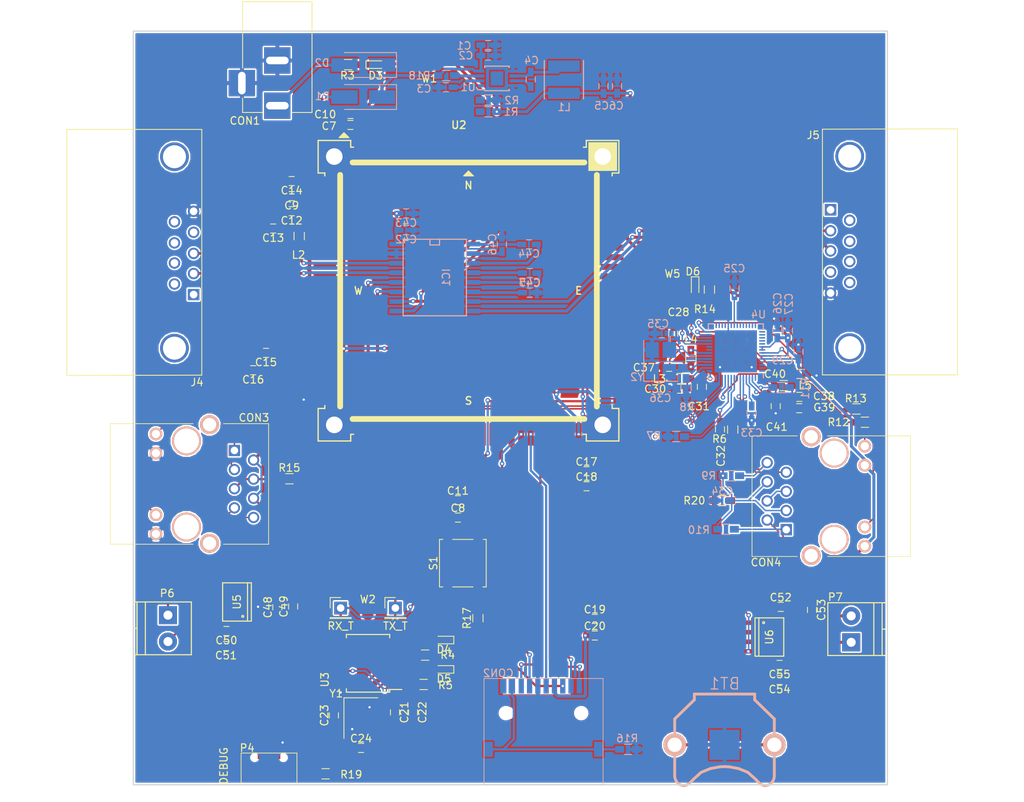
<source format=kicad_pcb>
(kicad_pcb (version 4) (host pcbnew 4.0.5)
  (layers (0 F.Cu signal) (31 B.Cu signal) (34 B.Paste user) (35 F.Paste user) (36 B.SilkS user) (37 F.SilkS user) (38 B.Mask user) (39 F.Mask user) (44 Edge.Cuts user))
  (net 0 "")
  (net 1 /AriaG25Module/VBAT)
  (net 2 GND)
  (net 3 /Power/VIN)
  (net 4 "Net-(C3-Pad1)")
  (net 5 "Net-(C4-Pad1)")
  (net 6 "Net-(C4-Pad2)")
  (net 7 +3V3)
  (net 8 /Interfaces/OSC2)
  (net 9 /Interfaces/OSC1)
  (net 10 /Interfaces/USB_ETH_conv/VDD33A)
  (net 11 "Net-(C35-Pad1)")
  (net 12 "Net-(C36-Pad1)")
  (net 13 /Interfaces/USB_ETH_conv/VDDUSBPLL)
  (net 14 /Interfaces/USB_ETH_conv/VDDCORE)
  (net 15 /Interfaces/USB_ETH_conv/VDDPLL)
  (net 16 "Net-(C44-Pad1)")
  (net 17 "Net-(C44-Pad2)")
  (net 18 "Net-(C45-Pad1)")
  (net 19 "Net-(C45-Pad2)")
  (net 20 "Net-(C46-Pad2)")
  (net 21 "Net-(C47-Pad2)")
  (net 22 "Net-(CON1-Pad1)")
  (net 23 /AriaG25Module/DA2)
  (net 24 /AriaG25Module/DA3)
  (net 25 /AriaG25Module/CDA)
  (net 26 /AriaG25Module/CK)
  (net 27 /AriaG25Module/DA0)
  (net 28 /AriaG25Module/DA1)
  (net 29 "Net-(D3-Pad1)")
  (net 30 "Net-(D4-Pad2)")
  (net 31 "Net-(D5-Pad2)")
  (net 32 "Net-(D6-Pad1)")
  (net 33 /Interfaces/SERIAL_RS232_conv/T2)
  (net 34 /Interfaces/SERIAL_RS232_conv/R2)
  (net 35 /Interfaces/RS232_OUT_RX)
  (net 36 /Interfaces/RS232_OUT_TX)
  (net 37 /Interfaces/RS232_IN_TX)
  (net 38 /Interfaces/RS232_IN_RX)
  (net 39 /Interfaces/SERIAL_RS232_conv/R1)
  (net 40 /Interfaces/SERIAL_RS232_conv/T1)
  (net 41 /AriaG25Module/AD0)
  (net 42 /AriaG25Module/AD1)
  (net 43 /AriaG25Module/AD2)
  (net 44 /AriaG25Module/AD3)
  (net 45 /AriaG25Module/SDA0)
  (net 46 /AriaG25Module/SCL0)
  (net 47 /AriaG25Module/SDA1)
  (net 48 /Interfaces/RS485_IN_DI)
  (net 49 /AriaG25Module/SCL1)
  (net 50 /Interfaces/RS485_IN_RO)
  (net 51 /AriaG25Module/MISO)
  (net 52 /AriaG25Module/SPCK)
  (net 53 /AriaG25Module/MOSI)
  (net 54 /AriaG25Module/NPCS0)
  (net 55 /AriaG25Module/PWM0)
  (net 56 /AriaG25Module/PWM1)
  (net 57 /AriaG25Module/PWM2)
  (net 58 /AriaG25Module/PWM3)
  (net 59 /AriaG25Module/1W)
  (net 60 /AriaG25Module/PC8)
  (net 61 /AriaG25Module/PC9)
  (net 62 /AriaG25Module/PC10)
  (net 63 /AriaG25Module/PC11)
  (net 64 "Net-(J4-Pad1)")
  (net 65 "Net-(J4-Pad4)")
  (net 66 "Net-(J4-Pad6)")
  (net 67 "Net-(J4-Pad7)")
  (net 68 "Net-(J4-Pad8)")
  (net 69 "Net-(J4-Pad9)")
  (net 70 "Net-(J5-Pad1)")
  (net 71 "Net-(J5-Pad4)")
  (net 72 "Net-(J5-Pad6)")
  (net 73 "Net-(J5-Pad7)")
  (net 74 "Net-(J5-Pad8)")
  (net 75 "Net-(J5-Pad9)")
  (net 76 /AriaG25Module/ADVREF)
  (net 77 /Interfaces/D-)
  (net 78 /Interfaces/D+)
  (net 79 "Net-(P4-Pad4)")
  (net 80 /Interfaces/USB_ETH_conv/TMS)
  (net 81 /Interfaces/USB_ETH_conv/TCK)
  (net 82 /Interfaces/USB_ETH_conv/TDO)
  (net 83 /Interfaces/USB_ETH_conv/TDI)
  (net 84 "Net-(P6-Pad2)")
  (net 85 "Net-(P6-Pad1)")
  (net 86 "Net-(P7-Pad2)")
  (net 87 "Net-(P7-Pad1)")
  (net 88 /Power/VFB)
  (net 89 "Net-(R4-Pad1)")
  (net 90 "Net-(R5-Pad1)")
  (net 91 "Net-(R7-Pad2)")
  (net 92 "Net-(R8-Pad2)")
  (net 93 /Interfaces/USB_ETH_conv/nFDX_LED)
  (net 94 /AriaG25Module/DTXD)
  (net 95 /AriaG25Module/DRXD)
  (net 96 /AriaG25Module/PA4)
  (net 97 /AriaG25Module/PA3)
  (net 98 /AriaG25Module/PA2)
  (net 99 /Interfaces/RS485_OUT_DI)
  (net 100 /Interfaces/RS485_OUT_RO)
  (net 101 /AriaG25Module/PC24)
  (net 102 /AriaG25Module/PC25)
  (net 103 /AriaG25Module/PC26)
  (net 104 /AriaG25Module/PC27)
  (net 105 "Net-(U2-PadE8)")
  (net 106 "Net-(U2-PadE9)")
  (net 107 "Net-(U2-PadE10)")
  (net 108 "Net-(U2-PadE22)")
  (net 109 "Net-(U2-PadE23)")
  (net 110 "Net-(U2-PadN4)")
  (net 111 "Net-(U2-PadN5)")
  (net 112 "Net-(U2-PadN6)")
  (net 113 "Net-(U2-PadN7)")
  (net 114 "Net-(U2-PadN8)")
  (net 115 "Net-(U2-PadN9)")
  (net 116 "Net-(U2-PadN14)")
  (net 117 "Net-(U2-PadN15)")
  (net 118 "Net-(U2-PadN16)")
  (net 119 "Net-(U2-PadN17)")
  (net 120 "Net-(U2-PadN18)")
  (net 121 "Net-(U2-PadN19)")
  (net 122 /AriaG25Module/ETHLED1)
  (net 123 /AriaG25Module/ETHLED2)
  (net 124 "Net-(U2-PadW9)")
  (net 125 "Net-(U2-PadW10)")
  (net 126 "Net-(U2-PadW11)")
  (net 127 "Net-(U2-PadW12)")
  (net 128 "Net-(U2-PadW13)")
  (net 129 "Net-(U2-PadW14)")
  (net 130 "Net-(U2-PadW15)")
  (net 131 "Net-(U2-PadW16)")
  (net 132 "Net-(U3-Pad4)")
  (net 133 "Net-(U3-Pad7)")
  (net 134 "Net-(U3-Pad8)")
  (net 135 "Net-(U3-Pad9)")
  (net 136 "Net-(U3-Pad11)")
  (net 137 "Net-(U3-Pad13)")
  (net 138 "Net-(U3-Pad14)")
  (net 139 "Net-(U3-Pad15)")
  (net 140 "Net-(U3-Pad16)")
  (net 141 "Net-(U4-Pad1)")
  (net 142 "Net-(U4-Pad22)")
  (net 143 "Net-(U4-Pad23)")
  (net 144 "Net-(U4-Pad14)")
  (net 145 "Net-(U4-Pad42)")
  (net 146 "Net-(U4-Pad41)")
  (net 147 "Net-(U4-Pad34)")
  (net 148 /Interfaces/USB_ETH_conv/~nTRST)
  (net 149 "Net-(U4-Pad30)")
  (net 150 "Net-(U4-Pad31)")
  (net 151 "Net-(U4-Pad32)")
  (net 152 "Net-(U4-Pad29)")
  (net 153 "Net-(U4-Pad55)")
  (net 154 "Net-(U4-Pad56)")
  (net 155 "Net-(U4-Pad53)")
  (net 156 "Net-(U4-Pad54)")
  (net 157 "Net-(U4-Pad45)")
  (net 158 "Net-(U4-Pad47)")
  (net 159 "Net-(U4-Pad46)")
  (net 160 "Net-(U4-Pad44)")
  (net 161 "Net-(U4-Pad43)")
  (net 162 /AriaG25Module/PC31)
  (net 163 /VBUS)
  (net 164 "Net-(CON2-Pad9)")
  (net 165 "Net-(P4-Pad6)")
  (net 166 /Interfaces/USB_ETH_conv/RX-)
  (net 167 /Interfaces/USB_ETH_conv/RX+)
  (net 168 /Interfaces/USB_ETH_conv/TX-)
  (net 169 /Interfaces/USB_ETH_conv/TX+)
  (net 170 /AriaG25Module/USBC_P)
  (net 171 /AriaG25Module/USBC_N)
  (net 172 /AriaG25Module/USBB_N)
  (net 173 /AriaG25Module/USBB_P)
  (net 174 /AriaG25Module/USBA_N)
  (net 175 /AriaG25Module/USBA_P)
  (net 176 /AriaG25Module/ETHTX_N)
  (net 177 /AriaG25Module/ETHTX_P)
  (net 178 /AriaG25Module/ETHRX_N)
  (net 179 /AriaG25Module/ETHRX_P)
  (net 180 "Net-(CON3-Pad4)")
  (net 181 "Net-(CON4-Pad4)")
  (net 182 "Net-(CON4-Pad12)")
  (net 183 "Net-(CON4-Pad10)")
  (net 184 /Interfaces/USB_ETH_conv/nLNKA_LED)
  (net 185 /Interfaces/USB_ETH_conv/nSPD_LED)
  (net 186 /AriaG25Module/~RST)
  (net 187 "Net-(R18-Pad1)")
  (module Diodes_SMD:D_SMA_Handsoldering (layer B.Cu) (at 50.5 24.5 180)
    (fp_text reference D2 (at 5.475 0.275 180) (layer B.SilkS) (effects (justify mirror)))
    (fp_text value Schottky hide)
    (pad 1 smd rect (at -2.5 0 180) (size 3.5 1.8) (layers B.Cu B.Paste B.Mask) (net 3 /Power/VIN))
    (pad 2 smd rect (at 2.5 0 180) (size 3.5 1.8) (layers B.Cu B.Paste B.Mask) (net 22 "Net-(CON1-Pad1)"))
  )
  (module Connectors_Terminal_Blocks:TerminalBlock_Pheonix_PT-3.5mm_2pol (layer F.Cu) (at 24.6 97.5 270)
    (fp_text reference P6 (at -2.9 0.1 360) (layer F.SilkS))
    (fp_text value TB_IN)
    (pad 2 thru_hole circle (at 3.5 0 270) (size 2.4 2.4) (drill 1.2) (layers *.Cu *.Mask) (net 84 "Net-(P6-Pad2)"))
    (pad 1 thru_hole rect (at 0 0 270) (size 2.4 2.4) (drill 1.2) (layers *.Cu *.Mask) (net 85 "Net-(P6-Pad1)"))
  )
  (module misc:ARIA-G25 (layer F.Cu) (at 64.45 54.45)
    (fp_text reference U2 (at -2.4 -21.4) (layer F.SilkS) (effects (font (thickness 0.18)) (justify left bottom)))
    (fp_text value ARIA-G25 hide)
    (fp_text user N (at 0 -13.97) (layer F.SilkS) (effects (font (thickness 0.18))))
    (fp_text user S (at 0 14.605) (layer F.SilkS) (effects (font (thickness 0.18))))
    (fp_text user E (at 14.605 0) (layer F.SilkS) (effects (font (thickness 0.18))))
    (fp_text user W (at -14.605 0) (layer F.SilkS) (effects (font (thickness 0.18))))
    (pad E1 smd rect (at 19.05 -14.605) (size 3 0.8) (layers F.Cu F.Paste F.Mask) (net 2 GND))
    (pad S1 smd rect (at 14.605 19.05 270) (size 3 0.8) (layers F.Cu F.Paste F.Mask) (net 7 +3V3))
    (pad S2 smd rect (at 13.335 19.05 270) (size 3 0.8) (layers F.Cu F.Paste F.Mask) (net 59 /AriaG25Module/1W))
    (pad S3 smd rect (at 12.065 19.05 270) (size 3 0.8) (layers F.Cu F.Paste F.Mask) (net 24 /AriaG25Module/DA3))
    (pad S4 smd rect (at 10.795 19.05 270) (size 3 0.8) (layers F.Cu F.Paste F.Mask) (net 23 /AriaG25Module/DA2))
    (pad S5 smd rect (at 9.525 19.05 270) (size 3 0.8) (layers F.Cu F.Paste F.Mask) (net 28 /AriaG25Module/DA1))
    (pad S6 smd rect (at 8.255 19.05 270) (size 3 0.8) (layers F.Cu F.Paste F.Mask) (net 26 /AriaG25Module/CK))
    (pad S7 smd rect (at 6.985 19.05 270) (size 3 0.8) (layers F.Cu F.Paste F.Mask) (net 25 /AriaG25Module/CDA))
    (pad S8 smd rect (at 5.715 19.05 270) (size 3 0.8) (layers F.Cu F.Paste F.Mask) (net 27 /AriaG25Module/DA0))
    (pad S9 smd rect (at 4.445 19.05 270) (size 3 0.8) (layers F.Cu F.Paste F.Mask) (net 54 /AriaG25Module/NPCS0))
    (pad S10 smd rect (at 3.175 19.05 270) (size 3 0.8) (layers F.Cu F.Paste F.Mask) (net 52 /AriaG25Module/SPCK))
    (pad S11 smd rect (at 1.905 19.05 270) (size 3 0.8) (layers F.Cu F.Paste F.Mask) (net 53 /AriaG25Module/MOSI))
    (pad S12 smd rect (at 0.635 19.05 270) (size 3 0.8) (layers F.Cu F.Paste F.Mask) (net 51 /AriaG25Module/MISO))
    (pad S13 smd rect (at -0.635 19.05 270) (size 3 0.8) (layers F.Cu F.Paste F.Mask) (net 94 /AriaG25Module/DTXD))
    (pad S14 smd rect (at -1.905 19.05 270) (size 3 0.8) (layers F.Cu F.Paste F.Mask) (net 95 /AriaG25Module/DRXD))
    (pad S15 smd rect (at -3.175 19.05 270) (size 3 0.8) (layers F.Cu F.Paste F.Mask) (net 100 /Interfaces/RS485_OUT_RO))
    (pad S16 smd rect (at -4.445 19.05 270) (size 3 0.8) (layers F.Cu F.Paste F.Mask) (net 99 /Interfaces/RS485_OUT_DI))
    (pad S17 smd rect (at -5.715 19.05 270) (size 3 0.8) (layers F.Cu F.Paste F.Mask) (net 50 /Interfaces/RS485_IN_RO))
    (pad S18 smd rect (at -6.985 19.05 270) (size 3 0.8) (layers F.Cu F.Paste F.Mask) (net 48 /Interfaces/RS485_IN_DI))
    (pad S19 smd rect (at -8.255 19.05 270) (size 3 0.8) (layers F.Cu F.Paste F.Mask) (net 96 /AriaG25Module/PA4))
    (pad S20 smd rect (at -9.525 19.05 270) (size 3 0.8) (layers F.Cu F.Paste F.Mask) (net 97 /AriaG25Module/PA3))
    (pad S21 smd rect (at -10.795 19.05 270) (size 3 0.8) (layers F.Cu F.Paste F.Mask) (net 98 /AriaG25Module/PA2))
    (pad S22 smd rect (at -12.065 19.05 270) (size 3 0.8) (layers F.Cu F.Paste F.Mask) (net 37 /Interfaces/RS232_IN_TX))
    (pad S23 smd rect (at -13.335 19.05 270) (size 3 0.8) (layers F.Cu F.Paste F.Mask) (net 38 /Interfaces/RS232_IN_RX))
    (pad S24 smd rect (at -14.605 19.05 270) (size 3 0.8) (layers F.Cu F.Paste F.Mask) (net 2 GND))
    (pad E2 smd rect (at 19.05 -13.335) (size 3 0.8) (layers F.Cu F.Paste F.Mask) (net 35 /Interfaces/RS232_OUT_RX))
    (pad E3 smd rect (at 19.05 -12.065) (size 3 0.8) (layers F.Cu F.Paste F.Mask) (net 36 /Interfaces/RS232_OUT_TX))
    (pad E4 smd rect (at 19.05 -10.795) (size 3 0.8) (layers F.Cu F.Paste F.Mask) (net 101 /AriaG25Module/PC24))
    (pad E5 smd rect (at 19.05 -9.525) (size 3 0.8) (layers F.Cu F.Paste F.Mask) (net 102 /AriaG25Module/PC25))
    (pad E6 smd rect (at 19.05 -8.255) (size 3 0.8) (layers F.Cu F.Paste F.Mask) (net 103 /AriaG25Module/PC26))
    (pad E7 smd rect (at 19.05 -6.985) (size 3 0.8) (layers F.Cu F.Paste F.Mask) (net 104 /AriaG25Module/PC27))
    (pad E8 smd rect (at 19.05 -5.715) (size 3 0.8) (layers F.Cu F.Paste F.Mask) (net 105 "Net-(U2-PadE8)"))
    (pad E9 smd rect (at 19.05 -4.445) (size 3 0.8) (layers F.Cu F.Paste F.Mask) (net 106 "Net-(U2-PadE9)"))
    (pad E10 smd rect (at 19.05 -3.175) (size 3 0.8) (layers F.Cu F.Paste F.Mask) (net 107 "Net-(U2-PadE10)"))
    (pad E11 smd rect (at 19.05 -1.905) (size 3 0.8) (layers F.Cu F.Paste F.Mask) (net 162 /AriaG25Module/PC31))
    (pad E12 smd rect (at 19.05 -0.635) (size 3 0.8) (layers F.Cu F.Paste F.Mask) (net 170 /AriaG25Module/USBC_P))
    (pad E13 smd rect (at 19.05 0.635) (size 3 0.8) (layers F.Cu F.Paste F.Mask) (net 171 /AriaG25Module/USBC_N))
    (pad E14 smd rect (at 19.05 1.905) (size 3 0.8) (layers F.Cu F.Paste F.Mask) (net 2 GND))
    (pad E15 smd rect (at 19.05 3.175) (size 3 0.8) (layers F.Cu F.Paste F.Mask) (net 172 /AriaG25Module/USBB_N))
    (pad E16 smd rect (at 19.05 4.445) (size 3 0.8) (layers F.Cu F.Paste F.Mask) (net 173 /AriaG25Module/USBB_P))
    (pad E17 smd rect (at 19.05 5.715) (size 3 0.8) (layers F.Cu F.Paste F.Mask) (net 2 GND))
    (pad E18 smd rect (at 19.05 6.985) (size 3 0.8) (layers F.Cu F.Paste F.Mask) (net 174 /AriaG25Module/USBA_N))
    (pad E19 smd rect (at 19.05 8.255) (size 3 0.8) (layers F.Cu F.Paste F.Mask) (net 175 /AriaG25Module/USBA_P))
    (pad E20 smd rect (at 19.05 9.525) (size 3 0.8) (layers F.Cu F.Paste F.Mask) (net 1 /AriaG25Module/VBAT))
    (pad E21 smd rect (at 19.05 10.795) (size 3 0.8) (layers F.Cu F.Paste F.Mask) (net 186 /AriaG25Module/~RST))
    (pad E22 smd rect (at 19.05 12.065) (size 3 0.8) (layers F.Cu F.Paste F.Mask) (net 108 "Net-(U2-PadE22)"))
    (pad E23 smd rect (at 19.05 13.335) (size 3 0.8) (layers F.Cu F.Paste F.Mask) (net 109 "Net-(U2-PadE23)"))
    (pad E24 smd rect (at 19.05 14.605) (size 3 0.8) (layers F.Cu F.Paste F.Mask) (net 7 +3V3))
    (pad N1 smd rect (at -14.605 -19.05 270) (size 3 0.8) (layers F.Cu F.Paste F.Mask) (net 7 +3V3))
    (pad N2 smd rect (at -13.335 -19.05 270) (size 3 0.8) (layers F.Cu F.Paste F.Mask) (net 47 /AriaG25Module/SDA1))
    (pad N3 smd rect (at -12.065 -19.05 270) (size 3 0.8) (layers F.Cu F.Paste F.Mask) (net 49 /AriaG25Module/SCL1))
    (pad N4 smd rect (at -10.795 -19.05 270) (size 3 0.8) (layers F.Cu F.Paste F.Mask) (net 110 "Net-(U2-PadN4)"))
    (pad N5 smd rect (at -9.525 -19.05 270) (size 3 0.8) (layers F.Cu F.Paste F.Mask) (net 111 "Net-(U2-PadN5)"))
    (pad N6 smd rect (at -8.255 -19.05 270) (size 3 0.8) (layers F.Cu F.Paste F.Mask) (net 112 "Net-(U2-PadN6)"))
    (pad N7 smd rect (at -6.985 -19.05 270) (size 3 0.8) (layers F.Cu F.Paste F.Mask) (net 113 "Net-(U2-PadN7)"))
    (pad N8 smd rect (at -5.715 -19.05 270) (size 3 0.8) (layers F.Cu F.Paste F.Mask) (net 114 "Net-(U2-PadN8)"))
    (pad N9 smd rect (at -4.445 -19.05 270) (size 3 0.8) (layers F.Cu F.Paste F.Mask) (net 115 "Net-(U2-PadN9)"))
    (pad N10 smd rect (at -3.175 -19.05 270) (size 3 0.8) (layers F.Cu F.Paste F.Mask) (net 60 /AriaG25Module/PC8))
    (pad N11 smd rect (at -1.905 -19.05 270) (size 3 0.8) (layers F.Cu F.Paste F.Mask) (net 61 /AriaG25Module/PC9))
    (pad N12 smd rect (at -0.635 -19.05 270) (size 3 0.8) (layers F.Cu F.Paste F.Mask) (net 62 /AriaG25Module/PC10))
    (pad N13 smd rect (at 0.635 -19.05 270) (size 3 0.8) (layers F.Cu F.Paste F.Mask) (net 63 /AriaG25Module/PC11))
    (pad N14 smd rect (at 1.905 -19.05 270) (size 3 0.8) (layers F.Cu F.Paste F.Mask) (net 116 "Net-(U2-PadN14)"))
    (pad N15 smd rect (at 3.175 -19.05 270) (size 3 0.8) (layers F.Cu F.Paste F.Mask) (net 117 "Net-(U2-PadN15)"))
    (pad N16 smd rect (at 4.445 -19.05 270) (size 3 0.8) (layers F.Cu F.Paste F.Mask) (net 118 "Net-(U2-PadN16)"))
    (pad N17 smd rect (at 5.715 -19.05 270) (size 3 0.8) (layers F.Cu F.Paste F.Mask) (net 119 "Net-(U2-PadN17)"))
    (pad N18 smd rect (at 6.985 -19.05 270) (size 3 0.8) (layers F.Cu F.Paste F.Mask) (net 120 "Net-(U2-PadN18)"))
    (pad N19 smd rect (at 8.255 -19.05 270) (size 3 0.8) (layers F.Cu F.Paste F.Mask) (net 121 "Net-(U2-PadN19)"))
    (pad N20 smd rect (at 9.525 -19.05 270) (size 3 0.8) (layers F.Cu F.Paste F.Mask) (net 55 /AriaG25Module/PWM0))
    (pad N21 smd rect (at 10.795 -19.05 270) (size 3 0.8) (layers F.Cu F.Paste F.Mask) (net 56 /AriaG25Module/PWM1))
    (pad N22 smd rect (at 12.065 -19.05 270) (size 3 0.8) (layers F.Cu F.Paste F.Mask) (net 57 /AriaG25Module/PWM2))
    (pad N23 smd rect (at 13.335 -19.05 270) (size 3 0.8) (layers F.Cu F.Paste F.Mask) (net 58 /AriaG25Module/PWM3))
    (pad N24 smd rect (at 14.605 -19.05 270) (size 3 0.8) (layers F.Cu F.Paste F.Mask) (net 2 GND))
    (pad W1 smd rect (at -19.05 14.605) (size 3 0.8) (layers F.Cu F.Paste F.Mask) (net 2 GND))
    (pad W2 smd rect (at -19.05 13.335) (size 3 0.8) (layers F.Cu F.Paste F.Mask) (net 179 /AriaG25Module/ETHRX_P))
    (pad W3 smd rect (at -19.05 12.065) (size 3 0.8) (layers F.Cu F.Paste F.Mask) (net 178 /AriaG25Module/ETHRX_N))
    (pad W4 smd rect (at -19.05 10.795) (size 3 0.8) (layers F.Cu F.Paste F.Mask) (net 177 /AriaG25Module/ETHTX_P))
    (pad W5 smd rect (at -19.05 9.525) (size 3 0.8) (layers F.Cu F.Paste F.Mask) (net 176 /AriaG25Module/ETHTX_N))
    (pad W6 smd rect (at -19.05 8.255) (size 3 0.8) (layers F.Cu F.Paste F.Mask) (net 7 +3V3))
    (pad W7 smd rect (at -19.05 6.985) (size 3 0.8) (layers F.Cu F.Paste F.Mask) (net 122 /AriaG25Module/ETHLED1))
    (pad W8 smd rect (at -19.05 5.715) (size 3 0.8) (layers F.Cu F.Paste F.Mask) (net 123 /AriaG25Module/ETHLED2))
    (pad W9 smd rect (at -19.05 4.445) (size 3 0.8) (layers F.Cu F.Paste F.Mask) (net 124 "Net-(U2-PadW9)"))
    (pad W10 smd rect (at -19.05 3.175) (size 3 0.8) (layers F.Cu F.Paste F.Mask) (net 125 "Net-(U2-PadW10)"))
    (pad W11 smd rect (at -19.05 1.905) (size 3 0.8) (layers F.Cu F.Paste F.Mask) (net 126 "Net-(U2-PadW11)"))
    (pad W12 smd rect (at -19.05 0.635) (size 3 0.8) (layers F.Cu F.Paste F.Mask) (net 127 "Net-(U2-PadW12)"))
    (pad W13 smd rect (at -19.05 -0.635) (size 3 0.8) (layers F.Cu F.Paste F.Mask) (net 128 "Net-(U2-PadW13)"))
    (pad W14 smd rect (at -19.05 -1.905) (size 3 0.8) (layers F.Cu F.Paste F.Mask) (net 129 "Net-(U2-PadW14)"))
    (pad W15 smd rect (at -19.05 -3.175) (size 3 0.8) (layers F.Cu F.Paste F.Mask) (net 130 "Net-(U2-PadW15)"))
    (pad W16 smd rect (at -19.05 -4.445) (size 3 0.8) (layers F.Cu F.Paste F.Mask) (net 131 "Net-(U2-PadW16)"))
    (pad W17 smd rect (at -19.05 -5.715) (size 3 0.8) (layers F.Cu F.Paste F.Mask) (net 45 /AriaG25Module/SDA0))
    (pad W18 smd rect (at -19.05 -6.985) (size 3 0.8) (layers F.Cu F.Paste F.Mask) (net 46 /AriaG25Module/SCL0))
    (pad W19 smd rect (at -19.05 -8.255) (size 3 0.8) (layers F.Cu F.Paste F.Mask) (net 76 /AriaG25Module/ADVREF))
    (pad W20 smd rect (at -19.05 -9.525) (size 3 0.8) (layers F.Cu F.Paste F.Mask) (net 41 /AriaG25Module/AD0))
    (pad W21 smd rect (at -19.05 -10.795) (size 3 0.8) (layers F.Cu F.Paste F.Mask) (net 42 /AriaG25Module/AD1))
    (pad W22 smd rect (at -19.05 -12.065) (size 3 0.8) (layers F.Cu F.Paste F.Mask) (net 43 /AriaG25Module/AD2))
    (pad W23 smd rect (at -19.05 -13.335) (size 3 0.8) (layers F.Cu F.Paste F.Mask) (net 44 /AriaG25Module/AD3))
    (pad W24 smd rect (at -19.05 -14.605) (size 3 0.8) (layers F.Cu F.Paste F.Mask) (net 7 +3V3))
    (pad GND thru_hole rect (at -17.8 -17.8) (size 3.81 3.81) (drill 2.2) (layers *.Cu *.Mask) (net 2 GND))
    (pad GND thru_hole rect (at 17.8 -17.8) (size 3.81 3.81) (drill 2.2) (layers *.Cu *.Mask F.SilkS) (net 2 GND))
    (pad GND thru_hole rect (at 17.8 17.8) (size 3.81 3.81) (drill 2.2) (layers *.Cu *.Mask) (net 2 GND))
    (pad GND thru_hole rect (at -17.8 17.8) (size 3.81 3.81) (drill 2.2) (layers *.Cu *.Mask) (net 2 GND))
  )
  (module misc:RJ45_TRANSFO (layer F.Cu) (at 104.05 81.71 90)
    (fp_text reference CON4 (at -8.79 -0.15 180) (layer F.SilkS))
    (fp_text value RJ45-TRF-LED)
    (pad Hole thru_hole circle (at 5.715 8.89 90) (size 3.85064 3.85064) (drill 3.302) (layers *.Cu *.SilkS *.Mask))
    (pad Hole thru_hole circle (at -5.715 8.89 90) (size 3.85064 3.85064) (drill 3.302) (layers *.Cu *.SilkS *.Mask))
    (pad 1 thru_hole rect (at -4.445 2.54 90) (size 1.5 1.5) (drill 1) (layers *.Cu *.Mask) (net 169 /Interfaces/USB_ETH_conv/TX+))
    (pad 2 thru_hole circle (at -3.175 0 90) (size 1.5 1.5) (drill 1) (layers *.Cu *.Mask) (net 168 /Interfaces/USB_ETH_conv/TX-))
    (pad 3 thru_hole circle (at -1.905 2.54 90) (size 1.5 1.5) (drill 1) (layers *.Cu *.Mask) (net 10 /Interfaces/USB_ETH_conv/VDD33A))
    (pad 4 thru_hole circle (at -0.635 0 90) (size 1.5 1.5) (drill 1) (layers *.Cu *.Mask) (net 181 "Net-(CON4-Pad4)"))
    (pad 5 thru_hole circle (at 0.635 2.54 90) (size 1.5 1.5) (drill 1) (layers *.Cu *.Mask) (net 181 "Net-(CON4-Pad4)"))
    (pad 6 thru_hole circle (at 1.905 0 90) (size 1.5 1.5) (drill 1) (layers *.Cu *.Mask) (net 10 /Interfaces/USB_ETH_conv/VDD33A))
    (pad 7 thru_hole circle (at 3.175 2.54 90) (size 1.5 1.5) (drill 1) (layers *.Cu *.Mask) (net 167 /Interfaces/USB_ETH_conv/RX+))
    (pad 13 thru_hole circle (at 7.875 5.84 90) (size 2.54 2.54) (drill 1.778) (layers *.Cu *.SilkS *.Mask))
    (pad 13 thru_hole circle (at -7.875 5.84 90) (size 2.54 2.54) (drill 1.778) (layers *.Cu *.SilkS *.Mask))
    (pad 8 thru_hole circle (at 4.445 0 90) (size 1.5 1.5) (drill 1) (layers *.Cu *.Mask) (net 166 /Interfaces/USB_ETH_conv/RX-))
    (pad 9 thru_hole circle (at -6.63 12.95 90) (size 1.7 1.7) (drill 1.1) (layers *.Cu *.SilkS *.Mask) (net 7 +3V3))
    (pad 12 thru_hole circle (at 6.63 12.95 90) (size 1.7 1.7) (drill 1.1) (layers *.Cu *.SilkS *.Mask) (net 182 "Net-(CON4-Pad12)"))
    (pad 11 thru_hole circle (at 4.09 12.95 90) (size 1.7 1.7) (drill 1.1) (layers *.Cu *.SilkS *.Mask) (net 7 +3V3))
    (pad 10 thru_hole circle (at -4.09 12.95 90) (size 1.7 1.7) (drill 1.1) (layers *.Cu *.SilkS *.Mask) (net 183 "Net-(CON4-Pad10)"))
  )
  (module Resistors_SMD:R_0603_HandSoldering (layer B.Cu) (at 85.6 115.3 180)
    (fp_text reference R16 (at 0.1 1.45 180) (layer B.SilkS) (effects (justify mirror)))
    (fp_text value 1M)
    (pad 1 smd rect (at -1.1 0 180) (size 1.2 0.9) (layers B.Cu B.Paste B.Mask) (net 2 GND))
    (pad 2 smd rect (at 1.1 0 180) (size 1.2 0.9) (layers B.Cu B.Paste B.Mask) (net 164 "Net-(CON2-Pad9)"))
  )
  (module Capacitors_SMD:C_0603_HandSoldering (layer F.Cu) (at 108.31 70.04)
    (fp_text reference C39 (at 3.325 -0.1) (layer F.SilkS))
    (fp_text value 0.1uF hide)
    (pad 1 smd rect (at -0.95 0) (size 1.2 0.75) (layers F.Cu F.Paste F.Mask) (net 14 /Interfaces/USB_ETH_conv/VDDCORE))
    (pad 2 smd rect (at 0.95 0) (size 1.2 0.75) (layers F.Cu F.Paste F.Mask) (net 2 GND))
  )
  (module Capacitors_SMD:C_0603_HandSoldering (layer F.Cu) (at 91.06 64.55 180)
    (fp_text reference C37 (at 3.35 -0.1 360) (layer F.SilkS))
    (fp_text value 0.1uF hide)
    (pad 1 smd rect (at -0.95 0 180) (size 1.2 0.75) (layers F.Cu F.Paste F.Mask) (net 13 /Interfaces/USB_ETH_conv/VDDUSBPLL))
    (pad 2 smd rect (at 0.95 0 180) (size 1.2 0.75) (layers F.Cu F.Paste F.Mask) (net 2 GND))
  )
  (module Resistors_SMD:R_0603_HandSoldering (layer F.Cu) (at 93.94 63.45 90)
    (fp_text reference L4 (at 2.56 0.01 360) (layer F.SilkS))
    (fp_text value 2A/0.05DCR hide)
    (pad 1 smd rect (at -1.1 0 90) (size 1.2 0.9) (layers F.Cu F.Paste F.Mask) (net 13 /Interfaces/USB_ETH_conv/VDDUSBPLL))
    (pad 2 smd rect (at 1.1 0 90) (size 1.2 0.9) (layers F.Cu F.Paste F.Mask) (net 14 /Interfaces/USB_ETH_conv/VDDCORE))
  )
  (module Capacitors_SMD:C_0603_HandSoldering (layer F.Cu) (at 92.51 67.45 180)
    (fp_text reference C30 (at 3.3 -0.03 180) (layer F.SilkS))
    (fp_text value 0.1uF)
    (pad 1 smd rect (at -0.95 0 180) (size 1.2 0.75) (layers F.Cu F.Paste F.Mask) (net 10 /Interfaces/USB_ETH_conv/VDD33A))
    (pad 2 smd rect (at 0.95 0 180) (size 1.2 0.75) (layers F.Cu F.Paste F.Mask) (net 2 GND))
  )
  (module Resistors_SMD:R_0603_HandSoldering (layer B.Cu) (at 93.3 67.2 90)
    (fp_text reference R8 (at -2.7 0.1 360) (layer B.SilkS) (effects (justify mirror)))
    (fp_text value 12k hide)
    (pad 1 smd rect (at -1.1 0 90) (size 1.2 0.9) (layers B.Cu B.Paste B.Mask) (net 2 GND))
    (pad 2 smd rect (at 1.1 0 90) (size 1.2 0.9) (layers B.Cu B.Paste B.Mask) (net 92 "Net-(R8-Pad2)"))
  )
  (module Crystals:Crystal_SMD_3225-4pin_3.2x2.5mm_HandSoldering (layer B.Cu) (at 89.95 63.75 90)
    (fp_text reference Y2 (at -2.15 -3.15 180) (layer B.SilkS) (effects (justify mirror)))
    (fp_text value 25MHz)
    (pad 1 smd rect (at -1.45 -1.15 90) (size 2.1 1.8) (layers B.Cu B.Mask) (net 12 "Net-(C36-Pad1)"))
    (pad 2 smd rect (at 1.45 -1.15 90) (size 2.1 1.8) (layers B.Cu B.Mask) (net 2 GND))
    (pad 3 smd rect (at 1.45 1.15 90) (size 2.1 1.8) (layers B.Cu B.Mask) (net 11 "Net-(C35-Pad1)"))
    (pad 4 smd rect (at -1.45 1.15 90) (size 2.1 1.8) (layers B.Cu B.Mask) (net 2 GND))
  )
  (module Capacitors_SMD:C_0603_HandSoldering (layer F.Cu) (at 108.32 68.54)
    (fp_text reference C38 (at 3.275 -0.1 180) (layer F.SilkS))
    (fp_text value 0.1uF hide)
    (pad 1 smd rect (at -0.95 0) (size 1.2 0.75) (layers F.Cu F.Paste F.Mask) (net 14 /Interfaces/USB_ETH_conv/VDDCORE))
    (pad 2 smd rect (at 0.95 0) (size 1.2 0.75) (layers F.Cu F.Paste F.Mask) (net 2 GND))
  )
  (module Housings_SSOP:SSOP-20_5.3x7.2mm_Pitch0.65mm (layer F.Cu) (at 51.13 103.89 180)
    (fp_text reference U3 (at 5.725 -2.175 270) (layer F.SilkS))
    (fp_text value MCP2200 hide)
    (pad 1 smd rect (at -3.6 -2.925 180) (size 1.75 0.45) (layers F.Cu F.Paste F.Mask) (net 7 +3V3))
    (pad 2 smd rect (at -3.6 -2.275 180) (size 1.75 0.45) (layers F.Cu F.Paste F.Mask) (net 9 /Interfaces/OSC1))
    (pad 3 smd rect (at -3.6 -1.625 180) (size 1.75 0.45) (layers F.Cu F.Paste F.Mask) (net 8 /Interfaces/OSC2))
    (pad 4 smd rect (at -3.6 -0.975 180) (size 1.75 0.45) (layers F.Cu F.Paste F.Mask) (net 132 "Net-(U3-Pad4)"))
    (pad 5 smd rect (at -3.6 -0.325 180) (size 1.75 0.45) (layers F.Cu F.Paste F.Mask) (net 90 "Net-(R5-Pad1)"))
    (pad 6 smd rect (at -3.6 0.325 180) (size 1.75 0.45) (layers F.Cu F.Paste F.Mask) (net 89 "Net-(R4-Pad1)"))
    (pad 7 smd rect (at -3.6 0.975 180) (size 1.75 0.45) (layers F.Cu F.Paste F.Mask) (net 133 "Net-(U3-Pad7)"))
    (pad 8 smd rect (at -3.6 1.625 180) (size 1.75 0.45) (layers F.Cu F.Paste F.Mask) (net 134 "Net-(U3-Pad8)"))
    (pad 9 smd rect (at -3.6 2.275 180) (size 1.75 0.45) (layers F.Cu F.Paste F.Mask) (net 135 "Net-(U3-Pad9)"))
    (pad 10 smd rect (at -3.6 2.925 180) (size 1.75 0.45) (layers F.Cu F.Paste F.Mask) (net 95 /AriaG25Module/DRXD))
    (pad 11 smd rect (at 3.6 2.925 180) (size 1.75 0.45) (layers F.Cu F.Paste F.Mask) (net 136 "Net-(U3-Pad11)"))
    (pad 12 smd rect (at 3.6 2.275 180) (size 1.75 0.45) (layers F.Cu F.Paste F.Mask) (net 94 /AriaG25Module/DTXD))
    (pad 13 smd rect (at 3.6 1.625 180) (size 1.75 0.45) (layers F.Cu F.Paste F.Mask) (net 137 "Net-(U3-Pad13)"))
    (pad 14 smd rect (at 3.6 0.975 180) (size 1.75 0.45) (layers F.Cu F.Paste F.Mask) (net 138 "Net-(U3-Pad14)"))
    (pad 15 smd rect (at 3.6 0.325 180) (size 1.75 0.45) (layers F.Cu F.Paste F.Mask) (net 139 "Net-(U3-Pad15)"))
    (pad 16 smd rect (at 3.6 -0.325 180) (size 1.75 0.45) (layers F.Cu F.Paste F.Mask) (net 140 "Net-(U3-Pad16)"))
    (pad 17 smd rect (at 3.6 -0.975 180) (size 1.75 0.45) (layers F.Cu F.Paste F.Mask) (net 7 +3V3))
    (pad 18 smd rect (at 3.6 -1.625 180) (size 1.75 0.45) (layers F.Cu F.Paste F.Mask) (net 77 /Interfaces/D-))
    (pad 19 smd rect (at 3.6 -2.275 180) (size 1.75 0.45) (layers F.Cu F.Paste F.Mask) (net 78 /Interfaces/D+))
    (pad 20 smd rect (at 3.6 -2.925 180) (size 1.75 0.45) (layers F.Cu F.Paste F.Mask) (net 2 GND))
  )
  (module Connectors:BARREL_JACK (layer F.Cu) (at 39.1 29.9 270)
    (fp_text reference CON1 (at 2 4.3 360) (layer F.SilkS))
    (fp_text value PWR_JACK)
    (pad 1 thru_hole rect (at 0 0 270) (size 3.5 3.5) (drill oval 1 3) (layers *.Cu *.Mask) (net 22 "Net-(CON1-Pad1)"))
    (pad 2 thru_hole rect (at -6 0 270) (size 3.5 3.5) (drill oval 1 3) (layers *.Cu *.Mask) (net 2 GND))
    (pad 3 thru_hole rect (at -3 4.7 270) (size 3.5 3.5) (drill oval 3 1) (layers *.Cu *.Mask) (net 2 GND))
  )
  (module Custom:MicroSDSocket (layer B.Cu) (at 74.4 110.5 180)
    (fp_text reference CON2 (at 6 5.3 180) (layer B.SilkS) (effects (justify mirror)))
    (fp_text value Micro_SD_Card hide)
    (pad "" np_thru_hole circle (at 5 0 180) (size 1.5 1.5) (drill 1.5) (layers *.Cu *.Mask))
    (pad "" np_thru_hole circle (at -5 0 180) (size 1.5 1.5) (drill 1.5) (layers *.Cu *.Mask))
    (pad 9 smd rect (at 7.3 -4.8 180) (size 1.2 2) (layers B.Cu B.Paste B.Mask) (net 164 "Net-(CON2-Pad9)"))
    (pad 9 smd rect (at -7.3 -4.8 180) (size 1.2 2) (layers B.Cu B.Paste B.Mask) (net 164 "Net-(CON2-Pad9)"))
    (pad 1 smd rect (at -4.75 3.6 180) (size 0.7 2) (layers B.Cu B.Paste B.Mask) (net 23 /AriaG25Module/DA2))
    (pad 2 smd rect (at -3.65 3.6 180) (size 0.7 2) (layers B.Cu B.Paste B.Mask) (net 24 /AriaG25Module/DA3))
    (pad 3 smd rect (at -2.55 3.6 180) (size 0.7 2) (layers B.Cu B.Paste B.Mask) (net 25 /AriaG25Module/CDA))
    (pad 4 smd rect (at -1.45 3.6 180) (size 0.7 2) (layers B.Cu B.Paste B.Mask) (net 7 +3V3))
    (pad 5 smd rect (at -0.35 3.6 180) (size 0.7 2) (layers B.Cu B.Paste B.Mask) (net 26 /AriaG25Module/CK))
    (pad 6 smd rect (at 0.75 3.6 180) (size 0.7 2) (layers B.Cu B.Paste B.Mask) (net 2 GND))
    (pad 7 smd rect (at 1.85 3.6 180) (size 0.7 2) (layers B.Cu B.Paste B.Mask) (net 27 /AriaG25Module/DA0))
    (pad 8 smd rect (at 2.95 3.6 180) (size 0.7 2) (layers B.Cu B.Paste B.Mask) (net 28 /AriaG25Module/DA1))
    (pad 9 smd rect (at 4.2 3.6 180) (size 0.85 2) (layers B.Cu B.Paste B.Mask) (net 164 "Net-(CON2-Pad9)"))
    (pad 10 smd rect (at 5.35 3.6 180) (size 0.85 2) (layers B.Cu B.Paste B.Mask))
  )
  (module Diodes_SMD:D_SMA_Handsoldering (layer B.Cu) (at 50.5 28.75 180)
    (fp_text reference D1 (at 5.45 0.1 180) (layer B.SilkS) (effects (justify mirror)))
    (fp_text value Schottky hide)
    (pad 1 smd rect (at -2.5 0 180) (size 3.5 1.8) (layers B.Cu B.Paste B.Mask) (net 3 /Power/VIN))
    (pad 2 smd rect (at 2.5 0 180) (size 3.5 1.8) (layers B.Cu B.Paste B.Mask) (net 163 /VBUS))
  )
  (module Connectors:DB9FC (layer F.Cu) (at 28 54.96 90)
    (fp_text reference J4 (at -11.64 0.45 180) (layer F.SilkS))
    (fp_text value MDB9_IN)
    (pad "" thru_hole circle (at 18.29 -2.54 90) (size 3.81 3.81) (drill 3.05) (layers *.Cu *.Mask))
    (pad "" thru_hole circle (at -7.11 -2.54 90) (size 3.81 3.81) (drill 3.05) (layers *.Cu *.Mask))
    (pad 1 thru_hole rect (at 0 0 90) (size 1.52 1.52) (drill 1.02) (layers *.Cu *.Mask) (net 64 "Net-(J4-Pad1)"))
    (pad 2 thru_hole circle (at 2.79 0 90) (size 1.52 1.52) (drill 1.02) (layers *.Cu *.Mask) (net 39 /Interfaces/SERIAL_RS232_conv/R1))
    (pad 3 thru_hole circle (at 5.46 0 90) (size 1.52 1.52) (drill 1.02) (layers *.Cu *.Mask) (net 40 /Interfaces/SERIAL_RS232_conv/T1))
    (pad 4 thru_hole circle (at 8.26 0 90) (size 1.52 1.52) (drill 1.02) (layers *.Cu *.Mask) (net 65 "Net-(J4-Pad4)"))
    (pad 5 thru_hole circle (at 11.05 0 90) (size 1.52 1.52) (drill 1.02) (layers *.Cu *.Mask) (net 2 GND))
    (pad 6 thru_hole circle (at 1.4 -2.54 90) (size 1.52 1.52) (drill 1.02) (layers *.Cu *.Mask) (net 66 "Net-(J4-Pad6)"))
    (pad 7 thru_hole circle (at 4.19 -2.54 90) (size 1.52 1.52) (drill 1.02) (layers *.Cu *.Mask) (net 67 "Net-(J4-Pad7)"))
    (pad 8 thru_hole circle (at 6.86 -2.54 90) (size 1.52 1.52) (drill 1.02) (layers *.Cu *.Mask) (net 68 "Net-(J4-Pad8)"))
    (pad 9 thru_hole circle (at 9.65 -2.54 90) (size 1.52 1.52) (drill 1.02) (layers *.Cu *.Mask) (net 69 "Net-(J4-Pad9)"))
  )
  (module Connectors:DB9FC (layer F.Cu) (at 112.46 43.71 270)
    (fp_text reference J5 (at -9.9 2.3 360) (layer F.SilkS))
    (fp_text value MDB9_OUT)
    (pad "" thru_hole circle (at 18.29 -2.54 270) (size 3.81 3.81) (drill 3.05) (layers *.Cu *.Mask))
    (pad "" thru_hole circle (at -7.11 -2.54 270) (size 3.81 3.81) (drill 3.05) (layers *.Cu *.Mask))
    (pad 1 thru_hole rect (at 0 0 270) (size 1.52 1.52) (drill 1.02) (layers *.Cu *.Mask) (net 70 "Net-(J5-Pad1)"))
    (pad 2 thru_hole circle (at 2.79 0 270) (size 1.52 1.52) (drill 1.02) (layers *.Cu *.Mask) (net 34 /Interfaces/SERIAL_RS232_conv/R2))
    (pad 3 thru_hole circle (at 5.46 0 270) (size 1.52 1.52) (drill 1.02) (layers *.Cu *.Mask) (net 33 /Interfaces/SERIAL_RS232_conv/T2))
    (pad 4 thru_hole circle (at 8.26 0 270) (size 1.52 1.52) (drill 1.02) (layers *.Cu *.Mask) (net 71 "Net-(J5-Pad4)"))
    (pad 5 thru_hole circle (at 11.05 0 270) (size 1.52 1.52) (drill 1.02) (layers *.Cu *.Mask) (net 2 GND))
    (pad 6 thru_hole circle (at 1.4 -2.54 270) (size 1.52 1.52) (drill 1.02) (layers *.Cu *.Mask) (net 72 "Net-(J5-Pad6)"))
    (pad 7 thru_hole circle (at 4.19 -2.54 270) (size 1.52 1.52) (drill 1.02) (layers *.Cu *.Mask) (net 73 "Net-(J5-Pad7)"))
    (pad 8 thru_hole circle (at 6.86 -2.54 270) (size 1.52 1.52) (drill 1.02) (layers *.Cu *.Mask) (net 74 "Net-(J5-Pad8)"))
    (pad 9 thru_hole circle (at 9.65 -2.54 270) (size 1.52 1.52) (drill 1.02) (layers *.Cu *.Mask) (net 75 "Net-(J5-Pad9)"))
  )
  (module Custom:MicroUSB-B (layer F.Cu) (at 38 120)
    (fp_text reference P4 (at -2.9 -4.875) (layer F.SilkS))
    (fp_text value DEBUG (at -6 -2.5 90) (layer F.SilkS))
    (pad 6 smd rect (at 3.75 -1.45) (size 2.3 1.9) (layers F.Cu F.Paste F.Mask) (net 165 "Net-(P4-Pad6)"))
    (pad 6 smd rect (at -3.75 -1.45) (size 2.3 1.9) (layers F.Cu F.Paste F.Mask) (net 165 "Net-(P4-Pad6)"))
    (pad 1 smd rect (at -1.3 -4.1) (size 0.4 1.4) (layers F.Cu F.Paste F.Mask) (net 163 /VBUS))
    (pad 2 smd rect (at -0.65 -4.1) (size 0.4 1.4) (layers F.Cu F.Paste F.Mask) (net 77 /Interfaces/D-))
    (pad 3 smd rect (at 0 -4.1) (size 0.4 1.4) (layers F.Cu F.Paste F.Mask) (net 78 /Interfaces/D+))
    (pad 4 smd rect (at 0.65 -4.1) (size 0.4 1.4) (layers F.Cu F.Paste F.Mask) (net 79 "Net-(P4-Pad4)"))
    (pad 5 smd rect (at 1.3 -4.1) (size 0.4 1.4) (layers F.Cu F.Paste F.Mask) (net 2 GND))
    (pad "" np_thru_hole circle (at 1.9 -3.6) (size 0.8 0.8) (drill 0.8) (layers *.Cu *.Mask))
    (pad "" np_thru_hole circle (at -1.9 -3.6) (size 0.8 0.8) (drill 0.8) (layers *.Cu *.Mask) (clearance -0.3))
  )
  (module Connectors_Terminal_Blocks:TerminalBlock_Pheonix_PT-3.5mm_2pol (layer F.Cu) (at 115.2 101.1 90)
    (fp_text reference P7 (at 6 -2.1 180) (layer F.SilkS))
    (fp_text value TB_OUT)
    (pad 2 thru_hole circle (at 3.5 0 90) (size 2.4 2.4) (drill 1.2) (layers *.Cu *.Mask) (net 86 "Net-(P7-Pad2)"))
    (pad 1 thru_hole rect (at 0 0 90) (size 2.4 2.4) (drill 1.2) (layers *.Cu *.Mask) (net 87 "Net-(P7-Pad1)"))
  )
  (module Housings_SSOP:MSOP-8-1EP_3x3mm_Pitch0.65mm (layer B.Cu) (at 68.22 26.28)
    (fp_text reference U1 (at -3.82 1.17) (layer B.SilkS) (effects (justify mirror)))
    (fp_text value MCP16312-E/MS hide)
    (pad 1 smd rect (at -2.105 0.975) (size 0.89 0.42) (layers B.Cu B.Paste B.Mask) (net 88 /Power/VFB))
    (pad 2 smd rect (at -2.105 0.325) (size 0.89 0.42) (layers B.Cu B.Paste B.Mask) (net 4 "Net-(C3-Pad1)"))
    (pad 3 smd rect (at -2.105 -0.325) (size 0.89 0.42) (layers B.Cu B.Paste B.Mask) (net 187 "Net-(R18-Pad1)"))
    (pad 4 smd rect (at -2.105 -0.975) (size 0.89 0.42) (layers B.Cu B.Paste B.Mask) (net 3 /Power/VIN))
    (pad 5 smd rect (at 2.105 -0.975) (size 0.89 0.42) (layers B.Cu B.Paste B.Mask) (net 2 GND))
    (pad 6 smd rect (at 2.105 -0.325) (size 0.89 0.42) (layers B.Cu B.Paste B.Mask) (net 5 "Net-(C4-Pad1)"))
    (pad 7 smd rect (at 2.105 0.325) (size 0.89 0.42) (layers B.Cu B.Paste B.Mask) (net 6 "Net-(C4-Pad2)"))
    (pad 8 smd rect (at 2.105 0.975) (size 0.89 0.42) (layers B.Cu B.Paste B.Mask) (net 2 GND))
    (pad 9 smd rect (at 0.42 -0.47) (size 0.84 0.94) (layers B.Cu B.Paste B.Mask))
    (pad 9 smd rect (at 0.42 0.47) (size 0.84 0.94) (layers B.Cu B.Paste B.Mask))
    (pad 9 smd rect (at -0.42 -0.47) (size 0.84 0.94) (layers B.Cu B.Paste B.Mask))
    (pad 9 smd rect (at -0.42 0.47) (size 0.84 0.94) (layers B.Cu B.Paste B.Mask))
  )
  (module Housings_DFN_QFN:QFN-56-1EP_7x7mm_Pitch0.4mm (layer B.Cu) (at 99.9 62.5 90)
    (fp_text reference U4 (at 4.9 3 180) (layer B.SilkS) (effects (justify mirror)))
    (fp_text value LAN9500A)
    (pad 1 smd rect (at -3.5 2.6 90) (size 0.8 0.2) (layers B.Cu B.Paste B.Mask) (net 141 "Net-(U4-Pad1)"))
    (pad 2 smd rect (at -3.5 2.2 90) (size 0.8 0.2) (layers B.Cu B.Paste B.Mask) (net 168 /Interfaces/USB_ETH_conv/TX-))
    (pad 3 smd rect (at -3.5 1.8 90) (size 0.8 0.2) (layers B.Cu B.Paste B.Mask) (net 169 /Interfaces/USB_ETH_conv/TX+))
    (pad 4 smd rect (at -3.5 1.4 90) (size 0.8 0.2) (layers B.Cu B.Paste B.Mask) (net 10 /Interfaces/USB_ETH_conv/VDD33A))
    (pad 5 smd rect (at -3.5 1 90) (size 0.8 0.2) (layers B.Cu B.Paste B.Mask) (net 166 /Interfaces/USB_ETH_conv/RX-))
    (pad 6 smd rect (at -3.5 0.6 90) (size 0.8 0.2) (layers B.Cu B.Paste B.Mask) (net 167 /Interfaces/USB_ETH_conv/RX+))
    (pad 7 smd rect (at -3.5 0.2 90) (size 0.8 0.2) (layers B.Cu B.Paste B.Mask) (net 10 /Interfaces/USB_ETH_conv/VDD33A))
    (pad 8 smd rect (at -3.5 -0.2 90) (size 0.8 0.2) (layers B.Cu B.Paste B.Mask) (net 91 "Net-(R7-Pad2)"))
    (pad 9 smd rect (at -3.5 -0.6 90) (size 0.8 0.2) (layers B.Cu B.Paste B.Mask) (net 10 /Interfaces/USB_ETH_conv/VDD33A))
    (pad 10 smd rect (at -3.5 -1 90) (size 0.8 0.2) (layers B.Cu B.Paste B.Mask) (net 15 /Interfaces/USB_ETH_conv/VDDPLL))
    (pad 11 smd rect (at -3.5 -1.4 90) (size 0.8 0.2) (layers B.Cu B.Paste B.Mask) (net 174 /AriaG25Module/USBA_N))
    (pad 12 smd rect (at -3.5 -1.8 90) (size 0.8 0.2) (layers B.Cu B.Paste B.Mask) (net 175 /AriaG25Module/USBA_P))
    (pad 15 smd rect (at -2.6 -3.5) (size 0.8 0.2) (layers B.Cu B.Paste B.Mask) (net 10 /Interfaces/USB_ETH_conv/VDD33A))
    (pad 16 smd rect (at -2.2 -3.5) (size 0.8 0.2) (layers B.Cu B.Paste B.Mask) (net 92 "Net-(R8-Pad2)"))
    (pad 17 smd rect (at -1.8 -3.5) (size 0.8 0.2) (layers B.Cu B.Paste B.Mask) (net 13 /Interfaces/USB_ETH_conv/VDDUSBPLL))
    (pad 18 smd rect (at -1.4 -3.5) (size 0.8 0.2) (layers B.Cu B.Paste B.Mask) (net 12 "Net-(C36-Pad1)"))
    (pad 19 smd rect (at -1 -3.5) (size 0.8 0.2) (layers B.Cu B.Paste B.Mask) (net 11 "Net-(C35-Pad1)"))
    (pad 20 smd rect (at -0.6 -3.5) (size 0.8 0.2) (layers B.Cu B.Paste B.Mask) (net 7 +3V3))
    (pad 21 smd rect (at -0.2 -3.5) (size 0.8 0.2) (layers B.Cu B.Paste B.Mask) (net 14 /Interfaces/USB_ETH_conv/VDDCORE))
    (pad 22 smd rect (at 0.2 -3.5) (size 0.8 0.2) (layers B.Cu B.Paste B.Mask) (net 142 "Net-(U4-Pad22)"))
    (pad 23 smd rect (at 0.6 -3.5) (size 0.8 0.2) (layers B.Cu B.Paste B.Mask) (net 143 "Net-(U4-Pad23)"))
    (pad 24 smd rect (at 1 -3.5) (size 0.8 0.2) (layers B.Cu B.Paste B.Mask) (net 162 /AriaG25Module/PC31))
    (pad 57 smd rect (at -2.1 2.1 90) (size 1.4 1.4) (layers B.Cu B.Paste B.Mask) (net 2 GND))
    (pad 13 smd rect (at -3.5 -2.2 90) (size 0.8 0.2) (layers B.Cu B.Paste B.Mask) (net 2 GND))
    (pad 14 smd rect (at -3.5 -2.6 90) (size 0.8 0.2) (layers B.Cu B.Paste B.Mask) (net 144 "Net-(U4-Pad14)"))
    (pad 25 smd rect (at 1.4 -3.5) (size 0.8 0.2) (layers B.Cu B.Paste B.Mask) (net 7 +3V3))
    (pad 26 smd rect (at 1.8 -3.5) (size 0.8 0.2) (layers B.Cu B.Paste B.Mask) (net 93 /Interfaces/USB_ETH_conv/nFDX_LED))
    (pad 27 smd rect (at 2.2 -3.5) (size 0.8 0.2) (layers B.Cu B.Paste B.Mask) (net 184 /Interfaces/USB_ETH_conv/nLNKA_LED))
    (pad 28 smd rect (at 2.6 -3.5) (size 0.8 0.2) (layers B.Cu B.Paste B.Mask) (net 185 /Interfaces/USB_ETH_conv/nSPD_LED))
    (pad 42 smd rect (at 3.5 2.6 90) (size 0.8 0.2) (layers B.Cu B.Paste B.Mask) (net 145 "Net-(U4-Pad42)"))
    (pad 41 smd rect (at 3.5 2.2 90) (size 0.8 0.2) (layers B.Cu B.Paste B.Mask) (net 146 "Net-(U4-Pad41)"))
    (pad 39 smd rect (at 3.5 1.4 90) (size 0.8 0.2) (layers B.Cu B.Paste B.Mask) (net 80 /Interfaces/USB_ETH_conv/TMS))
    (pad 38 smd rect (at 3.5 1 90) (size 0.8 0.2) (layers B.Cu B.Paste B.Mask) (net 81 /Interfaces/USB_ETH_conv/TCK))
    (pad 40 smd rect (at 3.5 1.8 90) (size 0.8 0.2) (layers B.Cu B.Paste B.Mask) (net 83 /Interfaces/USB_ETH_conv/TDI))
    (pad 35 smd rect (at 3.5 -0.2 90) (size 0.8 0.2) (layers B.Cu B.Paste B.Mask) (net 7 +3V3))
    (pad 34 smd rect (at 3.5 -0.6 90) (size 0.8 0.2) (layers B.Cu B.Paste B.Mask) (net 147 "Net-(U4-Pad34)"))
    (pad 33 smd rect (at 3.5 -1 90) (size 0.8 0.2) (layers B.Cu B.Paste B.Mask) (net 2 GND))
    (pad 36 smd rect (at 3.5 0.2 90) (size 0.8 0.2) (layers B.Cu B.Paste B.Mask) (net 148 /Interfaces/USB_ETH_conv/~nTRST))
    (pad 37 smd rect (at 3.5 0.6 90) (size 0.8 0.2) (layers B.Cu B.Paste B.Mask) (net 82 /Interfaces/USB_ETH_conv/TDO))
    (pad 30 smd rect (at 3.5 -2.2 90) (size 0.8 0.2) (layers B.Cu B.Paste B.Mask) (net 149 "Net-(U4-Pad30)"))
    (pad 31 smd rect (at 3.5 -1.8 90) (size 0.8 0.2) (layers B.Cu B.Paste B.Mask) (net 150 "Net-(U4-Pad31)"))
    (pad 32 smd rect (at 3.5 -1.4 90) (size 0.8 0.2) (layers B.Cu B.Paste B.Mask) (net 151 "Net-(U4-Pad32)"))
    (pad 29 smd rect (at 3.5 -2.6 90) (size 0.8 0.2) (layers B.Cu B.Paste B.Mask) (net 152 "Net-(U4-Pad29)"))
    (pad 55 smd rect (at -2.2 3.5) (size 0.8 0.2) (layers B.Cu B.Paste B.Mask) (net 153 "Net-(U4-Pad55)"))
    (pad 56 smd rect (at -2.6 3.5) (size 0.8 0.2) (layers B.Cu B.Paste B.Mask) (net 154 "Net-(U4-Pad56)"))
    (pad 51 smd rect (at -0.6 3.5) (size 0.8 0.2) (layers B.Cu B.Paste B.Mask) (net 7 +3V3))
    (pad 49 smd rect (at 0.2 3.5) (size 0.8 0.2) (layers B.Cu B.Paste B.Mask) (net 7 +3V3))
    (pad 52 smd rect (at -1 3.5) (size 0.8 0.2) (layers B.Cu B.Paste B.Mask) (net 7 +3V3))
    (pad 53 smd rect (at -1.4 3.5) (size 0.8 0.2) (layers B.Cu B.Paste B.Mask) (net 155 "Net-(U4-Pad53)"))
    (pad 50 smd rect (at -0.2 3.5) (size 0.8 0.2) (layers B.Cu B.Paste B.Mask) (net 14 /Interfaces/USB_ETH_conv/VDDCORE))
    (pad 54 smd rect (at -1.8 3.5) (size 0.8 0.2) (layers B.Cu B.Paste B.Mask) (net 156 "Net-(U4-Pad54)"))
    (pad 45 smd rect (at 1.8 3.5) (size 0.8 0.2) (layers B.Cu B.Paste B.Mask) (net 157 "Net-(U4-Pad45)"))
    (pad 47 smd rect (at 1 3.5) (size 0.8 0.2) (layers B.Cu B.Paste B.Mask) (net 158 "Net-(U4-Pad47)"))
    (pad 46 smd rect (at 1.4 3.5) (size 0.8 0.2) (layers B.Cu B.Paste B.Mask) (net 159 "Net-(U4-Pad46)"))
    (pad 44 smd rect (at 2.2 3.5) (size 0.8 0.2) (layers B.Cu B.Paste B.Mask) (net 160 "Net-(U4-Pad44)"))
    (pad 43 smd rect (at 2.6 3.5) (size 0.8 0.2) (layers B.Cu B.Paste B.Mask) (net 161 "Net-(U4-Pad43)"))
    (pad 48 smd rect (at 0.6 3.5) (size 0.8 0.2) (layers B.Cu B.Paste B.Mask) (net 7 +3V3))
    (pad 57 smd rect (at -0.7 2.1 90) (size 1.4 1.4) (layers B.Cu B.Paste B.Mask) (net 2 GND))
    (pad 57 smd rect (at 0.7 2.1 90) (size 1.4 1.4) (layers B.Cu B.Paste B.Mask) (net 2 GND))
    (pad 57 smd rect (at 2.1 2.1 90) (size 1.4 1.4) (layers B.Cu B.Paste B.Mask) (net 2 GND))
    (pad 57 smd rect (at 2.1 0.7 90) (size 1.4 1.4) (layers B.Cu B.Paste B.Mask) (net 2 GND))
    (pad 57 smd rect (at 0.7 0.7 90) (size 1.4 1.4) (layers B.Cu B.Paste B.Mask) (net 2 GND))
    (pad 57 smd rect (at -2.1 0.7 90) (size 1.4 1.4) (layers B.Cu B.Paste B.Mask) (net 2 GND))
    (pad 57 smd rect (at -0.7 0.7 90) (size 1.4 1.4) (layers B.Cu B.Paste B.Mask) (net 2 GND))
    (pad 57 smd rect (at 2.1 -0.7 90) (size 1.4 1.4) (layers B.Cu B.Paste B.Mask) (net 2 GND))
    (pad 57 smd rect (at 0.7 -0.7 90) (size 1.4 1.4) (layers B.Cu B.Paste B.Mask) (net 2 GND))
    (pad 57 smd rect (at -2.1 -0.7 90) (size 1.4 1.4) (layers B.Cu B.Paste B.Mask) (net 2 GND))
    (pad 57 smd rect (at -0.7 -0.7 90) (size 1.4 1.4) (layers B.Cu B.Paste B.Mask) (net 2 GND))
    (pad 57 smd rect (at 2.1 -2.1 90) (size 1.4 1.4) (layers B.Cu B.Paste B.Mask) (net 2 GND))
    (pad 57 smd rect (at 0.7 -2.1 90) (size 1.4 1.4) (layers B.Cu B.Paste B.Mask) (net 2 GND))
    (pad 57 smd rect (at -2.1 -2.1 90) (size 1.4 1.4) (layers B.Cu B.Paste B.Mask) (net 2 GND))
    (pad 57 smd rect (at -0.7 -2.1 90) (size 1.4 1.4) (layers B.Cu B.Paste B.Mask) (net 2 GND))
  )
  (module Power_Integrations:SO-8 (layer F.Cu) (at 33.75 95.75 90)
    (fp_text reference U5 (at 0 0 90) (layer F.SilkS))
    (fp_text value ST3485EBDR hide)
    (pad 1 smd oval (at -1.905 2.794 90) (size 0.6096 1.4732) (layers F.Cu F.Paste F.Mask) (net 50 /Interfaces/RS485_IN_RO))
    (pad 2 smd oval (at -0.635 2.794 90) (size 0.6096 1.4732) (layers F.Cu F.Paste F.Mask) (net 2 GND))
    (pad 3 smd oval (at 0.635 2.794 90) (size 0.6096 1.4732) (layers F.Cu F.Paste F.Mask) (net 7 +3V3))
    (pad 4 smd oval (at 1.905 2.794 90) (size 0.6096 1.4732) (layers F.Cu F.Paste F.Mask) (net 48 /Interfaces/RS485_IN_DI))
    (pad 5 smd oval (at 1.905 -2.794 90) (size 0.6096 1.4732) (layers F.Cu F.Paste F.Mask) (net 2 GND))
    (pad 6 smd oval (at 0.635 -2.794 90) (size 0.6096 1.4732) (layers F.Cu F.Paste F.Mask) (net 85 "Net-(P6-Pad1)"))
    (pad 7 smd oval (at -0.635 -2.794 90) (size 0.6096 1.4732) (layers F.Cu F.Paste F.Mask) (net 84 "Net-(P6-Pad2)"))
    (pad 8 smd oval (at -1.905 -2.794 90) (size 0.6096 1.4732) (layers F.Cu F.Paste F.Mask) (net 7 +3V3))
  )
  (module Power_Integrations:SO-8 (layer F.Cu) (at 104.35 100.4 270)
    (fp_text reference U6 (at 0 0 270) (layer F.SilkS))
    (fp_text value ST3485EBDR hide)
    (pad 1 smd oval (at -1.905 2.794 270) (size 0.6096 1.4732) (layers F.Cu F.Paste F.Mask) (net 100 /Interfaces/RS485_OUT_RO))
    (pad 2 smd oval (at -0.635 2.794 270) (size 0.6096 1.4732) (layers F.Cu F.Paste F.Mask) (net 2 GND))
    (pad 3 smd oval (at 0.635 2.794 270) (size 0.6096 1.4732) (layers F.Cu F.Paste F.Mask) (net 7 +3V3))
    (pad 4 smd oval (at 1.905 2.794 270) (size 0.6096 1.4732) (layers F.Cu F.Paste F.Mask) (net 99 /Interfaces/RS485_OUT_DI))
    (pad 5 smd oval (at 1.905 -2.794 270) (size 0.6096 1.4732) (layers F.Cu F.Paste F.Mask) (net 2 GND))
    (pad 6 smd oval (at 0.635 -2.794 270) (size 0.6096 1.4732) (layers F.Cu F.Paste F.Mask) (net 87 "Net-(P7-Pad1)"))
    (pad 7 smd oval (at -0.635 -2.794 270) (size 0.6096 1.4732) (layers F.Cu F.Paste F.Mask) (net 86 "Net-(P7-Pad2)"))
    (pad 8 smd oval (at -1.905 -2.794 270) (size 0.6096 1.4732) (layers F.Cu F.Paste F.Mask) (net 7 +3V3))
  )
  (module Crystals:Crystal_SMD_3225-4pin_3.2x2.5mm_HandSoldering (layer F.Cu) (at 50.18 111.165 270)
    (fp_text reference Y1 (at -3.265 3.28 360) (layer F.SilkS))
    (fp_text value 16MHz hide)
    (pad 1 smd rect (at -1.45 1.15 270) (size 2.1 1.8) (layers F.Cu F.Mask) (net 8 /Interfaces/OSC2))
    (pad 2 smd rect (at 1.45 1.15 270) (size 2.1 1.8) (layers F.Cu F.Mask) (net 2 GND))
    (pad 3 smd rect (at 1.45 -1.15 270) (size 2.1 1.8) (layers F.Cu F.Mask) (net 9 /Interfaces/OSC1))
    (pad 4 smd rect (at -1.45 -1.15 270) (size 2.1 1.8) (layers F.Cu F.Mask) (net 2 GND))
  )
  (module Battery_Holders:BatteryHolder_CoinCell_Keystone_3001 (layer B.Cu) (at 98.4 114.7 180)
    (fp_text reference BT1 (at 0 8.1 180) (layer B.SilkS) (effects (justify mirror)))
    (fp_text value CR_BAT)
    (pad 1 thru_hole circle (at -6.604 0 180) (size 3 3) (drill 1.9) (layers *.Cu *.Mask B.SilkS) (net 1 /AriaG25Module/VBAT))
    (pad 1 thru_hole circle (at 6.604 0 180) (size 3 3) (drill 1.9) (layers *.Cu *.Mask B.SilkS) (net 1 /AriaG25Module/VBAT))
    (pad 2 smd rect (at 0 0 180) (size 4 4) (layers B.Cu B.Paste B.Mask) (net 2 GND))
  )
  (module Pin_Headers:Pin_Header_Straight_1x01_Pitch2.54mm (layer F.Cu) (at 47.5 96.55)
    (fp_text reference W3 hide)
    (fp_text value RX_T (at 0 2.39) (layer F.SilkS))
    (pad 1 thru_hole rect (at 0 0) (size 1.7 1.7) (drill 1) (layers *.Cu *.Mask) (net 94 /AriaG25Module/DTXD))
  )
  (module Pin_Headers:Pin_Header_Straight_1x01_Pitch2.54mm (layer F.Cu) (at 54.75 96.55)
    (fp_text reference W4 hide)
    (fp_text value TX_T (at 0 2.39) (layer F.SilkS))
    (pad 1 thru_hole rect (at 0 0) (size 1.7 1.7) (drill 1) (layers *.Cu *.Mask) (net 95 /AriaG25Module/DRXD))
  )
  (module Capacitors_SMD:C_0603_HandSoldering (layer B.Cu) (at 99.72 54.14 90)
    (fp_text reference C25 (at 2.64 -0.02 180) (layer B.SilkS) (effects (justify mirror)))
    (fp_text value 0.1uF)
    (pad 1 smd rect (at -0.95 0 90) (size 1.2 0.75) (layers B.Cu B.Paste B.Mask) (net 7 +3V3))
    (pad 2 smd rect (at 0.95 0 90) (size 1.2 0.75) (layers B.Cu B.Paste B.Mask) (net 2 GND))
  )
  (module Capacitors_SMD:C_0603_HandSoldering (layer B.Cu) (at 105.4 59.75 90)
    (fp_text reference C26 (at 3.63 0.04 90) (layer B.SilkS) (effects (justify mirror)))
    (fp_text value 0.1uF hide)
    (pad 1 smd rect (at -0.95 0 90) (size 1.2 0.75) (layers B.Cu B.Paste B.Mask) (net 7 +3V3))
    (pad 2 smd rect (at 0.95 0 90) (size 1.2 0.75) (layers B.Cu B.Paste B.Mask) (net 2 GND))
  )
  (module Capacitors_SMD:C_0603_HandSoldering (layer B.Cu) (at 106.8 59.75 90)
    (fp_text reference C27 (at 3.55 0.14 90) (layer B.SilkS) (effects (justify mirror)))
    (fp_text value 0.1uF)
    (pad 1 smd rect (at -0.95 0 90) (size 1.2 0.75) (layers B.Cu B.Paste B.Mask) (net 7 +3V3))
    (pad 2 smd rect (at 0.95 0 90) (size 1.2 0.75) (layers B.Cu B.Paste B.Mask) (net 2 GND))
  )
  (module Capacitors_SMD:C_0603_HandSoldering (layer F.Cu) (at 91.6 60.15 90)
    (fp_text reference C28 (at 2.85 0.7 360) (layer F.SilkS))
    (fp_text value 0.1uF)
    (pad 1 smd rect (at -0.95 0 90) (size 1.2 0.75) (layers F.Cu F.Paste F.Mask) (net 7 +3V3))
    (pad 2 smd rect (at 0.95 0 90) (size 1.2 0.75) (layers F.Cu F.Paste F.Mask) (net 2 GND))
  )
  (module Capacitors_SMD:C_0603_HandSoldering (layer B.Cu) (at 108.2 62.55 90)
    (fp_text reference C29 (at -1.15 -2.1 180) (layer B.SilkS) (effects (justify mirror)))
    (fp_text value 0.1uF)
    (pad 1 smd rect (at -0.95 0 90) (size 1.2 0.75) (layers B.Cu B.Paste B.Mask) (net 7 +3V3))
    (pad 2 smd rect (at 0.95 0 90) (size 1.2 0.75) (layers B.Cu B.Paste B.Mask) (net 2 GND))
  )
  (module Capacitors_SMD:C_0603_HandSoldering (layer F.Cu) (at 95.4 67.2 270)
    (fp_text reference C31 (at 2.6 0.4 360) (layer F.SilkS))
    (fp_text value 0.1uF)
    (pad 1 smd rect (at -0.95 0 270) (size 1.2 0.75) (layers F.Cu F.Paste F.Mask) (net 10 /Interfaces/USB_ETH_conv/VDD33A))
    (pad 2 smd rect (at 0.95 0 270) (size 1.2 0.75) (layers F.Cu F.Paste F.Mask) (net 2 GND))
  )
  (module Capacitors_SMD:C_0603_HandSoldering (layer F.Cu) (at 97.8 72.85 270)
    (fp_text reference C32 (at 3.51 -0.12 270) (layer F.SilkS))
    (fp_text value 0.1uF)
    (pad 1 smd rect (at -0.95 0 270) (size 1.2 0.75) (layers F.Cu F.Paste F.Mask) (net 10 /Interfaces/USB_ETH_conv/VDD33A))
    (pad 2 smd rect (at 0.95 0 270) (size 1.2 0.75) (layers F.Cu F.Paste F.Mask) (net 2 GND))
  )
  (module Capacitors_SMD:C_0603_HandSoldering (layer B.Cu) (at 102 70.7 270)
    (fp_text reference C33 (at 2.61 0 540) (layer B.SilkS) (effects (justify mirror)))
    (fp_text value 0.1uF)
    (pad 1 smd rect (at -0.95 0 270) (size 1.2 0.75) (layers B.Cu B.Paste B.Mask) (net 10 /Interfaces/USB_ETH_conv/VDD33A))
    (pad 2 smd rect (at 0.95 0 270) (size 1.2 0.75) (layers B.Cu B.Paste B.Mask) (net 2 GND))
  )
  (module Capacitors_SMD:C_0603_HandSoldering (layer F.Cu) (at 108.32 65.5)
    (fp_text reference C40 (at -3.22 0 180) (layer F.SilkS))
    (fp_text value 0.1uF hide)
    (pad 1 smd rect (at -0.95 0) (size 1.2 0.75) (layers F.Cu F.Paste F.Mask) (net 14 /Interfaces/USB_ETH_conv/VDDCORE))
    (pad 2 smd rect (at 0.95 0) (size 1.2 0.75) (layers F.Cu F.Paste F.Mask) (net 2 GND))
  )
  (module Capacitors_SMD:C_0603_HandSoldering (layer F.Cu) (at 105.19 69.77 270)
    (fp_text reference C41 (at 2.75 -0.13 360) (layer F.SilkS))
    (fp_text value 0.1uF hide)
    (pad 1 smd rect (at -0.95 0 270) (size 1.2 0.75) (layers F.Cu F.Paste F.Mask) (net 15 /Interfaces/USB_ETH_conv/VDDPLL))
    (pad 2 smd rect (at 0.95 0 270) (size 1.2 0.75) (layers F.Cu F.Paste F.Mask) (net 2 GND))
  )
  (module Capacitors_SMD:C_0603_HandSoldering (layer B.Cu) (at 90.1 60.1 180)
    (fp_text reference C35 (at 0.51 1.27 180) (layer B.SilkS) (effects (justify mirror)))
    (fp_text value 22pF)
    (pad 1 smd rect (at -0.95 0 180) (size 1.2 0.75) (layers B.Cu B.Paste B.Mask) (net 11 "Net-(C35-Pad1)"))
    (pad 2 smd rect (at 0.95 0 180) (size 1.2 0.75) (layers B.Cu B.Paste B.Mask) (net 2 GND))
  )
  (module Capacitors_SMD:C_0603_HandSoldering (layer B.Cu) (at 89.75 67.3)
    (fp_text reference C36 (at 0.15 1.4) (layer B.SilkS) (effects (justify mirror)))
    (fp_text value 22pF)
    (pad 1 smd rect (at -0.95 0) (size 1.2 0.75) (layers B.Cu B.Paste B.Mask) (net 12 "Net-(C36-Pad1)"))
    (pad 2 smd rect (at 0.95 0) (size 1.2 0.75) (layers B.Cu B.Paste B.Mask) (net 2 GND))
  )
  (module Resistors_SMD:R_0603_HandSoldering (layer F.Cu) (at 42 47.2 270)
    (fp_text reference L2 (at 2.5 0.1 360) (layer F.SilkS))
    (fp_text value LF)
    (pad 1 smd rect (at -1.1 0 270) (size 1.2 0.9) (layers F.Cu F.Paste F.Mask) (net 7 +3V3))
    (pad 2 smd rect (at 1.1 0 270) (size 1.2 0.9) (layers F.Cu F.Paste F.Mask) (net 76 /AriaG25Module/ADVREF))
  )
  (module Resistors_SMD:R_0603_HandSoldering (layer F.Cu) (at 92.67 66.11 180)
    (fp_text reference L3 (at 2.91 -0.03 180) (layer F.SilkS))
    (fp_text value 2A/0.05DCR)
    (pad 1 smd rect (at -1.1 0 180) (size 1.2 0.9) (layers F.Cu F.Paste F.Mask) (net 10 /Interfaces/USB_ETH_conv/VDD33A))
    (pad 2 smd rect (at 1.1 0 180) (size 1.2 0.9) (layers F.Cu F.Paste F.Mask) (net 7 +3V3))
  )
  (module Resistors_SMD:R_0603_HandSoldering (layer F.Cu) (at 106.26 67.04)
    (fp_text reference L5 (at 2.83 -0.02) (layer F.SilkS))
    (fp_text value 2A/0.05DCR hide)
    (pad 1 smd rect (at -1.1 0) (size 1.2 0.9) (layers F.Cu F.Paste F.Mask) (net 15 /Interfaces/USB_ETH_conv/VDDPLL))
    (pad 2 smd rect (at 1.1 0) (size 1.2 0.9) (layers F.Cu F.Paste F.Mask) (net 14 /Interfaces/USB_ETH_conv/VDDCORE))
  )
  (module Resistors_SMD:R_0603_HandSoldering (layer B.Cu) (at 92 73.8)
    (fp_text reference R7 (at -3 -0.1 180) (layer B.SilkS) (effects (justify mirror)))
    (fp_text value 12k hide)
    (pad 1 smd rect (at -1.1 0) (size 1.2 0.9) (layers B.Cu B.Paste B.Mask) (net 2 GND))
    (pad 2 smd rect (at 1.1 0) (size 1.2 0.9) (layers B.Cu B.Paste B.Mask) (net 91 "Net-(R7-Pad2)"))
  )
  (module SMD_Packages:SO-16-L (layer B.Cu) (at 59.975 52.7 270)
    (fp_text reference IC1 (at 0 -1.524 270) (layer B.SilkS) (effects (justify mirror)))
    (fp_text value MAX3232)
    (pad 1 smd rect (at -4.445 -5.08 270) (size 0.635 1.905) (layers B.Cu B.Paste B.Mask) (net 16 "Net-(C44-Pad1)"))
    (pad 2 smd rect (at -3.175 -5.08 270) (size 0.635 1.905) (layers B.Cu B.Paste B.Mask) (net 20 "Net-(C46-Pad2)"))
    (pad 3 smd rect (at -1.905 -5.08 270) (size 0.635 1.905) (layers B.Cu B.Paste B.Mask) (net 17 "Net-(C44-Pad2)"))
    (pad 4 smd rect (at -0.635 -5.08 270) (size 0.635 1.905) (layers B.Cu B.Paste B.Mask) (net 18 "Net-(C45-Pad1)"))
    (pad 5 smd rect (at 0.635 -5.08 270) (size 0.635 1.905) (layers B.Cu B.Paste B.Mask) (net 19 "Net-(C45-Pad2)"))
    (pad 6 smd rect (at 1.905 -5.08 270) (size 0.635 1.905) (layers B.Cu B.Paste B.Mask) (net 21 "Net-(C47-Pad2)"))
    (pad 7 smd rect (at 3.175 -5.08 270) (size 0.635 1.905) (layers B.Cu B.Paste B.Mask) (net 33 /Interfaces/SERIAL_RS232_conv/T2))
    (pad 8 smd rect (at 4.445 -5.08 270) (size 0.635 1.905) (layers B.Cu B.Paste B.Mask) (net 34 /Interfaces/SERIAL_RS232_conv/R2))
    (pad 9 smd rect (at 4.445 5.08 270) (size 0.635 1.905) (layers B.Cu B.Paste B.Mask) (net 35 /Interfaces/RS232_OUT_RX))
    (pad 10 smd rect (at 3.175 5.08 270) (size 0.635 1.905) (layers B.Cu B.Paste B.Mask) (net 36 /Interfaces/RS232_OUT_TX))
    (pad 11 smd rect (at 1.905 5.08 270) (size 0.635 1.905) (layers B.Cu B.Paste B.Mask) (net 37 /Interfaces/RS232_IN_TX))
    (pad 12 smd rect (at 0.635 5.08 270) (size 0.635 1.905) (layers B.Cu B.Paste B.Mask) (net 38 /Interfaces/RS232_IN_RX))
    (pad 13 smd rect (at -0.635 5.08 270) (size 0.635 1.905) (layers B.Cu B.Paste B.Mask) (net 39 /Interfaces/SERIAL_RS232_conv/R1))
    (pad 14 smd rect (at -1.905 5.08 270) (size 0.635 1.905) (layers B.Cu B.Paste B.Mask) (net 40 /Interfaces/SERIAL_RS232_conv/T1))
    (pad 15 smd rect (at -3.175 5.08 270) (size 0.635 1.905) (layers B.Cu B.Paste B.Mask) (net 2 GND))
    (pad 16 smd rect (at -4.445 5.08 270) (size 0.635 1.905) (layers B.Cu B.Paste B.Mask) (net 7 +3V3))
  )
  (module Measurement_Points:Measurement_Point_Square-SMD-Pad_Small (layer F.Cu) (at 59.1 24.35)
    (fp_text reference W1 (at 0.15 1.95) (layer F.SilkS))
    (fp_text value 3.3V_T)
    (pad 1 smd rect (at 0 0) (size 1.5 1.5) (layers F.Cu F.Mask) (net 7 +3V3))
  )
  (module Measurement_Points:Measurement_Point_Round-SMD-Pad_Small (layer F.Cu) (at 51.1 97.4)
    (fp_text reference W2 (at 0 -2) (layer F.SilkS))
    (fp_text value U2S_RST)
    (pad 1 smd circle (at 0 0) (size 1.5 1.5) (layers F.Cu F.Mask) (net 132 "Net-(U3-Pad4)"))
  )
  (module Measurement_Points:Measurement_Point_Round-SMD-Pad_Small (layer F.Cu) (at 91.2 53.7 180)
    (fp_text reference W5 (at -0.3 1.5 180) (layer F.SilkS))
    (fp_text value U2E_RST)
    (pad 1 smd circle (at 0 0 180) (size 1.5 1.5) (layers F.Cu F.Mask) (net 162 /AriaG25Module/PC31))
  )
  (module Resistors_SMD:R_0603_HandSoldering (layer B.Cu) (at 99.3 79)
    (fp_text reference R9 (at -3 0) (layer B.SilkS) (effects (justify mirror)))
    (fp_text value 49.9)
    (pad 1 smd rect (at -1.1 0) (size 1.2 0.9) (layers B.Cu B.Paste B.Mask) (net 10 /Interfaces/USB_ETH_conv/VDD33A))
    (pad 2 smd rect (at 1.1 0) (size 1.2 0.9) (layers B.Cu B.Paste B.Mask) (net 166 /Interfaces/USB_ETH_conv/RX-))
  )
  (module Resistors_SMD:R_0603_HandSoldering (layer B.Cu) (at 98.6 86.1)
    (fp_text reference R10 (at -3.6 0.1) (layer B.SilkS) (effects (justify mirror)))
    (fp_text value 49.9)
    (pad 1 smd rect (at -1.1 0) (size 1.2 0.9) (layers B.Cu B.Paste B.Mask) (net 10 /Interfaces/USB_ETH_conv/VDD33A))
    (pad 2 smd rect (at 1.1 0) (size 1.2 0.9) (layers B.Cu B.Paste B.Mask) (net 169 /Interfaces/USB_ETH_conv/TX+))
  )
  (module Resistors_SMD:R_0603_HandSoldering (layer B.Cu) (at 105.9 67.3 180)
    (fp_text reference R11 (at -3.2 -0.1 450) (layer B.SilkS) (effects (justify mirror)))
    (fp_text value 49.9)
    (pad 1 smd rect (at -1.1 0 180) (size 1.2 0.9) (layers B.Cu B.Paste B.Mask) (net 10 /Interfaces/USB_ETH_conv/VDD33A))
    (pad 2 smd rect (at 1.1 0 180) (size 1.2 0.9) (layers B.Cu B.Paste B.Mask) (net 168 /Interfaces/USB_ETH_conv/TX-))
  )
  (module Resistors_SMD:R_0603_HandSoldering (layer F.Cu) (at 99.49 72.87 270)
    (fp_text reference R6 (at 1.25 1.75 360) (layer F.SilkS))
    (fp_text value 49.9)
    (pad 1 smd rect (at -1.1 0 270) (size 1.2 0.9) (layers F.Cu F.Paste F.Mask) (net 10 /Interfaces/USB_ETH_conv/VDD33A))
    (pad 2 smd rect (at 1.1 0 270) (size 1.2 0.9) (layers F.Cu F.Paste F.Mask) (net 167 /Interfaces/USB_ETH_conv/RX+))
  )
  (module LEDs:LED_0603 (layer F.Cu) (at 94.5 53.9 270)
    (fp_text reference D6 (at -2 0.3 360) (layer F.SilkS))
    (fp_text value FDX_LED)
    (pad 2 smd rect (at 0.8 0 90) (size 0.8 0.8) (layers F.Cu F.Paste F.Mask) (net 7 +3V3))
    (pad 1 smd rect (at -0.8 0 90) (size 0.8 0.8) (layers F.Cu F.Paste F.Mask) (net 32 "Net-(D6-Pad1)"))
  )
  (module Resistors_SMD:R_0603_HandSoldering (layer B.Cu) (at 67.1 30.7 180)
    (fp_text reference R1 (at -3 0 180) (layer B.SilkS) (effects (justify mirror)))
    (fp_text value 31k6)
    (pad 1 smd rect (at -1.1 0 180) (size 1.2 0.9) (layers B.Cu B.Paste B.Mask) (net 7 +3V3))
    (pad 2 smd rect (at 1.1 0 180) (size 1.2 0.9) (layers B.Cu B.Paste B.Mask) (net 88 /Power/VFB))
  )
  (module Resistors_SMD:R_0603_HandSoldering (layer B.Cu) (at 67.1 29.15)
    (fp_text reference R2 (at 3.1 0.05) (layer B.SilkS) (effects (justify mirror)))
    (fp_text value 10k)
    (pad 1 smd rect (at -1.1 0) (size 1.2 0.9) (layers B.Cu B.Paste B.Mask) (net 88 /Power/VFB))
    (pad 2 smd rect (at 1.1 0) (size 1.2 0.9) (layers B.Cu B.Paste B.Mask) (net 2 GND))
  )
  (module Resistors_SMD:R_0603_HandSoldering (layer F.Cu) (at 48.5 24.45)
    (fp_text reference R3 (at -0.1 1.45) (layer F.SilkS))
    (fp_text value 220)
    (pad 1 smd rect (at -1.1 0) (size 1.2 0.9) (layers F.Cu F.Paste F.Mask) (net 2 GND))
    (pad 2 smd rect (at 1.1 0) (size 1.2 0.9) (layers F.Cu F.Paste F.Mask) (net 29 "Net-(D3-Pad1)"))
  )
  (module Resistors_SMD:R_0603_HandSoldering (layer F.Cu) (at 58.7 102.8)
    (fp_text reference R4 (at 3 0) (layer F.SilkS))
    (fp_text value 220)
    (pad 1 smd rect (at -1.1 0) (size 1.2 0.9) (layers F.Cu F.Paste F.Mask) (net 89 "Net-(R4-Pad1)"))
    (pad 2 smd rect (at 1.1 0) (size 1.2 0.9) (layers F.Cu F.Paste F.Mask) (net 30 "Net-(D4-Pad2)"))
  )
  (module Resistors_SMD:R_0603_HandSoldering (layer F.Cu) (at 58.5 106.7)
    (fp_text reference R5 (at 2.9 0.1) (layer F.SilkS))
    (fp_text value 220)
    (pad 1 smd rect (at -1.1 0) (size 1.2 0.9) (layers F.Cu F.Paste F.Mask) (net 90 "Net-(R5-Pad1)"))
    (pad 2 smd rect (at 1.1 0) (size 1.2 0.9) (layers F.Cu F.Paste F.Mask) (net 31 "Net-(D5-Pad2)"))
  )
  (module Resistors_SMD:R_0603_HandSoldering (layer F.Cu) (at 117.02 71.9)
    (fp_text reference R12 (at -3.5 0 180) (layer F.SilkS))
    (fp_text value 330)
    (pad 1 smd rect (at -1.1 0) (size 1.2 0.9) (layers F.Cu F.Paste F.Mask) (net 184 /Interfaces/USB_ETH_conv/nLNKA_LED))
    (pad 2 smd rect (at 1.1 0) (size 1.2 0.9) (layers F.Cu F.Paste F.Mask) (net 183 "Net-(CON4-Pad10)"))
  )
  (module Resistors_SMD:R_0603_HandSoldering (layer F.Cu) (at 115.89 70.14)
    (fp_text reference R13 (at -0.08 -1.39) (layer F.SilkS))
    (fp_text value 330)
    (pad 1 smd rect (at -1.1 0) (size 1.2 0.9) (layers F.Cu F.Paste F.Mask) (net 185 /Interfaces/USB_ETH_conv/nSPD_LED))
    (pad 2 smd rect (at 1.1 0) (size 1.2 0.9) (layers F.Cu F.Paste F.Mask) (net 182 "Net-(CON4-Pad12)"))
  )
  (module Resistors_SMD:R_0603_HandSoldering (layer F.Cu) (at 96.4 54.3 270)
    (fp_text reference R14 (at 2.6 0.6 360) (layer F.SilkS))
    (fp_text value 330)
    (pad 1 smd rect (at -1.1 0 270) (size 1.2 0.9) (layers F.Cu F.Paste F.Mask) (net 32 "Net-(D6-Pad1)"))
    (pad 2 smd rect (at 1.1 0 270) (size 1.2 0.9) (layers F.Cu F.Paste F.Mask) (net 93 /Interfaces/USB_ETH_conv/nFDX_LED))
  )
  (module Resistors_SMD:R_0603_HandSoldering (layer F.Cu) (at 40.7 79.4)
    (fp_text reference R15 (at 0 -1.45) (layer F.SilkS))
    (fp_text value 1M)
    (pad 1 smd rect (at -1.1 0) (size 1.2 0.9) (layers F.Cu F.Paste F.Mask) (net 180 "Net-(CON3-Pad4)"))
    (pad 2 smd rect (at 1.1 0) (size 1.2 0.9) (layers F.Cu F.Paste F.Mask) (net 2 GND))
  )
  (module Resistors_SMD:R_0603_HandSoldering (layer F.Cu) (at 45.5 118.55)
    (fp_text reference R19 (at 3.4 0.1) (layer F.SilkS))
    (fp_text value 1M)
    (pad 1 smd rect (at -1.1 0) (size 1.2 0.9) (layers F.Cu F.Paste F.Mask) (net 165 "Net-(P4-Pad6)"))
    (pad 2 smd rect (at 1.1 0) (size 1.2 0.9) (layers F.Cu F.Paste F.Mask) (net 2 GND))
  )
  (module Resistors_SMD:R_0603_HandSoldering (layer F.Cu) (at 98.1 82.3)
    (fp_text reference R20 (at -3.7 0) (layer F.SilkS))
    (fp_text value 1M)
    (pad 1 smd rect (at -1.1 0) (size 1.2 0.9) (layers F.Cu F.Paste F.Mask) (net 2 GND))
    (pad 2 smd rect (at 1.1 0) (size 1.2 0.9) (layers F.Cu F.Paste F.Mask) (net 181 "Net-(CON4-Pad4)"))
  )
  (module misc:RJ45_TRANSFO (layer F.Cu) (at 35.95 80.09 270)
    (fp_text reference CON3 (at -8.79 -0.05 360) (layer F.SilkS))
    (fp_text value RJ45-TRF-LED)
    (pad Hole thru_hole circle (at 5.715 8.89 270) (size 3.85064 3.85064) (drill 3.302) (layers *.Cu *.SilkS *.Mask))
    (pad Hole thru_hole circle (at -5.715 8.89 270) (size 3.85064 3.85064) (drill 3.302) (layers *.Cu *.SilkS *.Mask))
    (pad 1 thru_hole rect (at -4.445 2.54 270) (size 1.5 1.5) (drill 1) (layers *.Cu *.Mask) (net 179 /AriaG25Module/ETHRX_P))
    (pad 2 thru_hole circle (at -3.175 0 270) (size 1.5 1.5) (drill 1) (layers *.Cu *.Mask) (net 7 +3V3))
    (pad 3 thru_hole circle (at -1.905 2.54 270) (size 1.5 1.5) (drill 1) (layers *.Cu *.Mask) (net 178 /AriaG25Module/ETHRX_N))
    (pad 4 thru_hole circle (at -0.635 0 270) (size 1.5 1.5) (drill 1) (layers *.Cu *.Mask) (net 180 "Net-(CON3-Pad4)"))
    (pad 5 thru_hole circle (at 0.635 2.54 270) (size 1.5 1.5) (drill 1) (layers *.Cu *.Mask) (net 180 "Net-(CON3-Pad4)"))
    (pad 6 thru_hole circle (at 1.905 0 270) (size 1.5 1.5) (drill 1) (layers *.Cu *.Mask) (net 7 +3V3))
    (pad 7 thru_hole circle (at 3.175 2.54 270) (size 1.5 1.5) (drill 1) (layers *.Cu *.Mask) (net 177 /AriaG25Module/ETHTX_P))
    (pad 13 thru_hole circle (at 7.875 5.84 270) (size 2.54 2.54) (drill 1.778) (layers *.Cu *.SilkS *.Mask))
    (pad 13 thru_hole circle (at -7.875 5.84 270) (size 2.54 2.54) (drill 1.778) (layers *.Cu *.SilkS *.Mask))
    (pad 8 thru_hole circle (at 4.445 0 270) (size 1.5 1.5) (drill 1) (layers *.Cu *.Mask) (net 176 /AriaG25Module/ETHTX_N))
    (pad 9 thru_hole circle (at -6.63 12.95 270) (size 1.7 1.7) (drill 1.1) (layers *.Cu *.SilkS *.Mask) (net 122 /AriaG25Module/ETHLED1))
    (pad 12 thru_hole circle (at 6.63 12.95 270) (size 1.7 1.7) (drill 1.1) (layers *.Cu *.SilkS *.Mask) (net 2 GND))
    (pad 11 thru_hole circle (at 4.09 12.95 270) (size 1.7 1.7) (drill 1.1) (layers *.Cu *.SilkS *.Mask) (net 123 /AriaG25Module/ETHLED2))
    (pad 10 thru_hole circle (at -4.09 12.95 270) (size 1.7 1.7) (drill 1.1) (layers *.Cu *.SilkS *.Mask) (net 2 GND))
  )
  (module misc:SW_SPST_EVPBF (layer F.Cu) (at 63.7 90.6 90)
    (fp_text reference S1 (at 0 -3.9 90) (layer F.SilkS))
    (fp_text value ~RST)
    (pad 2 smd rect (at 2.88 -2 90) (size 2.75 1) (layers F.Cu F.Paste F.Mask) (net 186 /AriaG25Module/~RST))
    (pad 1 smd rect (at -2.88 -2 90) (size 2.75 1) (layers F.Cu F.Paste F.Mask) (net 186 /AriaG25Module/~RST))
    (pad 3 smd rect (at -2.88 2 90) (size 2.75 1) (layers F.Cu F.Paste F.Mask) (net 2 GND))
    (pad 4 smd rect (at 2.88 2 90) (size 2.75 1) (layers F.Cu F.Paste F.Mask) (net 2 GND))
  )
  (module Capacitors_SMD:C_0603_HandSoldering (layer B.Cu) (at 67.05 21.85)
    (fp_text reference C1 (at -3.2 0.1) (layer B.SilkS) (effects (justify mirror)))
    (fp_text value 10uF)
    (pad 1 smd rect (at -0.95 0) (size 1.2 0.75) (layers B.Cu B.Paste B.Mask) (net 3 /Power/VIN))
    (pad 2 smd rect (at 0.95 0) (size 1.2 0.75) (layers B.Cu B.Paste B.Mask) (net 2 GND))
  )
  (module Capacitors_SMD:C_0603_HandSoldering (layer B.Cu) (at 67.05 23.25)
    (fp_text reference C2 (at -2.95 0) (layer B.SilkS) (effects (justify mirror)))
    (fp_text value 10uF)
    (pad 1 smd rect (at -0.95 0) (size 1.2 0.75) (layers B.Cu B.Paste B.Mask) (net 3 /Power/VIN))
    (pad 2 smd rect (at 0.95 0) (size 1.2 0.75) (layers B.Cu B.Paste B.Mask) (net 2 GND))
  )
  (module Capacitors_SMD:C_0603_HandSoldering (layer B.Cu) (at 61.45 27.45 180)
    (fp_text reference C3 (at 2.9 -0.2 180) (layer B.SilkS) (effects (justify mirror)))
    (fp_text value 1uF)
    (pad 1 smd rect (at -0.95 0 180) (size 1.2 0.75) (layers B.Cu B.Paste B.Mask) (net 4 "Net-(C3-Pad1)"))
    (pad 2 smd rect (at 0.95 0 180) (size 1.2 0.75) (layers B.Cu B.Paste B.Mask) (net 2 GND))
  )
  (module Capacitors_SMD:C_0603_HandSoldering (layer B.Cu) (at 72.7 26.4 270)
    (fp_text reference C4 (at -2.5 -0.1 360) (layer B.SilkS) (effects (justify mirror)))
    (fp_text value 100nF)
    (pad 1 smd rect (at -0.95 0 270) (size 1.2 0.75) (layers B.Cu B.Paste B.Mask) (net 5 "Net-(C4-Pad1)"))
    (pad 2 smd rect (at 0.95 0 270) (size 1.2 0.75) (layers B.Cu B.Paste B.Mask) (net 6 "Net-(C4-Pad2)"))
  )
  (module Capacitors_SMD:C_0603_HandSoldering (layer B.Cu) (at 82.35 27.3 90)
    (fp_text reference C5 (at -2.6 -0.25 180) (layer B.SilkS) (effects (justify mirror)))
    (fp_text value 10uF)
    (pad 1 smd rect (at -0.95 0 90) (size 1.2 0.75) (layers B.Cu B.Paste B.Mask) (net 7 +3V3))
    (pad 2 smd rect (at 0.95 0 90) (size 1.2 0.75) (layers B.Cu B.Paste B.Mask) (net 2 GND))
  )
  (module Capacitors_SMD:C_0603_HandSoldering (layer B.Cu) (at 84.15 27.3 90)
    (fp_text reference C6 (at -2.6 -0.1 180) (layer B.SilkS) (effects (justify mirror)))
    (fp_text value 10uF)
    (pad 1 smd rect (at -0.95 0 90) (size 1.2 0.75) (layers B.Cu B.Paste B.Mask) (net 7 +3V3))
    (pad 2 smd rect (at 0.95 0 90) (size 1.2 0.75) (layers B.Cu B.Paste B.Mask) (net 2 GND))
  )
  (module Capacitors_SMD:C_0603_HandSoldering (layer F.Cu) (at 48.8 32.45 180)
    (fp_text reference C7 (at 2.85 -0.15 180) (layer F.SilkS))
    (fp_text value 100nF)
    (pad 1 smd rect (at -0.95 0 180) (size 1.2 0.75) (layers F.Cu F.Paste F.Mask) (net 7 +3V3))
    (pad 2 smd rect (at 0.95 0 180) (size 1.2 0.75) (layers F.Cu F.Paste F.Mask) (net 2 GND))
  )
  (module Capacitors_SMD:C_0603_HandSoldering (layer F.Cu) (at 63.05 84.55)
    (fp_text reference C8 (at 0 -1.25) (layer F.SilkS))
    (fp_text value 100nF)
    (pad 1 smd rect (at -0.95 0) (size 1.2 0.75) (layers F.Cu F.Paste F.Mask) (net 186 /AriaG25Module/~RST))
    (pad 2 smd rect (at 0.95 0) (size 1.2 0.75) (layers F.Cu F.Paste F.Mask) (net 2 GND))
  )
  (module Capacitors_SMD:C_0603_HandSoldering (layer F.Cu) (at 41 41.9 180)
    (fp_text reference C9 (at 0 -1.25 180) (layer F.SilkS))
    (fp_text value 100nF)
    (pad 1 smd rect (at -0.95 0 180) (size 1.2 0.75) (layers F.Cu F.Paste F.Mask) (net 7 +3V3))
    (pad 2 smd rect (at 0.95 0 180) (size 1.2 0.75) (layers F.Cu F.Paste F.Mask) (net 2 GND))
  )
  (module Capacitors_SMD:C_0603_HandSoldering (layer F.Cu) (at 48.8 31 180)
    (fp_text reference C10 (at 3.35 -0.05 180) (layer F.SilkS))
    (fp_text value 1uF)
    (pad 1 smd rect (at -0.95 0 180) (size 1.2 0.75) (layers F.Cu F.Paste F.Mask) (net 7 +3V3))
    (pad 2 smd rect (at 0.95 0 180) (size 1.2 0.75) (layers F.Cu F.Paste F.Mask) (net 2 GND))
  )
  (module Capacitors_SMD:C_0603_HandSoldering (layer F.Cu) (at 63.05 82.25)
    (fp_text reference C11 (at 0 -1.25) (layer F.SilkS))
    (fp_text value 1uF)
    (pad 1 smd rect (at -0.95 0) (size 1.2 0.75) (layers F.Cu F.Paste F.Mask) (net 186 /AriaG25Module/~RST))
    (pad 2 smd rect (at 0.95 0) (size 1.2 0.75) (layers F.Cu F.Paste F.Mask) (net 2 GND))
  )
  (module Capacitors_SMD:C_0603_HandSoldering (layer F.Cu) (at 41 43.9 180)
    (fp_text reference C12 (at 0 -1.25 180) (layer F.SilkS))
    (fp_text value 1uF)
    (pad 1 smd rect (at -0.95 0 180) (size 1.2 0.75) (layers F.Cu F.Paste F.Mask) (net 7 +3V3))
    (pad 2 smd rect (at 0.95 0 180) (size 1.2 0.75) (layers F.Cu F.Paste F.Mask) (net 2 GND))
  )
  (module Capacitors_SMD:C_0603_HandSoldering (layer F.Cu) (at 38.55 46.2 180)
    (fp_text reference C13 (at 0 -1.25 180) (layer F.SilkS))
    (fp_text value 100nF)
    (pad 1 smd rect (at -0.95 0 180) (size 1.2 0.75) (layers F.Cu F.Paste F.Mask) (net 7 +3V3))
    (pad 2 smd rect (at 0.95 0 180) (size 1.2 0.75) (layers F.Cu F.Paste F.Mask) (net 2 GND))
  )
  (module Capacitors_SMD:C_0603_HandSoldering (layer F.Cu) (at 41 39.9 180)
    (fp_text reference C14 (at 0 -1.25 180) (layer F.SilkS))
    (fp_text value 1uF)
    (pad 1 smd rect (at -0.95 0 180) (size 1.2 0.75) (layers F.Cu F.Paste F.Mask) (net 7 +3V3))
    (pad 2 smd rect (at 0.95 0 180) (size 1.2 0.75) (layers F.Cu F.Paste F.Mask) (net 2 GND))
  )
  (module Capacitors_SMD:C_0603_HandSoldering (layer F.Cu) (at 37.6 62.7 180)
    (fp_text reference C15 (at 0 -1.25 180) (layer F.SilkS))
    (fp_text value 100nF)
    (pad 1 smd rect (at -0.95 0 180) (size 1.2 0.75) (layers F.Cu F.Paste F.Mask) (net 7 +3V3))
    (pad 2 smd rect (at 0.95 0 180) (size 1.2 0.75) (layers F.Cu F.Paste F.Mask) (net 2 GND))
  )
  (module Capacitors_SMD:C_0603_HandSoldering (layer F.Cu) (at 35.9 65 180)
    (fp_text reference C16 (at 0 -1.25 180) (layer F.SilkS))
    (fp_text value 1uF)
    (pad 1 smd rect (at -0.95 0 180) (size 1.2 0.75) (layers F.Cu F.Paste F.Mask) (net 7 +3V3))
    (pad 2 smd rect (at 0.95 0 180) (size 1.2 0.75) (layers F.Cu F.Paste F.Mask) (net 2 GND))
  )
  (module Capacitors_SMD:C_0603_HandSoldering (layer F.Cu) (at 80.1 78.4)
    (fp_text reference C17 (at 0 -1.25) (layer F.SilkS))
    (fp_text value 100nF)
    (pad 1 smd rect (at -0.95 0) (size 1.2 0.75) (layers F.Cu F.Paste F.Mask) (net 7 +3V3))
    (pad 2 smd rect (at 0.95 0) (size 1.2 0.75) (layers F.Cu F.Paste F.Mask) (net 2 GND))
  )
  (module Capacitors_SMD:C_0603_HandSoldering (layer F.Cu) (at 80.1 80.4)
    (fp_text reference C18 (at 0 -1.25) (layer F.SilkS))
    (fp_text value 1uF)
    (pad 1 smd rect (at -0.95 0) (size 1.2 0.75) (layers F.Cu F.Paste F.Mask) (net 7 +3V3))
    (pad 2 smd rect (at 0.95 0) (size 1.2 0.75) (layers F.Cu F.Paste F.Mask) (net 2 GND))
  )
  (module Capacitors_SMD:C_0603_HandSoldering (layer F.Cu) (at 81.2 98)
    (fp_text reference C19 (at 0 -1.25) (layer F.SilkS))
    (fp_text value 100nF)
    (pad 1 smd rect (at -0.95 0) (size 1.2 0.75) (layers F.Cu F.Paste F.Mask) (net 7 +3V3))
    (pad 2 smd rect (at 0.95 0) (size 1.2 0.75) (layers F.Cu F.Paste F.Mask) (net 2 GND))
  )
  (module Capacitors_SMD:C_0603_HandSoldering (layer F.Cu) (at 81.2 100.2)
    (fp_text reference C20 (at 0 -1.25) (layer F.SilkS))
    (fp_text value 1uF)
    (pad 1 smd rect (at -0.95 0) (size 1.2 0.75) (layers F.Cu F.Paste F.Mask) (net 7 +3V3))
    (pad 2 smd rect (at 0.95 0) (size 1.2 0.75) (layers F.Cu F.Paste F.Mask) (net 2 GND))
  )
  (module Capacitors_SMD:C_0603_HandSoldering (layer F.Cu) (at 54.7 110.4 270)
    (fp_text reference C21 (at 0 -1.25 270) (layer F.SilkS))
    (fp_text value 100nF)
    (pad 1 smd rect (at -0.95 0 270) (size 1.2 0.75) (layers F.Cu F.Paste F.Mask) (net 7 +3V3))
    (pad 2 smd rect (at 0.95 0 270) (size 1.2 0.75) (layers F.Cu F.Paste F.Mask) (net 2 GND))
  )
  (module Capacitors_SMD:C_0603_HandSoldering (layer F.Cu) (at 57.1 110.4 270)
    (fp_text reference C22 (at 0 -1.25 270) (layer F.SilkS))
    (fp_text value 1uF)
    (pad 1 smd rect (at -0.95 0 270) (size 1.2 0.75) (layers F.Cu F.Paste F.Mask) (net 7 +3V3))
    (pad 2 smd rect (at 0.95 0 270) (size 1.2 0.75) (layers F.Cu F.Paste F.Mask) (net 2 GND))
  )
  (module Capacitors_SMD:C_0603_HandSoldering (layer F.Cu) (at 46.6 110.8 90)
    (fp_text reference C23 (at 0 -1.25 90) (layer F.SilkS))
    (fp_text value 6pF)
    (pad 1 smd rect (at -0.95 0 90) (size 1.2 0.75) (layers F.Cu F.Paste F.Mask) (net 2 GND))
    (pad 2 smd rect (at 0.95 0 90) (size 1.2 0.75) (layers F.Cu F.Paste F.Mask) (net 8 /Interfaces/OSC2))
  )
  (module Capacitors_SMD:C_0603_HandSoldering (layer F.Cu) (at 50.205 115.115)
    (fp_text reference C24 (at 0 -1.25) (layer F.SilkS))
    (fp_text value 6pF)
    (pad 1 smd rect (at -0.95 0) (size 1.2 0.75) (layers F.Cu F.Paste F.Mask) (net 2 GND))
    (pad 2 smd rect (at 0.95 0) (size 1.2 0.75) (layers F.Cu F.Paste F.Mask) (net 9 /Interfaces/OSC1))
  )
  (module Capacitors_SMD:C_0603_HandSoldering (layer B.Cu) (at 98.1 82.3 180)
    (fp_text reference C34 (at 0 1.25 180) (layer B.SilkS) (effects (justify mirror)))
    (fp_text value .022uF)
    (pad 1 smd rect (at -0.95 0 180) (size 1.2 0.75) (layers B.Cu B.Paste B.Mask) (net 10 /Interfaces/USB_ETH_conv/VDD33A))
    (pad 2 smd rect (at 0.95 0 180) (size 1.2 0.75) (layers B.Cu B.Paste B.Mask) (net 2 GND))
  )
  (module Capacitors_SMD:C_0603_HandSoldering (layer B.Cu) (at 56.175 46.4)
    (fp_text reference C42 (at 0 1.25) (layer B.SilkS) (effects (justify mirror)))
    (fp_text value 100nF)
    (pad 1 smd rect (at -0.95 0) (size 1.2 0.75) (layers B.Cu B.Paste B.Mask) (net 7 +3V3))
    (pad 2 smd rect (at 0.95 0) (size 1.2 0.75) (layers B.Cu B.Paste B.Mask) (net 2 GND))
  )
  (module Capacitors_SMD:C_0603_HandSoldering (layer B.Cu) (at 56.175 44.2)
    (fp_text reference C43 (at 0 1.25) (layer B.SilkS) (effects (justify mirror)))
    (fp_text value 0.1uF)
    (pad 1 smd rect (at -0.95 0) (size 1.2 0.75) (layers B.Cu B.Paste B.Mask) (net 7 +3V3))
    (pad 2 smd rect (at 0.95 0) (size 1.2 0.75) (layers B.Cu B.Paste B.Mask) (net 2 GND))
  )
  (module Capacitors_SMD:C_0603_HandSoldering (layer B.Cu) (at 72.475 48.3)
    (fp_text reference C44 (at 0 1.25) (layer B.SilkS) (effects (justify mirror)))
    (fp_text value 0.1uF)
    (pad 1 smd rect (at -0.95 0) (size 1.2 0.75) (layers B.Cu B.Paste B.Mask) (net 16 "Net-(C44-Pad1)"))
    (pad 2 smd rect (at 0.95 0) (size 1.2 0.75) (layers B.Cu B.Paste B.Mask) (net 17 "Net-(C44-Pad2)"))
  )
  (module Capacitors_SMD:C_0603_HandSoldering (layer B.Cu) (at 72.575 52.1)
    (fp_text reference C45 (at 0 1.25) (layer B.SilkS) (effects (justify mirror)))
    (fp_text value 0.1uF)
    (pad 1 smd rect (at -0.95 0) (size 1.2 0.75) (layers B.Cu B.Paste B.Mask) (net 18 "Net-(C45-Pad1)"))
    (pad 2 smd rect (at 0.95 0) (size 1.2 0.75) (layers B.Cu B.Paste B.Mask) (net 19 "Net-(C45-Pad2)"))
  )
  (module Capacitors_SMD:C_0603_HandSoldering (layer B.Cu) (at 68.875 48.3 270)
    (fp_text reference C46 (at 0 1.25 270) (layer B.SilkS) (effects (justify mirror)))
    (fp_text value 0.1uF)
    (pad 1 smd rect (at -0.95 0 270) (size 1.2 0.75) (layers B.Cu B.Paste B.Mask) (net 2 GND))
    (pad 2 smd rect (at 0.95 0 270) (size 1.2 0.75) (layers B.Cu B.Paste B.Mask) (net 20 "Net-(C46-Pad2)"))
  )
  (module Capacitors_SMD:C_0603_HandSoldering (layer B.Cu) (at 72.575 54.7 180)
    (fp_text reference C47 (at 0 1.25 180) (layer B.SilkS) (effects (justify mirror)))
    (fp_text value 0.1uF)
    (pad 1 smd rect (at -0.95 0 180) (size 1.2 0.75) (layers B.Cu B.Paste B.Mask) (net 2 GND))
    (pad 2 smd rect (at 0.95 0 180) (size 1.2 0.75) (layers B.Cu B.Paste B.Mask) (net 21 "Net-(C47-Pad2)"))
  )
  (module Capacitors_SMD:C_0603_HandSoldering (layer F.Cu) (at 39.1 96.45 90)
    (fp_text reference C48 (at 0 -1.25 90) (layer F.SilkS))
    (fp_text value 100nF)
    (pad 1 smd rect (at -0.95 0 90) (size 1.2 0.75) (layers F.Cu F.Paste F.Mask) (net 2 GND))
    (pad 2 smd rect (at 0.95 0 90) (size 1.2 0.75) (layers F.Cu F.Paste F.Mask) (net 7 +3V3))
  )
  (module Capacitors_SMD:C_0603_HandSoldering (layer F.Cu) (at 41.2 96.35 90)
    (fp_text reference C49 (at 0 -1.25 90) (layer F.SilkS))
    (fp_text value 1uF)
    (pad 1 smd rect (at -0.95 0 90) (size 1.2 0.75) (layers F.Cu F.Paste F.Mask) (net 2 GND))
    (pad 2 smd rect (at 0.95 0 90) (size 1.2 0.75) (layers F.Cu F.Paste F.Mask) (net 7 +3V3))
  )
  (module Capacitors_SMD:C_0603_HandSoldering (layer F.Cu) (at 32.35 99.6 180)
    (fp_text reference C50 (at 0 -1.25 180) (layer F.SilkS))
    (fp_text value 1uF)
    (pad 1 smd rect (at -0.95 0 180) (size 1.2 0.75) (layers F.Cu F.Paste F.Mask) (net 2 GND))
    (pad 2 smd rect (at 0.95 0 180) (size 1.2 0.75) (layers F.Cu F.Paste F.Mask) (net 7 +3V3))
  )
  (module Capacitors_SMD:C_0603_HandSoldering (layer F.Cu) (at 32.3 101.6 180)
    (fp_text reference C51 (at 0 -1.25 180) (layer F.SilkS))
    (fp_text value 100nF)
    (pad 1 smd rect (at -0.95 0 180) (size 1.2 0.75) (layers F.Cu F.Paste F.Mask) (net 2 GND))
    (pad 2 smd rect (at 0.95 0 180) (size 1.2 0.75) (layers F.Cu F.Paste F.Mask) (net 7 +3V3))
  )
  (module Capacitors_SMD:C_0603_HandSoldering (layer F.Cu) (at 105.85 96.4)
    (fp_text reference C52 (at 0 -1.25) (layer F.SilkS))
    (fp_text value 100nF)
    (pad 1 smd rect (at -0.95 0) (size 1.2 0.75) (layers F.Cu F.Paste F.Mask) (net 2 GND))
    (pad 2 smd rect (at 0.95 0) (size 1.2 0.75) (layers F.Cu F.Paste F.Mask) (net 7 +3V3))
  )
  (module Capacitors_SMD:C_0603_HandSoldering (layer F.Cu) (at 110 96.8 270)
    (fp_text reference C53 (at 0 -1.25 270) (layer F.SilkS))
    (fp_text value 1uF)
    (pad 1 smd rect (at -0.95 0 270) (size 1.2 0.75) (layers F.Cu F.Paste F.Mask) (net 2 GND))
    (pad 2 smd rect (at 0.95 0 270) (size 1.2 0.75) (layers F.Cu F.Paste F.Mask) (net 7 +3V3))
  )
  (module Capacitors_SMD:C_0603_HandSoldering (layer F.Cu) (at 105.7 106.1 180)
    (fp_text reference C54 (at 0 -1.25 180) (layer F.SilkS))
    (fp_text value 1uF)
    (pad 1 smd rect (at -0.95 0 180) (size 1.2 0.75) (layers F.Cu F.Paste F.Mask) (net 2 GND))
    (pad 2 smd rect (at 0.95 0 180) (size 1.2 0.75) (layers F.Cu F.Paste F.Mask) (net 7 +3V3))
  )
  (module Capacitors_SMD:C_0603_HandSoldering (layer F.Cu) (at 105.7 104.1 180)
    (fp_text reference C55 (at 0 -1.25 180) (layer F.SilkS))
    (fp_text value 100nF)
    (pad 1 smd rect (at -0.95 0 180) (size 1.2 0.75) (layers F.Cu F.Paste F.Mask) (net 2 GND))
    (pad 2 smd rect (at 0.95 0 180) (size 1.2 0.75) (layers F.Cu F.Paste F.Mask) (net 7 +3V3))
  )
  (module LEDs:LED_0603 (layer F.Cu) (at 52.15 24.45)
    (fp_text reference D3 (at 0 1.45) (layer F.SilkS))
    (fp_text value PWR_LED)
    (pad 2 smd rect (at 0.8 0 180) (size 0.8 0.8) (layers F.Cu F.Paste F.Mask) (net 7 +3V3))
    (pad 1 smd rect (at -0.8 0 180) (size 0.8 0.8) (layers F.Cu F.Paste F.Mask) (net 29 "Net-(D3-Pad1)"))
  )
  (module LEDs:LED_0603 (layer F.Cu) (at 61.2 100.8 180)
    (fp_text reference D4 (at 0 -1.25 180) (layer F.SilkS))
    (fp_text value LED)
    (pad 2 smd rect (at 0.8 0) (size 0.8 0.8) (layers F.Cu F.Paste F.Mask) (net 30 "Net-(D4-Pad2)"))
    (pad 1 smd rect (at -0.8 0) (size 0.8 0.8) (layers F.Cu F.Paste F.Mask) (net 2 GND))
  )
  (module LEDs:LED_0603 (layer F.Cu) (at 61.2 104.7 180)
    (fp_text reference D5 (at 0 -1.25 180) (layer F.SilkS))
    (fp_text value LED)
    (pad 2 smd rect (at 0.8 0) (size 0.8 0.8) (layers F.Cu F.Paste F.Mask) (net 31 "Net-(D5-Pad2)"))
    (pad 1 smd rect (at -0.8 0) (size 0.8 0.8) (layers F.Cu F.Paste F.Mask) (net 2 GND))
  )
  (module Inductors:Inductor_Taiyo-Yuden_MD-5050 (layer B.Cu) (at 77.1 26.45 90)
    (fp_text reference L1 (at -3.65 0.05 180) (layer B.SilkS) (effects (justify mirror)))
    (fp_text value 15uH)
    (pad 1 smd rect (at -1.8 0 90) (size 1.5 4.2) (layers B.Cu B.Paste B.Mask) (net 7 +3V3))
    (pad 2 smd rect (at 1.8 0 90) (size 1.5 4.2) (layers B.Cu B.Paste B.Mask) (net 5 "Net-(C4-Pad1)"))
  )
  (module Resistors_SMD:R_0603_HandSoldering (layer F.Cu) (at 65.7 97.9 90)
    (fp_text reference R17 (at 0 -1.45 90) (layer F.SilkS))
    (fp_text value 1k)
    (pad 1 smd rect (at -1.1 0 90) (size 1.2 0.9) (layers F.Cu F.Paste F.Mask) (net 7 +3V3))
    (pad 2 smd rect (at 1.1 0 90) (size 1.2 0.9) (layers F.Cu F.Paste F.Mask) (net 186 /AriaG25Module/~RST))
  )
  (module Resistors_SMD:R_0603_HandSoldering (layer B.Cu) (at 61.5 25.9 180)
    (fp_text reference R18 (at 3.55 0 180) (layer B.SilkS) (effects (justify mirror)))
    (fp_text value 1M)
    (pad 1 smd rect (at -1.1 0 180) (size 1.2 0.9) (layers B.Cu B.Paste B.Mask) (net 187 "Net-(R18-Pad1)"))
    (pad 2 smd rect (at 1.1 0 180) (size 1.2 0.9) (layers B.Cu B.Paste B.Mask) (net 3 /Power/VIN))
  )
  (gr_line (start 120 20) (end 20 20) (angle 90) (layer Edge.Cuts) (width 0.15))
  (gr_line (start 120 20) (end 120 120) (angle 90) (layer Edge.Cuts) (width 0.15))
  (gr_line (start 20 120) (end 120 120) (angle 90) (layer Edge.Cuts) (width 0.15))
  (gr_line (start 20 20) (end 20 120) (angle 90) (layer Edge.Cuts) (width 0.15))
  (via (at 89.2 73.8) (size 0.6) (drill 0.3) (layers F.Cu B.Cu) (net 0))
  (segment (start 79.599992 68.075736) (end 79.599992 68.5) (width 0.3) (layer F.Cu) (net 1))
  (segment (start 79.599992 66.775008) (end 79.599992 68.075736) (width 0.3) (layer F.Cu) (net 1))
  (segment (start 82.4 63.975) (end 79.599992 66.775008) (width 0.3) (layer F.Cu) (net 1))
  (segment (start 83.5 63.975) (end 82.4 63.975) (width 0.3) (layer F.Cu) (net 1))
  (segment (start 79.6 70.8) (end 79.6 69.1) (width 0.3) (layer B.Cu) (net 1))
  (via (at 79.599992 68.5) (size 0.6) (drill 0.3) (layers F.Cu B.Cu) (net 1))
  (segment (start 79.6 69.1) (end 79.6 68.500008) (width 0.3) (layer B.Cu) (net 1))
  (segment (start 79.6 68.500008) (end 79.599992 68.5) (width 0.3) (layer B.Cu) (net 1))
  (segment (start 105.004 114.7) (end 102.88268 114.7) (width 0.4) (layer F.Cu) (net 1))
  (segment (start 102.88268 114.7) (end 91.796 114.7) (width 0.4) (layer F.Cu) (net 1))
  (segment (start 91.796 115) (end 91.796 96.196) (width 0.3) (layer F.Cu) (net 1))
  (segment (start 91.796 96.196) (end 79.9 84.3) (width 0.3) (layer F.Cu) (net 1))
  (segment (start 79.9 79.283002) (end 79.910001 79.273001) (width 0.3) (layer F.Cu) (net 1))
  (segment (start 79.9 84.3) (end 79.9 81.283002) (width 0.3) (layer F.Cu) (net 1))
  (segment (start 79.9 77.516998) (end 79.9 71.1) (width 0.3) (layer F.Cu) (net 1))
  (segment (start 79.9 81.283002) (end 79.910001 81.273001) (width 0.3) (layer F.Cu) (net 1))
  (segment (start 79.910001 81.273001) (end 79.910001 79.526999) (width 0.3) (layer F.Cu) (net 1))
  (segment (start 79.910001 79.526999) (end 79.9 79.516998) (width 0.3) (layer F.Cu) (net 1))
  (segment (start 79.9 79.516998) (end 79.9 79.283002) (width 0.3) (layer F.Cu) (net 1))
  (segment (start 79.9 71.1) (end 79.6 70.8) (width 0.3) (layer F.Cu) (net 1))
  (segment (start 79.910001 79.273001) (end 79.910001 77.526999) (width 0.3) (layer F.Cu) (net 1))
  (segment (start 79.910001 77.526999) (end 79.9 77.516998) (width 0.3) (layer F.Cu) (net 1))
  (via (at 79.6 70.8) (size 0.6) (drill 0.3) (layers F.Cu B.Cu) (net 1))
  (segment (start 109.26 70.04) (end 110.96 70.04) (width 0.4) (layer F.Cu) (net 2))
  (segment (start 110.96 70.04) (end 111 70) (width 0.4) (layer F.Cu) (net 2))
  (via (at 111 70) (size 0.6) (drill 0.3) (layers F.Cu B.Cu) (net 2))
  (segment (start 45.4 69.055) (end 42.755 69.055) (width 0.4) (layer F.Cu) (net 2))
  (via (at 42.6 68.9) (size 0.6) (drill 0.3) (layers F.Cu B.Cu) (net 2))
  (segment (start 42.755 69.055) (end 42.6 68.9) (width 0.4) (layer F.Cu) (net 2))
  (via (at 36.544 96.385) (size 0.6) (drill 0.3) (layers F.Cu B.Cu) (net 2))
  (segment (start 39.6 114.6) (end 39.8 114.4) (width 0.3) (layer F.Cu) (net 2))
  (via (at 39.8 114.4) (size 0.6) (drill 0.3) (layers F.Cu B.Cu) (net 2))
  (segment (start 109.27 68.54) (end 109.27 70.03) (width 0.2) (layer F.Cu) (net 2))
  (segment (start 109.27 70.03) (end 109.26 70.04) (width 0.2) (layer F.Cu) (net 2))
  (segment (start 109.27 65.5) (end 110.4 65.5) (width 0.2) (layer F.Cu) (net 2))
  (via (at 110.6 65.7) (size 0.6) (drill 0.3) (layers F.Cu B.Cu) (net 2))
  (segment (start 110.4 65.5) (end 110.6 65.7) (width 0.2) (layer F.Cu) (net 2))
  (via (at 108.2 61.6) (size 0.6) (drill 0.3) (layers F.Cu B.Cu) (net 2))
  (via (at 102 64.6) (size 0.6) (drill 0.3) (layers F.Cu B.Cu) (net 2))
  (via (at 97.8 64.6) (size 0.6) (drill 0.3) (layers F.Cu B.Cu) (net 2))
  (via (at 105.19 70.72) (size 0.6) (drill 0.3) (layers F.Cu B.Cu) (net 2))
  (via (at 102 71.65) (size 0.6) (drill 0.3) (layers F.Cu B.Cu) (net 2))
  (segment (start 98.9 59) (end 98.9 60.1) (width 0.2) (layer B.Cu) (net 2))
  (segment (start 98.9 60.1) (end 99.2 60.4) (width 0.2) (layer B.Cu) (net 2))
  (segment (start 97.7 66) (end 97.7 64.7) (width 0.2) (layer B.Cu) (net 2))
  (segment (start 97.7 64.7) (end 97.8 64.6) (width 0.2) (layer B.Cu) (net 2))
  (via (at 51.33 109.715) (size 0.6) (drill 0.3) (layers F.Cu B.Cu) (net 2))
  (via (at 49.03 112.615) (size 0.6) (drill 0.3) (layers F.Cu B.Cu) (net 2))
  (segment (start 39.3 114.9) (end 39.6 114.6) (width 0.3) (layer F.Cu) (net 2))
  (segment (start 39.3 115.9) (end 39.3 114.9) (width 0.3) (layer F.Cu) (net 2))
  (segment (start 47.53 106.815) (end 47.53 107.72) (width 0.3) (layer F.Cu) (net 2))
  (segment (start 47.53 107.72) (end 47.5 107.75) (width 0.3) (layer F.Cu) (net 2))
  (via (at 47.5 107.75) (size 0.6) (drill 0.3) (layers F.Cu B.Cu) (net 2))
  (segment (start 66.115 25.305) (end 65.27 25.305) (width 0.4) (layer B.Cu) (net 3))
  (segment (start 65.27 25.305) (end 65.015 25.05) (width 0.4) (layer B.Cu) (net 3))
  (segment (start 65.015 25.05) (end 61.4 25.05) (width 0.4) (layer B.Cu) (net 3))
  (segment (start 61.4 25.05) (end 60.55 25.9) (width 0.4) (layer B.Cu) (net 3))
  (segment (start 60.55 25.9) (end 60.4 25.9) (width 0.4) (layer B.Cu) (net 3))
  (segment (start 53 28.75) (end 53 27.45) (width 0.4) (layer B.Cu) (net 3))
  (segment (start 53 27.45) (end 54.55 25.9) (width 0.4) (layer B.Cu) (net 3))
  (segment (start 54.55 25.9) (end 59.4 25.9) (width 0.4) (layer B.Cu) (net 3))
  (segment (start 59.4 25.9) (end 60.4 25.9) (width 0.4) (layer B.Cu) (net 3))
  (segment (start 53 24.5) (end 53 25.8) (width 0.4) (layer B.Cu) (net 3))
  (segment (start 53 25.8) (end 53.1 25.9) (width 0.4) (layer B.Cu) (net 3))
  (segment (start 53.1 25.9) (end 59.4 25.9) (width 0.4) (layer B.Cu) (net 3))
  (segment (start 66.1 23.25) (end 66.1 21.85) (width 0.4) (layer B.Cu) (net 3))
  (segment (start 66.115 25.305) (end 66.115 23.265) (width 0.4) (layer B.Cu) (net 3))
  (segment (start 66.115 23.265) (end 66.1 23.25) (width 0.4) (layer B.Cu) (net 3))
  (segment (start 62.4 27.45) (end 63.4 27.45) (width 0.4) (layer B.Cu) (net 4))
  (segment (start 65.27 26.605) (end 66.115 26.605) (width 0.4) (layer B.Cu) (net 4))
  (segment (start 63.4 27.45) (end 64.245 26.605) (width 0.4) (layer B.Cu) (net 4))
  (segment (start 64.245 26.605) (end 65.27 26.605) (width 0.4) (layer B.Cu) (net 4))
  (segment (start 72.7 25.45) (end 76.3 25.45) (width 0.4) (layer B.Cu) (net 5))
  (segment (start 76.3 25.45) (end 77.1 24.65) (width 0.4) (layer B.Cu) (net 5))
  (segment (start 70.325 25.955) (end 72.195 25.955) (width 0.4) (layer B.Cu) (net 5))
  (segment (start 72.195 25.955) (end 72.7 25.45) (width 0.4) (layer B.Cu) (net 5))
  (segment (start 70.325 26.605) (end 71.955 26.605) (width 0.4) (layer B.Cu) (net 6))
  (segment (start 71.955 26.605) (end 72.7 27.35) (width 0.4) (layer B.Cu) (net 6))
  (segment (start 49.75 31) (end 49.975 31) (width 0.4) (layer F.Cu) (net 7))
  (segment (start 49.975 31) (end 52.95 28.025) (width 0.4) (layer F.Cu) (net 7))
  (segment (start 52.95 28.025) (end 52.95 25.25) (width 0.4) (layer F.Cu) (net 7))
  (segment (start 52.95 25.25) (end 52.95 24.45) (width 0.4) (layer F.Cu) (net 7))
  (segment (start 49.75 32.45) (end 49.75 31.9) (width 0.4) (layer F.Cu) (net 7))
  (segment (start 49.75 31) (end 49.75 31.9) (width 0.4) (layer F.Cu) (net 7))
  (segment (start 49.845 35.4) (end 49.845 32.545) (width 0.4) (layer F.Cu) (net 7))
  (segment (start 49.845 32.545) (end 49.75 32.45) (width 0.4) (layer F.Cu) (net 7))
  (segment (start 85.9 28.25) (end 85.9 28.674264) (width 0.4) (layer F.Cu) (net 7))
  (segment (start 85.539999 47.666801) (end 89.958188 52.08499) (width 0.4) (layer F.Cu) (net 7))
  (segment (start 85.9 28.674264) (end 85.539999 29.034265) (width 0.4) (layer F.Cu) (net 7))
  (segment (start 85.539999 29.034265) (end 85.539999 47.666801) (width 0.4) (layer F.Cu) (net 7))
  (segment (start 89.958188 52.08499) (end 91.88499 52.08499) (width 0.4) (layer F.Cu) (net 7))
  (segment (start 91.88499 52.08499) (end 94.5 54.7) (width 0.4) (layer F.Cu) (net 7))
  (segment (start 84.15 28.25) (end 85.9 28.25) (width 0.4) (layer B.Cu) (net 7))
  (via (at 85.9 28.25) (size 0.6) (drill 0.3) (layers F.Cu B.Cu) (net 7))
  (segment (start 59.1 24.35) (end 53.05 24.35) (width 0.4) (layer F.Cu) (net 7))
  (segment (start 53.05 24.35) (end 52.95 24.45) (width 0.4) (layer F.Cu) (net 7))
  (segment (start 68.2 30.7) (end 68.2 29.85) (width 0.4) (layer F.Cu) (net 7))
  (segment (start 62.7 24.35) (end 60.25 24.35) (width 0.4) (layer F.Cu) (net 7))
  (segment (start 68.2 29.85) (end 62.7 24.35) (width 0.4) (layer F.Cu) (net 7))
  (segment (start 60.25 24.35) (end 59.1 24.35) (width 0.4) (layer F.Cu) (net 7))
  (via (at 68.2 30.7) (size 0.6) (drill 0.3) (layers F.Cu B.Cu) (net 7))
  (segment (start 82.35 28.25) (end 84.15 28.25) (width 0.4) (layer B.Cu) (net 7))
  (segment (start 77.1 28.25) (end 82.35 28.25) (width 0.4) (layer B.Cu) (net 7))
  (segment (start 77.1 28.25) (end 74.6 28.25) (width 0.4) (layer B.Cu) (net 7))
  (segment (start 74.6 28.25) (end 72.15 30.7) (width 0.4) (layer B.Cu) (net 7))
  (segment (start 72.15 30.7) (end 69.2 30.7) (width 0.4) (layer B.Cu) (net 7))
  (segment (start 69.2 30.7) (end 68.2 30.7) (width 0.4) (layer B.Cu) (net 7))
  (segment (start 42 46.1) (end 42 44.15) (width 0.4) (layer F.Cu) (net 7))
  (segment (start 42 44.15) (end 42.25 43.9) (width 0.4) (layer F.Cu) (net 7))
  (segment (start 39.8 46.2) (end 41.9 46.2) (width 0.4) (layer F.Cu) (net 7))
  (segment (start 41.9 46.2) (end 42 46.1) (width 0.4) (layer F.Cu) (net 7))
  (segment (start 65.7 99.25) (end 65.7 103.148002) (width 0.4) (layer F.Cu) (net 7))
  (segment (start 65.7 103.148002) (end 59.698002 109.15) (width 0.4) (layer F.Cu) (net 7))
  (segment (start 59.698002 109.15) (end 58.125 109.15) (width 0.4) (layer F.Cu) (net 7))
  (segment (start 58.125 109.15) (end 57.1 109.15) (width 0.4) (layer F.Cu) (net 7))
  (segment (start 83.5 69.055) (end 81.6 69.055) (width 0.4) (layer B.Cu) (net 7))
  (segment (start 81.6 69.055) (end 80.384999 67.839999) (width 0.4) (layer B.Cu) (net 7))
  (segment (start 80.384999 67.839999) (end 76.460003 67.839999) (width 0.4) (layer B.Cu) (net 7))
  (segment (start 76.460003 67.839999) (end 76.399999 67.900003) (width 0.4) (layer B.Cu) (net 7))
  (segment (start 76.399999 67.900003) (end 76.1 68.200002) (width 0.4) (layer B.Cu) (net 7))
  (via (at 83.5 69.055) (size 0.6) (drill 0.3) (layers F.Cu B.Cu) (net 7))
  (segment (start 76.1 68.624266) (end 76.1 68.200002) (width 0.4) (layer B.Cu) (net 7))
  (segment (start 76.1 68.645) (end 76.1 68.624266) (width 0.4) (layer B.Cu) (net 7))
  (segment (start 79.055 71.6) (end 76.1 68.645) (width 0.4) (layer B.Cu) (net 7))
  (segment (start 79.055 73.5) (end 79.055 71.6) (width 0.4) (layer B.Cu) (net 7))
  (segment (start 75.800001 67.900003) (end 76.1 68.200002) (width 0.4) (layer F.Cu) (net 7))
  (segment (start 69.999998 62.1) (end 75.800001 67.900003) (width 0.4) (layer F.Cu) (net 7))
  (segment (start 53.3 62.1) (end 69.999998 62.1) (width 0.4) (layer F.Cu) (net 7))
  (via (at 76.1 68.200002) (size 0.6) (drill 0.3) (layers F.Cu B.Cu) (net 7))
  (segment (start 112.289679 89.710321) (end 107.1 94.9) (width 0.4) (layer F.Cu) (net 7))
  (segment (start 107.1 94.9) (end 107.1 96.4) (width 0.4) (layer F.Cu) (net 7))
  (segment (start 117 88.34) (end 115.629679 89.710321) (width 0.4) (layer F.Cu) (net 7))
  (segment (start 115.629679 89.710321) (end 112.289679 89.710321) (width 0.4) (layer F.Cu) (net 7))
  (segment (start 99.72 55.09) (end 101.415 55.09) (width 0.4) (layer F.Cu) (net 7))
  (segment (start 101.415 55.09) (end 106.8 60.475) (width 0.4) (layer F.Cu) (net 7))
  (segment (start 106.8 60.475) (end 106.8 60.7) (width 0.4) (layer F.Cu) (net 7))
  (segment (start 94.5 54.7) (end 95.3 54.7) (width 0.4) (layer F.Cu) (net 7))
  (segment (start 95.3 54.7) (end 95.560001 54.439999) (width 0.4) (layer F.Cu) (net 7))
  (segment (start 95.560001 54.439999) (end 99.069999 54.439999) (width 0.4) (layer F.Cu) (net 7))
  (segment (start 99.069999 54.439999) (end 99.72 55.09) (width 0.4) (layer F.Cu) (net 7))
  (via (at 99.72 55.09) (size 0.6) (drill 0.3) (layers F.Cu B.Cu) (net 7))
  (segment (start 106.8 60.7) (end 105.4 60.7) (width 0.4) (layer B.Cu) (net 7))
  (segment (start 106.8 62.8) (end 106.8 62.1) (width 0.2) (layer B.Cu) (net 7))
  (segment (start 108.2 63.5) (end 106.8 62.1) (width 0.4) (layer B.Cu) (net 7))
  (segment (start 106.8 62.1) (end 106.8 60.7) (width 0.4) (layer B.Cu) (net 7))
  (segment (start 108.2 63.5) (end 107.625 63.5) (width 0.2) (layer B.Cu) (net 7))
  (via (at 106.8 60.7) (size 0.6) (drill 0.3) (layers F.Cu B.Cu) (net 7))
  (segment (start 93.4 60.899992) (end 93.4 55.2) (width 0.2) (layer F.Cu) (net 7))
  (segment (start 93.4 55.2) (end 93.9 54.7) (width 0.2) (layer F.Cu) (net 7))
  (segment (start 93.9 54.7) (end 94.5 54.7) (width 0.2) (layer F.Cu) (net 7))
  (segment (start 79.95 98) (end 79.95 96.975) (width 0.4) (layer F.Cu) (net 7))
  (segment (start 79.95 96.975) (end 78.85 95.875) (width 0.4) (layer F.Cu) (net 7))
  (segment (start 78.85 95.875) (end 78.85 81.425) (width 0.4) (layer F.Cu) (net 7))
  (segment (start 78.85 81.425) (end 78.85 80.4) (width 0.4) (layer F.Cu) (net 7))
  (segment (start 93.600008 61.1) (end 93.4 60.899992) (width 0.2) (layer B.Cu) (net 7))
  (segment (start 96.4 61.1) (end 93.600008 61.1) (width 0.2) (layer B.Cu) (net 7))
  (segment (start 93.199992 61.1) (end 93.4 60.899992) (width 0.2) (layer F.Cu) (net 7))
  (segment (start 91.6 61.1) (end 93.199992 61.1) (width 0.2) (layer F.Cu) (net 7))
  (via (at 93.4 60.899992) (size 0.6) (drill 0.3) (layers F.Cu B.Cu) (net 7))
  (segment (start 99.7 59) (end 99.7 55.11) (width 0.2) (layer B.Cu) (net 7))
  (segment (start 99.7 55.11) (end 99.72 55.09) (width 0.2) (layer B.Cu) (net 7))
  (segment (start 117 77.62) (end 117 76.870802) (width 0.4) (layer B.Cu) (net 7))
  (segment (start 117 76.870802) (end 115.225321 75.096123) (width 0.4) (layer B.Cu) (net 7))
  (segment (start 115.225321 75.096123) (end 115.225321 71.525321) (width 0.4) (layer B.Cu) (net 7))
  (segment (start 115.225321 71.525321) (end 108.2 64.5) (width 0.4) (layer B.Cu) (net 7))
  (segment (start 108.2 64.5) (end 108.2 63.5) (width 0.4) (layer B.Cu) (net 7))
  (segment (start 117 88.34) (end 118.210001 87.129999) (width 0.4) (layer B.Cu) (net 7))
  (segment (start 118.210001 78.830001) (end 117.849999 78.469999) (width 0.4) (layer B.Cu) (net 7))
  (segment (start 118.210001 87.129999) (end 118.210001 78.830001) (width 0.4) (layer B.Cu) (net 7))
  (segment (start 117.849999 78.469999) (end 117 77.62) (width 0.4) (layer B.Cu) (net 7))
  (segment (start 53.3 62.1) (end 47.95 62.1) (width 0.4) (layer B.Cu) (net 7))
  (segment (start 47.95 62.1) (end 47.913002 62.136998) (width 0.4) (layer B.Cu) (net 7))
  (via (at 47.913002 62.136998) (size 0.6) (drill 0.3) (layers F.Cu B.Cu) (net 7))
  (via (at 53.3 62.1) (size 0.6) (drill 0.3) (layers F.Cu B.Cu) (net 7))
  (via (at 79.055 73.5) (size 0.6) (drill 0.3) (layers F.Cu B.Cu) (net 7))
  (segment (start 83.5 69.055) (end 82.221998 69.055) (width 0.4) (layer F.Cu) (net 7))
  (segment (start 104.45 104.1) (end 104.45 102.7924) (width 0.4) (layer F.Cu) (net 7))
  (segment (start 104.45 102.7924) (end 102.6926 101.035) (width 0.4) (layer F.Cu) (net 7))
  (segment (start 104.45 106.1) (end 104.45 104.1) (width 0.4) (layer F.Cu) (net 7))
  (segment (start 107.144 98.495) (end 108.2806 98.495) (width 0.4) (layer F.Cu) (net 7))
  (segment (start 108.7256 98.05) (end 110 98.05) (width 0.4) (layer F.Cu) (net 7))
  (segment (start 108.2806 98.495) (end 108.7256 98.05) (width 0.4) (layer F.Cu) (net 7))
  (segment (start 107.144 98.495) (end 107.144 96.444) (width 0.4) (layer F.Cu) (net 7))
  (segment (start 107.144 96.444) (end 107.1 96.4) (width 0.4) (layer F.Cu) (net 7))
  (segment (start 101.556 101.035) (end 102.6926 101.035) (width 0.4) (layer F.Cu) (net 7))
  (segment (start 102.6926 101.035) (end 105.2326 98.495) (width 0.4) (layer F.Cu) (net 7))
  (segment (start 105.2326 98.495) (end 106.0074 98.495) (width 0.4) (layer F.Cu) (net 7))
  (segment (start 106.0074 98.495) (end 107.144 98.495) (width 0.4) (layer F.Cu) (net 7))
  (segment (start 101.491 101.1) (end 101.556 101.035) (width 0.4) (layer F.Cu) (net 7))
  (segment (start 91.57 66.11) (end 91.57 65.46) (width 0.2) (layer F.Cu) (net 7))
  (segment (start 91.57 65.46) (end 91.149999 65.039999) (width 0.2) (layer F.Cu) (net 7))
  (segment (start 91.149999 65.039999) (end 91.149999 63.550001) (width 0.2) (layer F.Cu) (net 7))
  (segment (start 91.149999 63.550001) (end 92.400001 62.299999) (width 0.2) (layer F.Cu) (net 7))
  (segment (start 92.400001 62.299999) (end 92.7 62) (width 0.2) (layer F.Cu) (net 7))
  (segment (start 103.4 62.3) (end 103.4 61.9) (width 0.2) (layer B.Cu) (net 7))
  (segment (start 106.8 62.8) (end 106.5 63.1) (width 0.2) (layer B.Cu) (net 7))
  (segment (start 106.5 63.1) (end 103.4 63.1) (width 0.2) (layer B.Cu) (net 7))
  (segment (start 108.2 63.5) (end 103.4 63.5) (width 0.2) (layer B.Cu) (net 7))
  (segment (start 103.4 61.9) (end 104.425 61.9) (width 0.2) (layer B.Cu) (net 7))
  (segment (start 104.425 61.9) (end 105.4 60.925) (width 0.2) (layer B.Cu) (net 7))
  (segment (start 105.4 60.925) (end 105.4 60.7) (width 0.2) (layer B.Cu) (net 7))
  (segment (start 92.7 62) (end 92.5 62) (width 0.2) (layer F.Cu) (net 7))
  (segment (start 92.5 62) (end 91.6 61.1) (width 0.2) (layer F.Cu) (net 7))
  (segment (start 96.4 63.1) (end 93.8 63.1) (width 0.2) (layer B.Cu) (net 7))
  (segment (start 93.8 63.1) (end 92.7 62) (width 0.2) (layer B.Cu) (net 7))
  (via (at 92.7 62) (size 0.6) (drill 0.3) (layers F.Cu B.Cu) (net 7))
  (segment (start 79.95 108.098002) (end 79.95 100.2) (width 0.4) (layer B.Cu) (net 7))
  (via (at 79.95 100.2) (size 0.6) (drill 0.3) (layers F.Cu B.Cu) (net 7))
  (segment (start 75.85 106.9) (end 75.85 107.798002) (width 0.4) (layer B.Cu) (net 7))
  (segment (start 75.85 107.798002) (end 76.311999 108.260001) (width 0.4) (layer B.Cu) (net 7))
  (segment (start 76.311999 108.260001) (end 79.788001 108.260001) (width 0.4) (layer B.Cu) (net 7))
  (segment (start 79.788001 108.260001) (end 79.95 108.098002) (width 0.4) (layer B.Cu) (net 7))
  (segment (start 35.5074 95.115) (end 33.8224 96.8) (width 0.3) (layer F.Cu) (net 7))
  (segment (start 33.8224 96.8) (end 32.9674 97.655) (width 0.3) (layer F.Cu) (net 7))
  (segment (start 47.53 104.865) (end 41.8874 104.865) (width 0.3) (layer F.Cu) (net 7))
  (segment (start 41.8874 104.865) (end 33.8224 96.8) (width 0.3) (layer F.Cu) (net 7))
  (segment (start 37.15 90.3) (end 35.49739 91.95261) (width 0.3) (layer F.Cu) (net 7))
  (segment (start 35.49739 91.95261) (end 35.49739 95.10499) (width 0.3) (layer F.Cu) (net 7))
  (segment (start 35.49739 95.10499) (end 35.5074 95.115) (width 0.3) (layer F.Cu) (net 7))
  (segment (start 35.95 81.995) (end 37.15 83.195) (width 0.3) (layer F.Cu) (net 7))
  (segment (start 37.15 83.195) (end 37.15 90.3) (width 0.3) (layer F.Cu) (net 7))
  (segment (start 79.95 100.2) (end 79.95 98) (width 0.4) (layer F.Cu) (net 7))
  (segment (start 78.85 78.4) (end 78.85 73.705) (width 0.4) (layer F.Cu) (net 7))
  (segment (start 78.85 73.705) (end 79.055 73.5) (width 0.4) (layer F.Cu) (net 7))
  (segment (start 78.85 80.4) (end 78.85 78.4) (width 0.4) (layer F.Cu) (net 7))
  (segment (start 35.95 76.915) (end 42.880001 69.984999) (width 0.4) (layer F.Cu) (net 7))
  (segment (start 42.880001 69.984999) (end 47.018003 69.984999) (width 0.4) (layer F.Cu) (net 7))
  (segment (start 47.018003 69.984999) (end 47.913002 69.09) (width 0.4) (layer F.Cu) (net 7))
  (segment (start 47.913002 69.09) (end 47.913002 62.136998) (width 0.4) (layer F.Cu) (net 7))
  (segment (start 54.895 48.255) (end 54.895 46.43) (width 0.4) (layer B.Cu) (net 7))
  (segment (start 54.895 46.43) (end 54.925 46.4) (width 0.4) (layer B.Cu) (net 7))
  (segment (start 54.925 44.2) (end 53.775 44.2) (width 0.4) (layer F.Cu) (net 7))
  (segment (start 53.775 44.2) (end 49.845 40.27) (width 0.4) (layer F.Cu) (net 7))
  (segment (start 49.845 40.27) (end 49.845 37.913002) (width 0.4) (layer F.Cu) (net 7))
  (via (at 54.925 44.2) (size 0.6) (drill 0.3) (layers F.Cu B.Cu) (net 7))
  (segment (start 54.925 44.2) (end 54.925 46.4) (width 0.4) (layer B.Cu) (net 7))
  (segment (start 45.4 62.705) (end 38.855 62.705) (width 0.4) (layer F.Cu) (net 7))
  (segment (start 38.855 62.705) (end 38.85 62.7) (width 0.4) (layer F.Cu) (net 7))
  (segment (start 47.913002 62.136998) (end 47.345 62.705) (width 0.4) (layer F.Cu) (net 7))
  (segment (start 47.345 62.705) (end 45.4 62.705) (width 0.4) (layer F.Cu) (net 7))
  (segment (start 47.913002 39.845) (end 47.913002 62.136998) (width 0.4) (layer F.Cu) (net 7))
  (segment (start 42.25 43.9) (end 42.25 43.95) (width 0.4) (layer F.Cu) (net 7))
  (segment (start 42.25 41.9) (end 42.25 43.9) (width 0.4) (layer F.Cu) (net 7))
  (segment (start 42.25 39.9) (end 45.345 39.9) (width 0.4) (layer F.Cu) (net 7))
  (segment (start 45.345 39.9) (end 45.4 39.845) (width 0.4) (layer F.Cu) (net 7))
  (segment (start 42.25 39.9) (end 42.25 41.9) (width 0.4) (layer F.Cu) (net 7))
  (segment (start 49.845 35.4) (end 49.845 37.913002) (width 0.4) (layer F.Cu) (net 7))
  (segment (start 49.845 37.913002) (end 47.913002 39.845) (width 0.4) (layer F.Cu) (net 7))
  (segment (start 47.913002 39.845) (end 47.3 39.845) (width 0.4) (layer F.Cu) (net 7))
  (segment (start 47.3 39.845) (end 45.4 39.845) (width 0.4) (layer F.Cu) (net 7))
  (segment (start 49.7 35.255) (end 49.845 35.4) (width 0.4) (layer F.Cu) (net 7))
  (segment (start 37.15 65) (end 37.15 64.4) (width 0.4) (layer F.Cu) (net 7))
  (segment (start 37.15 64.4) (end 38.85 62.7) (width 0.4) (layer F.Cu) (net 7))
  (segment (start 35.95 81.995) (end 37.010001 80.934999) (width 0.3) (layer B.Cu) (net 7))
  (segment (start 37.010001 80.934999) (end 37.010001 77.975001) (width 0.3) (layer B.Cu) (net 7))
  (segment (start 37.010001 77.975001) (end 36.699999 77.664999) (width 0.3) (layer B.Cu) (net 7))
  (segment (start 36.699999 77.664999) (end 35.95 76.915) (width 0.3) (layer B.Cu) (net 7))
  (segment (start 36.544 95.115) (end 35.5074 95.115) (width 0.3) (layer F.Cu) (net 7))
  (segment (start 32.9674 97.655) (end 31.9926 97.655) (width 0.3) (layer F.Cu) (net 7))
  (segment (start 31.9926 97.655) (end 30.956 97.655) (width 0.3) (layer F.Cu) (net 7))
  (segment (start 39.1 95.2) (end 41.1 95.2) (width 0.3) (layer F.Cu) (net 7))
  (segment (start 41.1 95.2) (end 41.2 95.1) (width 0.3) (layer F.Cu) (net 7))
  (segment (start 36.544 95.115) (end 39.015 95.115) (width 0.3) (layer F.Cu) (net 7))
  (segment (start 39.015 95.115) (end 39.1 95.2) (width 0.3) (layer F.Cu) (net 7))
  (segment (start 31.05 101.6) (end 31.05 99.65) (width 0.3) (layer F.Cu) (net 7))
  (segment (start 31.05 99.65) (end 31.1 99.6) (width 0.3) (layer F.Cu) (net 7))
  (segment (start 31.1 99.6) (end 31.1 97.799) (width 0.3) (layer F.Cu) (net 7))
  (segment (start 31.1 97.799) (end 30.956 97.655) (width 0.3) (layer F.Cu) (net 7))
  (segment (start 49.1 104.9) (end 47.565 104.9) (width 0.3) (layer F.Cu) (net 7))
  (segment (start 47.565 104.9) (end 47.53 104.865) (width 0.3) (layer F.Cu) (net 7))
  (segment (start 53.35 107.45) (end 50.8 104.9) (width 0.3) (layer B.Cu) (net 7))
  (segment (start 50.8 104.9) (end 49.1 104.9) (width 0.3) (layer B.Cu) (net 7))
  (via (at 49.1 104.9) (size 0.6) (drill 0.3) (layers F.Cu B.Cu) (net 7))
  (segment (start 54.73 106.815) (end 53.985 106.815) (width 0.3) (layer F.Cu) (net 7))
  (segment (start 53.985 106.815) (end 53.35 107.45) (width 0.3) (layer F.Cu) (net 7))
  (via (at 53.35 107.45) (size 0.6) (drill 0.3) (layers F.Cu B.Cu) (net 7))
  (segment (start 54.7 109.15) (end 57.1 109.15) (width 0.3) (layer F.Cu) (net 7))
  (segment (start 54.7 109.15) (end 54.7 106.845) (width 0.3) (layer F.Cu) (net 7))
  (segment (start 54.7 106.845) (end 54.73 106.815) (width 0.3) (layer F.Cu) (net 7))
  (segment (start 49.03 109.715) (end 49.03 108.365) (width 0.3) (layer F.Cu) (net 8))
  (segment (start 49.03 108.365) (end 51.88 105.515) (width 0.3) (layer F.Cu) (net 8))
  (segment (start 51.88 105.515) (end 53.555 105.515) (width 0.3) (layer F.Cu) (net 8))
  (segment (start 53.555 105.515) (end 54.73 105.515) (width 0.3) (layer F.Cu) (net 8))
  (segment (start 49.03 109.715) (end 46.765 109.715) (width 0.3) (layer F.Cu) (net 8))
  (segment (start 46.765 109.715) (end 46.6 109.55) (width 0.3) (layer F.Cu) (net 8))
  (segment (start 51.33 112.615) (end 51.33 114.99) (width 0.3) (layer F.Cu) (net 9))
  (segment (start 51.33 114.99) (end 51.455 115.115) (width 0.3) (layer F.Cu) (net 9))
  (segment (start 52.55 111.245) (end 52.55 107.17) (width 0.3) (layer F.Cu) (net 9))
  (segment (start 52.55 107.17) (end 53.555 106.165) (width 0.3) (layer F.Cu) (net 9))
  (segment (start 53.555 106.165) (end 54.73 106.165) (width 0.3) (layer F.Cu) (net 9))
  (segment (start 51.33 112.615) (end 51.33 112.465) (width 0.3) (layer F.Cu) (net 9))
  (segment (start 51.33 112.465) (end 52.55 111.245) (width 0.3) (layer F.Cu) (net 9))
  (segment (start 98.2 79) (end 98.2 78.35) (width 0.2) (layer F.Cu) (net 10))
  (segment (start 98.2 78.35) (end 98.435001 78.114999) (width 0.2) (layer F.Cu) (net 10))
  (segment (start 98.435001 78.114999) (end 98.435001 72.760001) (width 0.2) (layer F.Cu) (net 10))
  (segment (start 98.435001 72.760001) (end 97.8 72.125) (width 0.2) (layer F.Cu) (net 10))
  (segment (start 97.8 72.125) (end 97.8 71.9) (width 0.2) (layer F.Cu) (net 10))
  (via (at 98.2 79) (size 0.6) (drill 0.3) (layers F.Cu B.Cu) (net 10))
  (segment (start 99.3 66) (end 99.3 67.49087) (width 0.2) (layer B.Cu) (net 10))
  (segment (start 99.3 67.49087) (end 98.9 67.89087) (width 0.2) (layer B.Cu) (net 10))
  (segment (start 98.9 67.89087) (end 98.9 69.2) (width 0.2) (layer B.Cu) (net 10))
  (segment (start 98.9 69.2) (end 97.8 70.3) (width 0.2) (layer B.Cu) (net 10))
  (segment (start 97.8 70.3) (end 97.8 70.300004) (width 0.2) (layer B.Cu) (net 10))
  (segment (start 97.8 71.9) (end 97.8 70.300004) (width 0.2) (layer F.Cu) (net 10))
  (via (at 97.8 70.300004) (size 0.6) (drill 0.3) (layers F.Cu B.Cu) (net 10))
  (segment (start 99.5 71.800012) (end 97.899988 71.800012) (width 0.2) (layer F.Cu) (net 10))
  (segment (start 97.899988 71.800012) (end 97.8 71.9) (width 0.2) (layer F.Cu) (net 10))
  (segment (start 99.49 71.77) (end 99.49 71.790012) (width 0.2) (layer F.Cu) (net 10))
  (segment (start 102 69.75) (end 102 68.95) (width 0.2) (layer B.Cu) (net 10))
  (segment (start 102 68.95) (end 101.71 68.66) (width 0.2) (layer B.Cu) (net 10))
  (segment (start 101.71 68.66) (end 101.71 67.201972) (width 0.2) (layer B.Cu) (net 10))
  (segment (start 96.505 66.11) (end 96.505 65.205) (width 0.2) (layer B.Cu) (net 10))
  (segment (start 96.505 65.205) (end 96.4 65.1) (width 0.2) (layer B.Cu) (net 10))
  (via (at 96.505 66.11) (size 0.6) (drill 0.3) (layers F.Cu B.Cu) (net 10))
  (segment (start 93.46 67.45) (end 93.46 66.42) (width 0.2) (layer F.Cu) (net 10))
  (segment (start 93.46 66.42) (end 93.77 66.11) (width 0.2) (layer F.Cu) (net 10))
  (segment (start 93.77 66.11) (end 96.505 66.11) (width 0.2) (layer F.Cu) (net 10))
  (segment (start 101.3 66.791972) (end 101.3 66.6) (width 0.2) (layer B.Cu) (net 10))
  (segment (start 101.71 67.201972) (end 101.3 66.791972) (width 0.2) (layer B.Cu) (net 10))
  (segment (start 101.3 66.6) (end 101.3 66) (width 0.2) (layer B.Cu) (net 10))
  (segment (start 99.48 71.78) (end 99.49 71.77) (width 0.2) (layer F.Cu) (net 10))
  (segment (start 99.35 82.3) (end 99.35 81.475) (width 0.2) (layer B.Cu) (net 10))
  (segment (start 99.35 81.475) (end 98.2 80.325) (width 0.2) (layer B.Cu) (net 10))
  (segment (start 98.2 80.325) (end 98.2 79) (width 0.2) (layer B.Cu) (net 10))
  (segment (start 97.5 86.1) (end 97.5 85.45) (width 0.2) (layer B.Cu) (net 10))
  (segment (start 99.35 83.6) (end 99.35 82.3) (width 0.2) (layer B.Cu) (net 10))
  (segment (start 97.5 85.45) (end 99.35 83.6) (width 0.2) (layer B.Cu) (net 10))
  (segment (start 101.555 82.3) (end 102.510198 82.3) (width 0.2) (layer B.Cu) (net 10))
  (segment (start 102.510198 82.3) (end 103.825198 83.615) (width 0.2) (layer B.Cu) (net 10))
  (segment (start 103.825198 83.615) (end 105.52934 83.615) (width 0.2) (layer B.Cu) (net 10))
  (segment (start 105.52934 83.615) (end 106.59 83.615) (width 0.2) (layer B.Cu) (net 10))
  (segment (start 99.35 82.3) (end 101.555 82.3) (width 0.2) (layer B.Cu) (net 10))
  (segment (start 101.555 82.3) (end 104.05 79.805) (width 0.2) (layer B.Cu) (net 10))
  (segment (start 91.1 62.3) (end 92.2 62.3) (width 0.2) (layer B.Cu) (net 11))
  (segment (start 92.2 62.3) (end 93.4 63.5) (width 0.2) (layer B.Cu) (net 11))
  (segment (start 93.4 63.5) (end 95.8 63.5) (width 0.2) (layer B.Cu) (net 11))
  (segment (start 95.8 63.5) (end 96.4 63.5) (width 0.2) (layer B.Cu) (net 11))
  (segment (start 91.05 60.1) (end 91.05 62.25) (width 0.2) (layer B.Cu) (net 11))
  (segment (start 91.05 62.25) (end 91.1 62.3) (width 0.2) (layer B.Cu) (net 11))
  (segment (start 88.8 67.3) (end 88.8 65.2) (width 0.2) (layer B.Cu) (net 12))
  (segment (start 88.8 65.2) (end 88.8 65.05) (width 0.2) (layer B.Cu) (net 12))
  (segment (start 88.8 65.05) (end 89.989999 63.860001) (width 0.2) (layer B.Cu) (net 12))
  (segment (start 89.989999 63.860001) (end 95.760001 63.860001) (width 0.2) (layer B.Cu) (net 12))
  (segment (start 95.760001 63.860001) (end 95.8 63.9) (width 0.2) (layer B.Cu) (net 12))
  (segment (start 95.8 63.9) (end 96.4 63.9) (width 0.2) (layer B.Cu) (net 12))
  (segment (start 93.94 64.55) (end 94.45 64.55) (width 0.2) (layer B.Cu) (net 13))
  (segment (start 94.45 64.55) (end 94.7 64.3) (width 0.2) (layer B.Cu) (net 13))
  (segment (start 94.7 64.3) (end 95.8 64.3) (width 0.2) (layer B.Cu) (net 13))
  (segment (start 95.8 64.3) (end 96.4 64.3) (width 0.2) (layer B.Cu) (net 13))
  (via (at 93.94 64.55) (size 0.6) (drill 0.3) (layers F.Cu B.Cu) (net 13))
  (segment (start 93.94 64.55) (end 92.01 64.55) (width 0.2) (layer F.Cu) (net 13))
  (segment (start 107.37 63.569996) (end 106.300003 62.499999) (width 0.2) (layer F.Cu) (net 14))
  (segment (start 107.37 65.5) (end 107.37 63.569996) (width 0.2) (layer F.Cu) (net 14))
  (segment (start 105.700005 62.499999) (end 106.000004 62.2) (width 0.2) (layer B.Cu) (net 14))
  (segment (start 106.300003 62.499999) (end 106.000004 62.2) (width 0.2) (layer F.Cu) (net 14))
  (segment (start 103.4 62.7) (end 105.500004 62.7) (width 0.2) (layer B.Cu) (net 14))
  (segment (start 105.500004 62.7) (end 105.700005 62.499999) (width 0.2) (layer B.Cu) (net 14))
  (via (at 106.000004 62.2) (size 0.6) (drill 0.3) (layers F.Cu B.Cu) (net 14))
  (segment (start 107.37 65.5) (end 107.37 67.03) (width 0.2) (layer F.Cu) (net 14))
  (segment (start 107.37 67.03) (end 107.36 67.04) (width 0.2) (layer F.Cu) (net 14))
  (segment (start 107.37 68.54) (end 107.37 67.05) (width 0.2) (layer F.Cu) (net 14))
  (segment (start 107.37 67.05) (end 107.36 67.04) (width 0.2) (layer F.Cu) (net 14))
  (segment (start 107.36 70.04) (end 107.36 68.55) (width 0.2) (layer F.Cu) (net 14))
  (segment (start 107.36 68.55) (end 107.37 68.54) (width 0.2) (layer F.Cu) (net 14))
  (segment (start 93.94 62.35) (end 94.59 62.35) (width 0.2) (layer B.Cu) (net 14))
  (segment (start 94.59 62.35) (end 94.94 62.7) (width 0.2) (layer B.Cu) (net 14))
  (segment (start 94.94 62.7) (end 95.8 62.7) (width 0.2) (layer B.Cu) (net 14))
  (segment (start 95.8 62.7) (end 96.4 62.7) (width 0.2) (layer B.Cu) (net 14))
  (via (at 93.94 62.35) (size 0.6) (drill 0.3) (layers F.Cu B.Cu) (net 14))
  (segment (start 100.3 65.5) (end 102.82 65.5) (width 0.2) (layer F.Cu) (net 15))
  (segment (start 102.82 65.5) (end 104.36 67.04) (width 0.2) (layer F.Cu) (net 15))
  (segment (start 104.36 67.04) (end 105.16 67.04) (width 0.2) (layer F.Cu) (net 15))
  (segment (start 100 65.8) (end 100.3 65.5) (width 0.2) (layer F.Cu) (net 15))
  (segment (start 100 66.375736) (end 100 65.8) (width 0.2) (layer F.Cu) (net 15))
  (segment (start 98.2 68.6) (end 98.2 68.175736) (width 0.2) (layer F.Cu) (net 15))
  (segment (start 98.2 68.175736) (end 100 66.375736) (width 0.2) (layer F.Cu) (net 15))
  (segment (start 98.9 66) (end 98.9 67.38174) (width 0.2) (layer B.Cu) (net 15))
  (segment (start 98.9 67.38174) (end 98.2 68.08174) (width 0.2) (layer B.Cu) (net 15))
  (segment (start 98.2 68.08174) (end 98.2 68.6) (width 0.2) (layer B.Cu) (net 15))
  (via (at 98.2 68.6) (size 0.6) (drill 0.3) (layers F.Cu B.Cu) (net 15))
  (segment (start 105.19 68.82) (end 105.19 67.07) (width 0.2) (layer F.Cu) (net 15))
  (segment (start 105.19 67.07) (end 105.16 67.04) (width 0.2) (layer F.Cu) (net 15))
  (segment (start 71.225 48.3) (end 65.1 48.3) (width 0.4) (layer B.Cu) (net 16))
  (segment (start 65.1 48.3) (end 65.055 48.255) (width 0.4) (layer B.Cu) (net 16))
  (segment (start 65.055 50.795) (end 72.255 50.795) (width 0.4) (layer B.Cu) (net 17))
  (segment (start 72.255 50.795) (end 73.725 49.325) (width 0.4) (layer B.Cu) (net 17))
  (segment (start 73.725 49.325) (end 73.725 48.3) (width 0.4) (layer B.Cu) (net 17))
  (segment (start 65.055 52.065) (end 71.29 52.065) (width 0.4) (layer B.Cu) (net 18))
  (segment (start 71.29 52.065) (end 71.325 52.1) (width 0.4) (layer B.Cu) (net 18))
  (segment (start 65.055 53.335) (end 73.615 53.335) (width 0.4) (layer B.Cu) (net 19))
  (segment (start 73.615 53.335) (end 73.825 53.125) (width 0.4) (layer B.Cu) (net 19))
  (segment (start 73.825 53.125) (end 73.825 52.1) (width 0.4) (layer B.Cu) (net 19))
  (segment (start 68.875 49.55) (end 65.08 49.55) (width 0.4) (layer B.Cu) (net 20))
  (segment (start 65.08 49.55) (end 65.055 49.525) (width 0.4) (layer B.Cu) (net 20))
  (segment (start 71.325 54.7) (end 65.15 54.7) (width 0.4) (layer B.Cu) (net 21))
  (segment (start 65.15 54.7) (end 65.055 54.605) (width 0.4) (layer B.Cu) (net 21))
  (segment (start 48 24.5) (end 44.5 24.5) (width 0.4) (layer B.Cu) (net 22))
  (segment (start 44.5 24.5) (end 39.1 29.9) (width 0.4) (layer B.Cu) (net 22))
  (segment (start 75.245 73.5) (end 75.245 103.195) (width 0.3) (layer F.Cu) (net 23))
  (segment (start 75.245 103.195) (end 76.4 104.35) (width 0.3) (layer F.Cu) (net 23))
  (segment (start 76.4 104.35) (end 78.775736 104.35) (width 0.3) (layer F.Cu) (net 23))
  (segment (start 78.775736 104.35) (end 79.2 104.35) (width 0.3) (layer F.Cu) (net 23))
  (segment (start 79.15 104.4) (end 79.2 104.35) (width 0.3) (layer B.Cu) (net 23))
  (segment (start 79.15 106.9) (end 79.15 104.4) (width 0.3) (layer B.Cu) (net 23))
  (via (at 79.2 104.35) (size 0.6) (drill 0.3) (layers F.Cu B.Cu) (net 23))
  (segment (start 77.749995 103.100001) (end 78.049994 103.4) (width 0.3) (layer F.Cu) (net 24))
  (segment (start 76.515 101.865006) (end 77.749995 103.100001) (width 0.3) (layer F.Cu) (net 24))
  (segment (start 76.515 73.5) (end 76.515 101.865006) (width 0.3) (layer F.Cu) (net 24))
  (segment (start 78.05 103.400006) (end 78.049994 103.4) (width 0.3) (layer B.Cu) (net 24))
  (segment (start 78.05 106.9) (end 78.05 103.400006) (width 0.3) (layer B.Cu) (net 24))
  (via (at 78.049994 103.4) (size 0.6) (drill 0.3) (layers F.Cu B.Cu) (net 24))
  (segment (start 68.9 77.4) (end 68.9 76.035) (width 0.3) (layer B.Cu) (net 25))
  (segment (start 68.9 76.035) (end 71.435 73.5) (width 0.3) (layer B.Cu) (net 25))
  (via (at 71.435 73.5) (size 0.6) (drill 0.3) (layers F.Cu B.Cu) (net 25))
  (segment (start 76.95 106.9) (end 73.397188 106.9) (width 0.3) (layer F.Cu) (net 25))
  (segment (start 73.397188 106.9) (end 68.9 102.402812) (width 0.3) (layer F.Cu) (net 25))
  (segment (start 68.9 102.402812) (end 68.9 77.4) (width 0.3) (layer F.Cu) (net 25))
  (via (at 68.9 77.4) (size 0.6) (drill 0.3) (layers F.Cu B.Cu) (net 25))
  (via (at 76.95 106.9) (size 0.6) (drill 0.3) (layers F.Cu B.Cu) (net 25))
  (segment (start 74.75 80.35) (end 72.705 78.305) (width 0.3) (layer B.Cu) (net 26))
  (segment (start 72.705 78.305) (end 72.705 73.5) (width 0.3) (layer B.Cu) (net 26))
  (via (at 72.705 73.5) (size 0.6) (drill 0.3) (layers F.Cu B.Cu) (net 26))
  (segment (start 74.75 106.9) (end 74.75 80.35) (width 0.3) (layer B.Cu) (net 26))
  (segment (start 72.250001 102.450001) (end 72.55 102.75) (width 0.3) (layer F.Cu) (net 27))
  (segment (start 70.165 100.365) (end 72.250001 102.450001) (width 0.3) (layer F.Cu) (net 27))
  (segment (start 70.165 73.5) (end 70.165 100.365) (width 0.3) (layer F.Cu) (net 27))
  (segment (start 72.55 106.9) (end 72.55 102.75) (width 0.3) (layer B.Cu) (net 27))
  (via (at 72.55 102.75) (size 0.6) (drill 0.3) (layers F.Cu B.Cu) (net 27))
  (segment (start 73.975 73.5) (end 73.975 103.425) (width 0.3) (layer F.Cu) (net 28))
  (segment (start 73.975 103.425) (end 73.34999 104.05001) (width 0.3) (layer F.Cu) (net 28))
  (segment (start 73.34999 104.05001) (end 71.874264 104.05001) (width 0.3) (layer F.Cu) (net 28))
  (segment (start 71.874264 104.05001) (end 71.45 104.05001) (width 0.3) (layer F.Cu) (net 28))
  (segment (start 71.45 106.9) (end 71.45 104.05001) (width 0.3) (layer B.Cu) (net 28))
  (via (at 71.45 104.05001) (size 0.6) (drill 0.3) (layers F.Cu B.Cu) (net 28))
  (segment (start 51.35 24.45) (end 49.6 24.45) (width 0.4) (layer F.Cu) (net 29))
  (segment (start 59.8 102.8) (end 59.95 102.65) (width 0.3) (layer F.Cu) (net 30))
  (segment (start 59.95 102.65) (end 59.95 100.95) (width 0.3) (layer F.Cu) (net 30))
  (segment (start 59.95 100.95) (end 60.1 100.8) (width 0.3) (layer F.Cu) (net 30))
  (segment (start 60.1 104.7) (end 59.85 104.95) (width 0.3) (layer F.Cu) (net 31))
  (segment (start 59.85 104.95) (end 59.85 106.45) (width 0.3) (layer F.Cu) (net 31))
  (segment (start 59.85 106.45) (end 59.6 106.7) (width 0.3) (layer F.Cu) (net 31))
  (segment (start 94.5 53.1) (end 96.3 53.1) (width 0.2) (layer F.Cu) (net 32))
  (segment (start 96.3 53.1) (end 96.4 53.2) (width 0.2) (layer F.Cu) (net 32))
  (segment (start 85.900001 47.649999) (end 86.2 47.35) (width 0.4) (layer B.Cu) (net 33))
  (segment (start 65.055 55.875) (end 77.675 55.875) (width 0.4) (layer B.Cu) (net 33))
  (segment (start 110.64 47.35) (end 86.624264 47.35) (width 0.4) (layer F.Cu) (net 33))
  (segment (start 112.46 49.17) (end 110.64 47.35) (width 0.4) (layer F.Cu) (net 33))
  (segment (start 86.624264 47.35) (end 86.2 47.35) (width 0.4) (layer F.Cu) (net 33))
  (segment (start 77.675 55.875) (end 85.900001 47.649999) (width 0.4) (layer B.Cu) (net 33))
  (via (at 86.2 47.35) (size 0.6) (drill 0.3) (layers F.Cu B.Cu) (net 33))
  (segment (start 65.055 57.145) (end 77.455 57.145) (width 0.4) (layer B.Cu) (net 34))
  (segment (start 77.455 57.145) (end 87.100006 47.499994) (width 0.4) (layer B.Cu) (net 34))
  (segment (start 87.100006 47.499994) (end 87.100006 46.924264) (width 0.4) (layer B.Cu) (net 34))
  (segment (start 87.100006 46.924264) (end 87.100006 46.5) (width 0.4) (layer B.Cu) (net 34))
  (segment (start 111.385198 46.5) (end 87.100006 46.5) (width 0.4) (layer F.Cu) (net 34))
  (segment (start 112.46 46.5) (end 111.385198 46.5) (width 0.4) (layer F.Cu) (net 34))
  (via (at 87.100006 46.5) (size 0.6) (drill 0.3) (layers F.Cu B.Cu) (net 34))
  (segment (start 58.15 55.224264) (end 58.15 54.8) (width 0.4) (layer B.Cu) (net 35))
  (segment (start 57.155 57.145) (end 58.15 56.15) (width 0.4) (layer B.Cu) (net 35))
  (segment (start 83.5 41.115) (end 71.835 41.115) (width 0.4) (layer F.Cu) (net 35))
  (segment (start 71.835 41.115) (end 58.449999 54.500001) (width 0.4) (layer F.Cu) (net 35))
  (via (at 58.15 54.8) (size 0.6) (drill 0.3) (layers F.Cu B.Cu) (net 35))
  (segment (start 58.15 56.15) (end 58.15 55.224264) (width 0.4) (layer B.Cu) (net 35))
  (segment (start 54.895 57.145) (end 57.155 57.145) (width 0.4) (layer B.Cu) (net 35))
  (segment (start 58.449999 54.500001) (end 58.15 54.8) (width 0.4) (layer F.Cu) (net 35))
  (segment (start 57.1 55.85) (end 59.15 55.85) (width 0.4) (layer F.Cu) (net 36))
  (segment (start 59.15 55.85) (end 72.615 42.385) (width 0.4) (layer F.Cu) (net 36))
  (segment (start 72.615 42.385) (end 83.5 42.385) (width 0.4) (layer F.Cu) (net 36))
  (segment (start 54.895 55.875) (end 57.075 55.875) (width 0.4) (layer B.Cu) (net 36))
  (segment (start 57.075 55.875) (end 57.1 55.85) (width 0.4) (layer B.Cu) (net 36))
  (via (at 57.1 55.85) (size 0.6) (drill 0.3) (layers F.Cu B.Cu) (net 36))
  (segment (start 52.4 54.55) (end 54.84 54.55) (width 0.4) (layer B.Cu) (net 37))
  (segment (start 54.84 54.55) (end 54.895 54.605) (width 0.4) (layer B.Cu) (net 37))
  (segment (start 52.385 73.5) (end 52.385 54.565) (width 0.4) (layer F.Cu) (net 37))
  (via (at 52.4 54.55) (size 0.6) (drill 0.3) (layers F.Cu B.Cu) (net 37))
  (segment (start 52.385 54.565) (end 52.4 54.55) (width 0.4) (layer F.Cu) (net 37))
  (segment (start 51.15 53.4) (end 51.15 73.465) (width 0.4) (layer F.Cu) (net 38))
  (segment (start 51.15 73.465) (end 51.115 73.5) (width 0.4) (layer F.Cu) (net 38))
  (segment (start 54.895 53.335) (end 51.215 53.335) (width 0.4) (layer B.Cu) (net 38))
  (segment (start 51.215 53.335) (end 51.15 53.4) (width 0.4) (layer B.Cu) (net 38))
  (via (at 51.15 53.4) (size 0.6) (drill 0.3) (layers F.Cu B.Cu) (net 38))
  (segment (start 42.6 52.15) (end 28.02 52.15) (width 0.4) (layer F.Cu) (net 39))
  (segment (start 28.02 52.15) (end 28 52.17) (width 0.4) (layer F.Cu) (net 39))
  (segment (start 54.895 52.065) (end 42.685 52.065) (width 0.4) (layer B.Cu) (net 39))
  (segment (start 42.685 52.065) (end 42.6 52.15) (width 0.4) (layer B.Cu) (net 39))
  (via (at 42.6 52.15) (size 0.6) (drill 0.3) (layers F.Cu B.Cu) (net 39))
  (segment (start 42.6 50.8) (end 41.3 49.5) (width 0.4) (layer F.Cu) (net 40))
  (segment (start 41.3 49.5) (end 28 49.5) (width 0.4) (layer F.Cu) (net 40))
  (segment (start 54.895 50.795) (end 42.605 50.795) (width 0.4) (layer B.Cu) (net 40))
  (segment (start 42.605 50.795) (end 42.6 50.8) (width 0.4) (layer B.Cu) (net 40))
  (via (at 42.6 50.8) (size 0.6) (drill 0.3) (layers F.Cu B.Cu) (net 40))
  (segment (start 36.544 93.845) (end 38.92 93.845) (width 0.3) (layer F.Cu) (net 48))
  (segment (start 38.92 93.845) (end 57.465 75.3) (width 0.3) (layer F.Cu) (net 48))
  (segment (start 57.465 75.3) (end 57.465 73.5) (width 0.3) (layer F.Cu) (net 48))
  (segment (start 58.735 73.5) (end 58.735 79.498002) (width 0.3) (layer F.Cu) (net 50))
  (segment (start 58.735 79.498002) (end 41.693003 96.539999) (width 0.3) (layer F.Cu) (net 50))
  (segment (start 41.693003 96.539999) (end 38.090801 96.539999) (width 0.3) (layer F.Cu) (net 50))
  (segment (start 38.090801 96.539999) (end 36.9758 97.655) (width 0.3) (layer F.Cu) (net 50))
  (segment (start 36.9758 97.655) (end 36.544 97.655) (width 0.3) (layer F.Cu) (net 50))
  (segment (start 42 48.3) (end 42 48) (width 0.4) (layer F.Cu) (net 76))
  (segment (start 42 48) (end 43.805 46.195) (width 0.4) (layer F.Cu) (net 76))
  (segment (start 43.805 46.195) (end 45.4 46.195) (width 0.4) (layer F.Cu) (net 76))
  (segment (start 45.295 46.3) (end 45.4 46.195) (width 0.4) (layer F.Cu) (net 76))
  (segment (start 47.365001 105.679999) (end 47.53 105.515) (width 0.2) (layer F.Cu) (net 77))
  (segment (start 46.531327 105.679999) (end 47.365001 105.679999) (width 0.2) (layer F.Cu) (net 77))
  (segment (start 37.475001 114.736325) (end 46.531327 105.679999) (width 0.2) (layer F.Cu) (net 77))
  (segment (start 37.475001 115.774999) (end 37.475001 114.736325) (width 0.2) (layer F.Cu) (net 77))
  (segment (start 37.35 115.9) (end 37.475001 115.774999) (width 0.2) (layer F.Cu) (net 77))
  (segment (start 38 115.9) (end 37.874999 115.774999) (width 0.2) (layer F.Cu) (net 78))
  (segment (start 37.874999 115.774999) (end 37.874999 114.901999) (width 0.2) (layer F.Cu) (net 78))
  (segment (start 40.03394 113.322041) (end 40.094466 113.351188) (width 0.2) (layer F.Cu) (net 78))
  (segment (start 40.33364 112.453992) (end 40.375526 112.401471) (width 0.2) (layer F.Cu) (net 78))
  (segment (start 37.874999 114.901999) (end 39.526998 113.25) (width 0.2) (layer F.Cu) (net 78))
  (segment (start 39.838213 113.178967) (end 39.898739 113.208114) (width 0.2) (layer F.Cu) (net 78))
  (segment (start 40.375526 112.825734) (end 40.33364 112.773211) (width 0.2) (layer F.Cu) (net 78))
  (segment (start 40.491663 113.034433) (end 40.476714 112.968939) (width 0.2) (layer F.Cu) (net 78))
  (segment (start 39.526998 113.25) (end 39.57952 113.208114) (width 0.2) (layer F.Cu) (net 78))
  (segment (start 40.227139 113.366137) (end 40.292633 113.351188) (width 0.2) (layer F.Cu) (net 78))
  (segment (start 39.57952 113.208114) (end 39.640046 113.178967) (width 0.2) (layer F.Cu) (net 78))
  (segment (start 40.447567 113.227632) (end 40.476714 113.167106) (width 0.2) (layer F.Cu) (net 78))
  (segment (start 39.640046 113.178967) (end 39.70554 113.164018) (width 0.2) (layer F.Cu) (net 78))
  (segment (start 40.33364 112.773211) (end 40.304493 112.712685) (width 0.2) (layer F.Cu) (net 78))
  (segment (start 39.70554 113.164018) (end 39.772719 113.164018) (width 0.2) (layer F.Cu) (net 78))
  (segment (start 40.405682 112.85589) (end 40.375526 112.825734) (width 0.2) (layer F.Cu) (net 78))
  (segment (start 39.772719 113.164018) (end 39.838213 113.178967) (width 0.2) (layer F.Cu) (net 78))
  (segment (start 40.289544 112.647191) (end 40.289544 112.580012) (width 0.2) (layer F.Cu) (net 78))
  (segment (start 40.476714 112.968939) (end 40.447567 112.908413) (width 0.2) (layer F.Cu) (net 78))
  (segment (start 39.898739 113.208114) (end 39.951262 113.25) (width 0.2) (layer F.Cu) (net 78))
  (segment (start 39.951262 113.25) (end 39.981417 113.280155) (width 0.2) (layer F.Cu) (net 78))
  (segment (start 40.476714 113.167106) (end 40.491663 113.101612) (width 0.2) (layer F.Cu) (net 78))
  (segment (start 40.094466 113.351188) (end 40.15996 113.366137) (width 0.2) (layer F.Cu) (net 78))
  (segment (start 39.981417 113.280155) (end 40.03394 113.322041) (width 0.2) (layer F.Cu) (net 78))
  (segment (start 40.15996 113.366137) (end 40.227139 113.366137) (width 0.2) (layer F.Cu) (net 78))
  (segment (start 40.491663 113.101612) (end 40.491663 113.034433) (width 0.2) (layer F.Cu) (net 78))
  (segment (start 40.292633 113.351188) (end 40.353159 113.322041) (width 0.2) (layer F.Cu) (net 78))
  (segment (start 40.353159 113.322041) (end 40.405682 113.280155) (width 0.2) (layer F.Cu) (net 78))
  (segment (start 40.405682 113.280155) (end 40.447567 113.227632) (width 0.2) (layer F.Cu) (net 78))
  (segment (start 40.447567 112.908413) (end 40.405682 112.85589) (width 0.2) (layer F.Cu) (net 78))
  (segment (start 40.304493 112.712685) (end 40.289544 112.647191) (width 0.2) (layer F.Cu) (net 78))
  (segment (start 40.289544 112.580012) (end 40.304493 112.514518) (width 0.2) (layer F.Cu) (net 78))
  (segment (start 40.304493 112.514518) (end 40.33364 112.453992) (width 0.2) (layer F.Cu) (net 78))
  (segment (start 46.611998 106.165) (end 47.445685 106.165) (width 0.2) (layer F.Cu) (net 78))
  (segment (start 40.375526 112.401471) (end 40.481591 112.295407) (width 0.2) (layer F.Cu) (net 78))
  (segment (start 40.481591 112.295407) (end 46.611998 106.165) (width 0.2) (layer F.Cu) (net 78))
  (segment (start 47.445685 106.165) (end 47.53 106.165) (width 0.2) (layer F.Cu) (net 78))
  (segment (start 24.6 101) (end 29.215 96.385) (width 0.3) (layer F.Cu) (net 84))
  (segment (start 29.215 96.385) (end 30.956 96.385) (width 0.3) (layer F.Cu) (net 84))
  (segment (start 24.6 97.5) (end 24.6 96) (width 0.3) (layer F.Cu) (net 85))
  (segment (start 24.6 96) (end 25.485 95.115) (width 0.3) (layer F.Cu) (net 85))
  (segment (start 25.485 95.115) (end 29.9194 95.115) (width 0.3) (layer F.Cu) (net 85))
  (segment (start 29.9194 95.115) (end 30.956 95.115) (width 0.3) (layer F.Cu) (net 85))
  (segment (start 115.2 97.6) (end 113.502944 97.6) (width 0.4) (layer F.Cu) (net 86))
  (segment (start 113.502944 97.6) (end 111.337944 99.765) (width 0.4) (layer F.Cu) (net 86))
  (segment (start 111.337944 99.765) (end 108.2806 99.765) (width 0.4) (layer F.Cu) (net 86))
  (segment (start 108.2806 99.765) (end 107.144 99.765) (width 0.4) (layer F.Cu) (net 86))
  (segment (start 115.2 101.1) (end 107.209 101.1) (width 0.4) (layer F.Cu) (net 87))
  (segment (start 107.209 101.1) (end 107.144 101.035) (width 0.4) (layer F.Cu) (net 87))
  (segment (start 57.6 102.8) (end 57.45 102.8) (width 0.3) (layer F.Cu) (net 89))
  (segment (start 56.685 103.565) (end 55.905 103.565) (width 0.3) (layer F.Cu) (net 89))
  (segment (start 57.45 102.8) (end 56.685 103.565) (width 0.3) (layer F.Cu) (net 89))
  (segment (start 55.905 103.565) (end 54.73 103.565) (width 0.3) (layer F.Cu) (net 89))
  (segment (start 57.4 106.7) (end 57.4 105.71) (width 0.3) (layer F.Cu) (net 90))
  (segment (start 57.4 105.71) (end 55.905 104.215) (width 0.3) (layer F.Cu) (net 90))
  (segment (start 55.905 104.215) (end 54.73 104.215) (width 0.3) (layer F.Cu) (net 90))
  (segment (start 93.1 73.8) (end 95.328803 73.8) (width 0.2) (layer B.Cu) (net 91))
  (segment (start 95.328803 73.8) (end 99.3 69.828803) (width 0.2) (layer B.Cu) (net 91))
  (segment (start 99.3 69.828803) (end 99.3 68) (width 0.2) (layer B.Cu) (net 91))
  (segment (start 99.3 68) (end 99.7 67.6) (width 0.2) (layer B.Cu) (net 91))
  (segment (start 99.7 67.6) (end 99.7 66.6) (width 0.2) (layer B.Cu) (net 91))
  (segment (start 99.7 66.6) (end 99.7 66) (width 0.2) (layer B.Cu) (net 91))
  (segment (start 93.3 66.1) (end 93.95 66.1) (width 0.2) (layer B.Cu) (net 92))
  (segment (start 93.95 66.1) (end 95.35 64.7) (width 0.2) (layer B.Cu) (net 92))
  (segment (start 95.35 64.7) (end 95.8 64.7) (width 0.2) (layer B.Cu) (net 92))
  (segment (start 95.8 64.7) (end 96.4 64.7) (width 0.2) (layer B.Cu) (net 92))
  (segment (start 94 59.824264) (end 94 59.4) (width 0.2) (layer B.Cu) (net 93))
  (segment (start 94.775736 60.7) (end 94 59.924264) (width 0.2) (layer B.Cu) (net 93))
  (segment (start 96.4 60.7) (end 94.775736 60.7) (width 0.2) (layer B.Cu) (net 93))
  (segment (start 94 58.975736) (end 94 59.4) (width 0.2) (layer F.Cu) (net 93))
  (segment (start 94 58.6) (end 94 58.975736) (width 0.2) (layer F.Cu) (net 93))
  (segment (start 96.4 56.2) (end 94 58.6) (width 0.2) (layer F.Cu) (net 93))
  (segment (start 96.4 55.4) (end 96.4 56.2) (width 0.2) (layer F.Cu) (net 93))
  (segment (start 94 59.924264) (end 94 59.824264) (width 0.2) (layer B.Cu) (net 93))
  (via (at 94 59.4) (size 0.6) (drill 0.3) (layers F.Cu B.Cu) (net 93))
  (segment (start 56.75 96.4) (end 59.655018 93.494982) (width 0.3) (layer F.Cu) (net 94))
  (segment (start 59.655018 93.494982) (end 59.655018 80.895534) (width 0.3) (layer F.Cu) (net 94))
  (segment (start 59.655018 80.895534) (end 63.815 76.735552) (width 0.3) (layer F.Cu) (net 94))
  (segment (start 63.815 76.735552) (end 63.815 75.3) (width 0.3) (layer F.Cu) (net 94))
  (segment (start 63.815 75.3) (end 63.815 73.5) (width 0.3) (layer F.Cu) (net 94))
  (segment (start 47.5 96.55) (end 48.65 96.55) (width 0.3) (layer B.Cu) (net 94))
  (segment (start 56.75 96.808002) (end 56.75 96.4) (width 0.3) (layer B.Cu) (net 94))
  (segment (start 48.65 96.55) (end 49.810001 97.710001) (width 0.3) (layer B.Cu) (net 94))
  (segment (start 49.810001 97.710001) (end 55.848001 97.710001) (width 0.3) (layer B.Cu) (net 94))
  (segment (start 55.848001 97.710001) (end 56.75 96.808002) (width 0.3) (layer B.Cu) (net 94))
  (via (at 56.75 96.4) (size 0.6) (drill 0.3) (layers F.Cu B.Cu) (net 94))
  (segment (start 47.53 101.615) (end 48.538002 101.615) (width 0.3) (layer F.Cu) (net 94))
  (segment (start 48.538002 101.615) (end 48.715001 101.438001) (width 0.3) (layer F.Cu) (net 94))
  (segment (start 48.715001 101.438001) (end 48.715001 98.915001) (width 0.3) (layer F.Cu) (net 94))
  (segment (start 48.715001 98.915001) (end 47.5 97.7) (width 0.3) (layer F.Cu) (net 94))
  (segment (start 47.5 97.7) (end 47.5 96.55) (width 0.3) (layer F.Cu) (net 94))
  (segment (start 59.195009 80.704991) (end 62.545 77.355) (width 0.3) (layer F.Cu) (net 95))
  (segment (start 62.545 77.355) (end 62.545 73.5) (width 0.3) (layer F.Cu) (net 95))
  (segment (start 54.75 96.55) (end 54.75 95.4) (width 0.3) (layer F.Cu) (net 95))
  (segment (start 54.75 95.4) (end 59.195009 90.954991) (width 0.3) (layer F.Cu) (net 95))
  (segment (start 59.195009 90.954991) (end 59.195009 80.704991) (width 0.3) (layer F.Cu) (net 95))
  (segment (start 54.73 100.965) (end 54.73 96.57) (width 0.3) (layer F.Cu) (net 95))
  (segment (start 54.73 96.57) (end 54.75 96.55) (width 0.3) (layer F.Cu) (net 95))
  (segment (start 60.005 72.4) (end 62.644998 69.760002) (width 0.2) (layer F.Cu) (net 99))
  (segment (start 101.300001 97.200001) (end 101.6 97.5) (width 0.2) (layer F.Cu) (net 99))
  (segment (start 62.644998 69.760002) (end 79.768802 69.760002) (width 0.2) (layer F.Cu) (net 99))
  (segment (start 79.768802 69.760002) (end 79.803815 69.724989) (width 0.2) (layer F.Cu) (net 99))
  (segment (start 60.005 73.5) (end 60.005 72.4) (width 0.2) (layer F.Cu) (net 99))
  (segment (start 84.512122 69.724989) (end 84.775011 69.987878) (width 0.2) (layer F.Cu) (net 99))
  (segment (start 84.775011 80.675011) (end 101.300001 97.200001) (width 0.2) (layer F.Cu) (net 99))
  (segment (start 84.775011 69.987878) (end 84.775011 80.675011) (width 0.2) (layer F.Cu) (net 99))
  (segment (start 79.803815 69.724989) (end 84.512122 69.724989) (width 0.2) (layer F.Cu) (net 99))
  (segment (start 101.6 97.5) (end 101.6 102.261) (width 0.2) (layer B.Cu) (net 99))
  (segment (start 101.6 102.261) (end 101.556 102.305) (width 0.2) (layer B.Cu) (net 99))
  (via (at 101.556 102.305) (size 0.6) (drill 0.3) (layers F.Cu B.Cu) (net 99))
  (via (at 101.6 97.5) (size 0.6) (drill 0.3) (layers F.Cu B.Cu) (net 99))
  (segment (start 61.275 72.4) (end 61.275 73.5) (width 0.2) (layer F.Cu) (net 100))
  (segment (start 63.554987 70.120013) (end 61.275 72.4) (width 0.2) (layer F.Cu) (net 100))
  (segment (start 79.917923 70.120013) (end 63.554987 70.120013) (width 0.2) (layer F.Cu) (net 100))
  (segment (start 84.415 70.136999) (end 84.363001 70.085) (width 0.2) (layer F.Cu) (net 100))
  (segment (start 84.363001 70.085) (end 79.952936 70.085) (width 0.2) (layer F.Cu) (net 100))
  (segment (start 79.952936 70.085) (end 79.917923 70.120013) (width 0.2) (layer F.Cu) (net 100))
  (segment (start 101.556 98.495) (end 101.1242 98.495) (width 0.2) (layer F.Cu) (net 100))
  (segment (start 101.1242 98.495) (end 84.415 81.785802) (width 0.2) (layer F.Cu) (net 100))
  (segment (start 84.415 81.785802) (end 84.415 70.136999) (width 0.2) (layer F.Cu) (net 100))
  (segment (start 23 73.46) (end 25.775001 70.684999) (width 0.2) (layer F.Cu) (net 122))
  (segment (start 25.775001 70.684999) (end 25.865001 70.684999) (width 0.2) (layer F.Cu) (net 122))
  (segment (start 37.891999 61.814999) (end 38.271998 61.435) (width 0.2) (layer F.Cu) (net 122))
  (segment (start 25.865001 70.684999) (end 34.735001 61.814999) (width 0.2) (layer F.Cu) (net 122))
  (segment (start 34.735001 61.814999) (end 37.891999 61.814999) (width 0.2) (layer F.Cu) (net 122))
  (segment (start 43.7 61.435) (end 45.4 61.435) (width 0.2) (layer F.Cu) (net 122))
  (segment (start 38.271998 61.435) (end 43.7 61.435) (width 0.2) (layer F.Cu) (net 122))
  (segment (start 23 84.18) (end 21.5 82.68) (width 0.2) (layer F.Cu) (net 123))
  (segment (start 21.5 82.68) (end 21.5 73.317198) (width 0.2) (layer F.Cu) (net 123))
  (segment (start 21.5 73.317198) (end 34.652198 60.165) (width 0.2) (layer F.Cu) (net 123))
  (segment (start 34.652198 60.165) (end 43.7 60.165) (width 0.2) (layer F.Cu) (net 123))
  (segment (start 43.7 60.165) (end 45.4 60.165) (width 0.2) (layer F.Cu) (net 123))
  (segment (start 54.73 104.865) (end 53.555 104.865) (width 0.3) (layer F.Cu) (net 132))
  (segment (start 53.555 104.865) (end 51.1 102.41) (width 0.3) (layer F.Cu) (net 132))
  (segment (start 51.1 102.41) (end 51.1 98.46066) (width 0.3) (layer F.Cu) (net 132))
  (segment (start 51.1 98.46066) (end 51.1 97.4) (width 0.3) (layer F.Cu) (net 132))
  (segment (start 91.2 53.7) (end 90.045 52.545) (width 0.2) (layer F.Cu) (net 162))
  (segment (start 90.045 52.545) (end 83.5 52.545) (width 0.2) (layer F.Cu) (net 162))
  (segment (start 92.8 60.1) (end 92.8 61.128794) (width 0.2) (layer B.Cu) (net 162))
  (segment (start 95.8 61.5) (end 96.4 61.5) (width 0.2) (layer B.Cu) (net 162))
  (segment (start 92.8 61.128794) (end 93.171206 61.5) (width 0.2) (layer B.Cu) (net 162))
  (segment (start 93.171206 61.5) (end 95.8 61.5) (width 0.2) (layer B.Cu) (net 162))
  (segment (start 91.2 53.7) (end 92.8 55.3) (width 0.2) (layer F.Cu) (net 162))
  (segment (start 92.8 55.3) (end 92.8 60.1) (width 0.2) (layer F.Cu) (net 162))
  (via (at 92.8 60.1) (size 0.6) (drill 0.3) (layers F.Cu B.Cu) (net 162))
  (segment (start 48 28.75) (end 45.3 28.75) (width 0.4) (layer B.Cu) (net 163))
  (segment (start 21.03999 44.71001) (end 21.560001 44.189999) (width 0.4) (layer F.Cu) (net 163))
  (segment (start 21.560001 44.189999) (end 26.622397 44.189999) (width 0.4) (layer F.Cu) (net 163))
  (segment (start 26.622397 44.189999) (end 27.462399 45.030001) (width 0.4) (layer F.Cu) (net 163))
  (segment (start 27.462399 45.030001) (end 29.019999 45.030001) (width 0.4) (layer F.Cu) (net 163))
  (segment (start 29.019999 45.030001) (end 45.3 28.75) (width 0.4) (layer F.Cu) (net 163))
  (via (at 45.3 28.75) (size 0.6) (drill 0.3) (layers F.Cu B.Cu) (net 163))
  (segment (start 32.85 105.7) (end 36.7 109.55) (width 0.4) (layer F.Cu) (net 163))
  (segment (start 36.7 109.55) (end 36.7 115.9) (width 0.4) (layer F.Cu) (net 163))
  (segment (start 24.95 105.7) (end 32.85 105.7) (width 0.4) (layer F.Cu) (net 163))
  (segment (start 21.03999 101.78999) (end 24.95 105.7) (width 0.4) (layer F.Cu) (net 163))
  (segment (start 21.03999 44.71001) (end 21.03999 101.78999) (width 0.4) (layer F.Cu) (net 163))
  (segment (start 68 115.3) (end 69.1 115.3) (width 0.3) (layer B.Cu) (net 164))
  (segment (start 69.1 115.3) (end 81.7 115.3) (width 0.3) (layer B.Cu) (net 164))
  (segment (start 70.2 106.9) (end 70.2 108.2) (width 0.3) (layer B.Cu) (net 164))
  (segment (start 70.2 108.2) (end 70.460001 108.460001) (width 0.3) (layer B.Cu) (net 164))
  (segment (start 70.460001 108.460001) (end 70.460001 113.939999) (width 0.3) (layer B.Cu) (net 164))
  (segment (start 70.460001 113.939999) (end 69.1 115.3) (width 0.3) (layer B.Cu) (net 164))
  (segment (start 81.7 115.3) (end 84.5 115.3) (width 0.3) (layer B.Cu) (net 164))
  (segment (start 67.1 115.3) (end 68 115.3) (width 0.3) (layer B.Cu) (net 164))
  (segment (start 34.25 118.55) (end 41.75 118.55) (width 0.3) (layer F.Cu) (net 165))
  (segment (start 44.4 118.55) (end 41.75 118.55) (width 0.3) (layer F.Cu) (net 165))
  (segment (start 100.4 79) (end 102.315 79) (width 0.2) (layer B.Cu) (net 166))
  (segment (start 102.315 79) (end 104.05 77.265) (width 0.2) (layer B.Cu) (net 166))
  (segment (start 101.638486 76.01357) (end 101.699011 75.984422) (width 0.2) (layer F.Cu) (net 166))
  (segment (start 101.1 68.5) (end 100.899999 68.700001) (width 0.2) (layer F.Cu) (net 166))
  (segment (start 101.831684 75.969473) (end 101.897179 75.984423) (width 0.2) (layer F.Cu) (net 166))
  (segment (start 100.899999 68.700001) (end 100.899999 73.4) (width 0.2) (layer F.Cu) (net 166))
  (segment (start 101.27174 76.359042) (end 101.324263 76.317157) (width 0.2) (layer F.Cu) (net 166))
  (segment (start 100.899999 76.317157) (end 100.95252 76.359041) (width 0.2) (layer F.Cu) (net 166))
  (segment (start 100.899999 73.4) (end 100.907521 73.466756) (width 0.2) (layer F.Cu) (net 166))
  (segment (start 101.636857 73.707521) (end 101.700266 73.729709) (width 0.2) (layer F.Cu) (net 166))
  (segment (start 102.010226 76.055455) (end 102.052112 76.107978) (width 0.2) (layer F.Cu) (net 166))
  (segment (start 100.907521 73.466756) (end 100.929709 73.530165) (width 0.2) (layer F.Cu) (net 166))
  (segment (start 100.96545 73.587046) (end 101.012953 73.634549) (width 0.2) (layer F.Cu) (net 166))
  (segment (start 100.929709 73.530165) (end 100.96545 73.587046) (width 0.2) (layer F.Cu) (net 166))
  (segment (start 101.5701 73.7) (end 101.636857 73.707521) (width 0.2) (layer F.Cu) (net 166))
  (segment (start 100.899999 74.6) (end 100.899999 76.317157) (width 0.2) (layer F.Cu) (net 166))
  (segment (start 101.012953 73.634549) (end 101.069834 73.67029) (width 0.2) (layer F.Cu) (net 166))
  (segment (start 102.717843 78.135001) (end 103.179999 78.135001) (width 0.2) (layer F.Cu) (net 166))
  (segment (start 101.012953 74.36545) (end 100.96545 74.412953) (width 0.2) (layer F.Cu) (net 166))
  (segment (start 101.585962 76.055455) (end 101.638486 76.01357) (width 0.2) (layer F.Cu) (net 166))
  (segment (start 101.069834 73.67029) (end 101.133243 73.692478) (width 0.2) (layer F.Cu) (net 166))
  (segment (start 102.010226 76.479719) (end 101.748526 76.74142) (width 0.2) (layer F.Cu) (net 166))
  (segment (start 101.706639 76.793942) (end 101.677493 76.854469) (width 0.2) (layer F.Cu) (net 166))
  (segment (start 101.133243 73.692478) (end 101.199999 73.7) (width 0.2) (layer F.Cu) (net 166))
  (segment (start 101.757147 73.76545) (end 101.80465 73.812953) (width 0.2) (layer F.Cu) (net 166))
  (segment (start 102.081258 76.168503) (end 102.096208 76.233998) (width 0.2) (layer F.Cu) (net 166))
  (segment (start 101.199999 73.7) (end 101.5701 73.7) (width 0.2) (layer F.Cu) (net 166))
  (segment (start 101.757147 74.234549) (end 101.700266 74.27029) (width 0.2) (layer F.Cu) (net 166))
  (segment (start 101.700266 73.729709) (end 101.757147 73.76545) (width 0.2) (layer F.Cu) (net 166))
  (segment (start 101.764506 75.969474) (end 101.831684 75.969473) (width 0.2) (layer F.Cu) (net 166))
  (segment (start 101.862579 73.933243) (end 101.8701 74) (width 0.2) (layer F.Cu) (net 166))
  (segment (start 101.699011 75.984422) (end 101.764506 75.969474) (width 0.2) (layer F.Cu) (net 166))
  (segment (start 101.80465 73.812953) (end 101.840391 73.869834) (width 0.2) (layer F.Cu) (net 166))
  (segment (start 101.700266 74.27029) (end 101.636857 74.292478) (width 0.2) (layer F.Cu) (net 166))
  (segment (start 101.840391 73.869834) (end 101.862579 73.933243) (width 0.2) (layer F.Cu) (net 166))
  (segment (start 101.8701 74) (end 101.862579 74.066756) (width 0.2) (layer F.Cu) (net 166))
  (segment (start 101.862579 74.066756) (end 101.840391 74.130165) (width 0.2) (layer F.Cu) (net 166))
  (segment (start 101.14572 76.403138) (end 101.211213 76.388188) (width 0.2) (layer F.Cu) (net 166))
  (segment (start 101.013047 76.388189) (end 101.07854 76.403137) (width 0.2) (layer F.Cu) (net 166))
  (segment (start 101.840391 74.130165) (end 101.80465 74.187046) (width 0.2) (layer F.Cu) (net 166))
  (segment (start 101.80465 74.187046) (end 101.757147 74.234549) (width 0.2) (layer F.Cu) (net 166))
  (segment (start 100.907521 74.533243) (end 100.899999 74.6) (width 0.2) (layer F.Cu) (net 166))
  (segment (start 101.636857 74.292478) (end 101.5701 74.3) (width 0.2) (layer F.Cu) (net 166))
  (segment (start 101.5701 74.3) (end 101.199999 74.3) (width 0.2) (layer F.Cu) (net 166))
  (segment (start 101.897179 75.984423) (end 101.957704 76.013569) (width 0.2) (layer F.Cu) (net 166))
  (segment (start 101.133243 74.307521) (end 101.069834 74.329709) (width 0.2) (layer F.Cu) (net 166))
  (segment (start 101.199999 74.3) (end 101.133243 74.307521) (width 0.2) (layer F.Cu) (net 166))
  (segment (start 101.662544 76.987142) (end 101.677492 77.052635) (width 0.2) (layer F.Cu) (net 166))
  (segment (start 100.929709 74.469834) (end 100.907521 74.533243) (width 0.2) (layer F.Cu) (net 166))
  (segment (start 101.069834 74.329709) (end 101.012953 74.36545) (width 0.2) (layer F.Cu) (net 166))
  (segment (start 100.96545 74.412953) (end 100.929709 74.469834) (width 0.2) (layer F.Cu) (net 166))
  (segment (start 102.081259 76.366671) (end 102.052111 76.427196) (width 0.2) (layer F.Cu) (net 166))
  (segment (start 102.096208 76.233998) (end 102.096207 76.301176) (width 0.2) (layer F.Cu) (net 166))
  (segment (start 100.95252 76.359041) (end 101.013047 76.388189) (width 0.2) (layer F.Cu) (net 166))
  (segment (start 101.07854 76.403137) (end 101.14572 76.403138) (width 0.2) (layer F.Cu) (net 166))
  (segment (start 101.211213 76.388188) (end 101.27174 76.359042) (width 0.2) (layer F.Cu) (net 166))
  (segment (start 101.324263 76.317157) (end 101.585962 76.055455) (width 0.2) (layer F.Cu) (net 166))
  (segment (start 101.957704 76.013569) (end 102.010226 76.055455) (width 0.2) (layer F.Cu) (net 166))
  (segment (start 102.052112 76.107978) (end 102.081258 76.168503) (width 0.2) (layer F.Cu) (net 166))
  (segment (start 102.096207 76.301176) (end 102.081259 76.366671) (width 0.2) (layer F.Cu) (net 166))
  (segment (start 102.052111 76.427196) (end 102.010226 76.479719) (width 0.2) (layer F.Cu) (net 166))
  (segment (start 101.748526 76.74142) (end 101.706639 76.793942) (width 0.2) (layer F.Cu) (net 166))
  (segment (start 101.677493 76.854469) (end 101.662543 76.919962) (width 0.2) (layer F.Cu) (net 166))
  (segment (start 101.662543 76.919962) (end 101.662544 76.987142) (width 0.2) (layer F.Cu) (net 166))
  (segment (start 101.677492 77.052635) (end 101.70664 77.113162) (width 0.2) (layer F.Cu) (net 166))
  (segment (start 101.70664 77.113162) (end 101.748527 77.165685) (width 0.2) (layer F.Cu) (net 166))
  (segment (start 101.748527 77.165685) (end 102.717843 78.135001) (width 0.2) (layer F.Cu) (net 166))
  (segment (start 103.179999 78.135001) (end 103.77238 77.54262) (width 0.2) (layer F.Cu) (net 166))
  (segment (start 103.77238 77.54262) (end 104.05 77.265) (width 0.2) (layer F.Cu) (net 166))
  (via (at 101.1 68.5) (size 0.6) (drill 0.3) (layers F.Cu B.Cu) (net 166))
  (segment (start 100.899999 66.000001) (end 100.899999 68.299999) (width 0.2) (layer B.Cu) (net 166))
  (segment (start 100.9 66) (end 100.899999 66.000001) (width 0.2) (layer B.Cu) (net 166))
  (segment (start 100.899999 68.299999) (end 101.1 68.5) (width 0.2) (layer B.Cu) (net 166))
  (segment (start 100.500001 68.700001) (end 100.500001 73.3) (width 0.2) (layer F.Cu) (net 167))
  (segment (start 100.500001 73.3) (end 100.500001 76.482843) (width 0.2) (layer F.Cu) (net 167))
  (segment (start 99.49 73.97) (end 100.14 73.97) (width 0.2) (layer F.Cu) (net 167))
  (segment (start 100.14 73.97) (end 100.500001 73.609999) (width 0.2) (layer F.Cu) (net 167))
  (segment (start 100.500001 73.609999) (end 100.500001 73.3) (width 0.2) (layer F.Cu) (net 167))
  (segment (start 100.500001 76.482843) (end 102.552158 78.535) (width 0.2) (layer F.Cu) (net 167))
  (segment (start 102.552158 78.535) (end 103.18 78.535) (width 0.2) (layer F.Cu) (net 167))
  (segment (start 103.18 78.535) (end 106.59 78.535) (width 0.2) (layer F.Cu) (net 167))
  (segment (start 100.3 68.5) (end 100.500001 68.700001) (width 0.2) (layer F.Cu) (net 167))
  (via (at 100.3 68.5) (size 0.6) (drill 0.3) (layers F.Cu B.Cu) (net 167))
  (segment (start 100.5 66) (end 100.500001 66.000001) (width 0.2) (layer B.Cu) (net 167))
  (segment (start 100.500001 66.000001) (end 100.500001 68.299999) (width 0.2) (layer B.Cu) (net 167))
  (segment (start 100.500001 68.299999) (end 100.3 68.5) (width 0.2) (layer B.Cu) (net 167))
  (segment (start 104.8 67.3) (end 103.2 67.3) (width 0.2) (layer B.Cu) (net 168))
  (segment (start 103.2 67.3) (end 103.182842 67.317158) (width 0.2) (layer B.Cu) (net 168))
  (segment (start 106.717158 88.2) (end 107.482842 88.2) (width 0.2) (layer F.Cu) (net 168))
  (segment (start 107.482842 88.2) (end 108.5 87.182842) (width 0.2) (layer F.Cu) (net 168))
  (segment (start 105.755001 87.237843) (end 106.717158 88.2) (width 0.2) (layer F.Cu) (net 168))
  (segment (start 104.05 84.885) (end 105.579999 86.414999) (width 0.2) (layer F.Cu) (net 168))
  (segment (start 105.579999 86.414999) (end 105.579999 87.113001) (width 0.2) (layer F.Cu) (net 168))
  (segment (start 105.704841 87.237843) (end 105.755001 87.237843) (width 0.2) (layer F.Cu) (net 168))
  (segment (start 105.579999 87.113001) (end 105.704841 87.237843) (width 0.2) (layer F.Cu) (net 168))
  (segment (start 103.5 67.917158) (end 103.5 72.517158) (width 0.2) (layer F.Cu) (net 168))
  (segment (start 103.182842 67.317158) (end 103.182842 67.6) (width 0.2) (layer F.Cu) (net 168))
  (segment (start 103.182842 67.6) (end 103.5 67.917158) (width 0.2) (layer F.Cu) (net 168))
  (segment (start 103.5 72.517158) (end 108.5 77.517158) (width 0.2) (layer F.Cu) (net 168))
  (segment (start 108.5 77.517158) (end 108.5 87.182842) (width 0.2) (layer F.Cu) (net 168))
  (via (at 103.182842 67.317158) (size 0.6) (drill 0.3) (layers F.Cu B.Cu) (net 168))
  (segment (start 102.1 66) (end 102.099999 66.000001) (width 0.2) (layer B.Cu) (net 168))
  (segment (start 102.099999 66.000001) (end 102.099999 66.517157) (width 0.2) (layer B.Cu) (net 168))
  (segment (start 102.099999 66.517157) (end 102.9 67.317158) (width 0.2) (layer B.Cu) (net 168))
  (segment (start 102.9 67.317158) (end 103.182842 67.317158) (width 0.2) (layer B.Cu) (net 168))
  (segment (start 99.7 86.1) (end 106.535 86.1) (width 0.2) (layer B.Cu) (net 169))
  (segment (start 106.535 86.1) (end 106.59 86.155) (width 0.2) (layer B.Cu) (net 169))
  (segment (start 102.617158 67.882842) (end 102.9 67.882842) (width 0.2) (layer F.Cu) (net 169))
  (segment (start 108.07029 81.830165) (end 108.034549 81.887046) (width 0.2) (layer F.Cu) (net 169))
  (segment (start 102.9 67.882842) (end 103.1 68.082842) (width 0.2) (layer F.Cu) (net 169))
  (segment (start 107.930155 83.723932) (end 107.976329 83.740088) (width 0.2) (layer F.Cu) (net 169))
  (segment (start 107.663089 83.5) (end 107.668566 83.54861) (width 0.2) (layer F.Cu) (net 169))
  (segment (start 108.092478 82.833243) (end 108.1 82.9) (width 0.2) (layer F.Cu) (net 169))
  (segment (start 103.1 68.082842) (end 103.1 72.682842) (width 0.2) (layer F.Cu) (net 169))
  (segment (start 107.228539 82.487046) (end 107.276042 82.534549) (width 0.2) (layer F.Cu) (net 169))
  (segment (start 108.034549 81.887046) (end 107.987046 81.934549) (width 0.2) (layer F.Cu) (net 169))
  (segment (start 107.987046 81.934549) (end 107.930165 81.97029) (width 0.2) (layer F.Cu) (net 169))
  (segment (start 103.1 72.682842) (end 108.1 77.682842) (width 0.2) (layer F.Cu) (net 169))
  (segment (start 107.866756 81.992478) (end 107.8 82) (width 0.2) (layer F.Cu) (net 169))
  (segment (start 107.8 85) (end 107.866756 85.007521) (width 0.2) (layer F.Cu) (net 169))
  (segment (start 107.930165 82.629709) (end 107.987046 82.66545) (width 0.2) (layer F.Cu) (net 169))
  (segment (start 107.710749 83.200705) (end 107.684722 83.242125) (width 0.2) (layer F.Cu) (net 169))
  (segment (start 107.463089 82) (end 107.396332 82.007521) (width 0.2) (layer F.Cu) (net 169))
  (segment (start 107.8 82.6) (end 107.866756 82.607521) (width 0.2) (layer F.Cu) (net 169))
  (segment (start 108.07029 85.169834) (end 108.092478 85.233243) (width 0.2) (layer F.Cu) (net 169))
  (segment (start 108.092478 85.233243) (end 108.1 85.3) (width 0.2) (layer F.Cu) (net 169))
  (segment (start 108.1 77.682842) (end 108.1 81.7) (width 0.2) (layer F.Cu) (net 169))
  (segment (start 107.8 82) (end 107.463089 82) (width 0.2) (layer F.Cu) (net 169))
  (segment (start 106.882842 87.8) (end 106.154999 87.072157) (width 0.2) (layer F.Cu) (net 169))
  (segment (start 107.786759 83.696821) (end 107.832933 83.712977) (width 0.2) (layer F.Cu) (net 169))
  (segment (start 108.1 81.7) (end 108.092478 81.766756) (width 0.2) (layer F.Cu) (net 169))
  (segment (start 108.078366 83.842125) (end 108.094522 83.888299) (width 0.2) (layer F.Cu) (net 169))
  (segment (start 107.332923 84.97029) (end 107.396332 84.992478) (width 0.2) (layer F.Cu) (net 169))
  (segment (start 108.092478 81.766756) (end 108.07029 81.830165) (width 0.2) (layer F.Cu) (net 169))
  (segment (start 107.832933 83.712977) (end 107.930155 83.723932) (width 0.2) (layer F.Cu) (net 169))
  (segment (start 107.987046 82.66545) (end 108.034549 82.712953) (width 0.2) (layer F.Cu) (net 169))
  (segment (start 107.930165 81.97029) (end 107.866756 81.992478) (width 0.2) (layer F.Cu) (net 169))
  (segment (start 107.396332 82.007521) (end 107.332923 82.029709) (width 0.2) (layer F.Cu) (net 169))
  (segment (start 107.332923 82.029709) (end 107.276042 82.06545) (width 0.2) (layer F.Cu) (net 169))
  (segment (start 108.034549 82.712953) (end 108.07029 82.769834) (width 0.2) (layer F.Cu) (net 169))
  (segment (start 107.276042 82.06545) (end 107.228539 82.112953) (width 0.2) (layer F.Cu) (net 169))
  (segment (start 107.228539 82.112953) (end 107.192798 82.169834) (width 0.2) (layer F.Cu) (net 169))
  (segment (start 107.866756 82.607521) (end 107.930165 82.629709) (width 0.2) (layer F.Cu) (net 169))
  (segment (start 107.930165 85.029709) (end 107.987046 85.06545) (width 0.2) (layer F.Cu) (net 169))
  (segment (start 107.745339 83.166115) (end 107.710749 83.200705) (width 0.2) (layer F.Cu) (net 169))
  (segment (start 107.192798 82.169834) (end 107.17061 82.233243) (width 0.2) (layer F.Cu) (net 169))
  (segment (start 107.17061 82.233243) (end 107.163089 82.3) (width 0.2) (layer F.Cu) (net 169))
  (segment (start 107.276042 84.46545) (end 107.228539 84.512953) (width 0.2) (layer F.Cu) (net 169))
  (segment (start 108.1 84.1) (end 108.092478 84.166756) (width 0.2) (layer F.Cu) (net 169))
  (segment (start 107.987046 85.06545) (end 108.034549 85.112953) (width 0.2) (layer F.Cu) (net 169))
  (segment (start 107.163089 82.3) (end 107.17061 82.366756) (width 0.2) (layer F.Cu) (net 169))
  (segment (start 107.987046 84.334549) (end 107.930165 84.37029) (width 0.2) (layer F.Cu) (net 169))
  (segment (start 108.052339 83.800705) (end 108.078366 83.842125) (width 0.2) (layer F.Cu) (net 169))
  (segment (start 108.052339 83.036204) (end 108.017749 83.070794) (width 0.2) (layer F.Cu) (net 169))
  (segment (start 107.17061 82.366756) (end 107.192798 82.430165) (width 0.2) (layer F.Cu) (net 169))
  (segment (start 107.192798 82.430165) (end 107.228539 82.487046) (width 0.2) (layer F.Cu) (net 169))
  (segment (start 108.094522 83.888299) (end 108.1 83.93691) (width 0.2) (layer F.Cu) (net 169))
  (segment (start 107.332923 82.57029) (end 107.396332 82.592478) (width 0.2) (layer F.Cu) (net 169))
  (segment (start 107.276042 82.534549) (end 107.332923 82.57029) (width 0.2) (layer F.Cu) (net 169))
  (segment (start 107.463089 82.6) (end 107.8 82.6) (width 0.2) (layer F.Cu) (net 169))
  (segment (start 107.396332 82.592478) (end 107.463089 82.6) (width 0.2) (layer F.Cu) (net 169))
  (segment (start 108.07029 82.769834) (end 108.092478 82.833243) (width 0.2) (layer F.Cu) (net 169))
  (segment (start 108.1 82.9) (end 108.094522 82.94861) (width 0.2) (layer F.Cu) (net 169))
  (segment (start 107.745339 83.670794) (end 107.786759 83.696821) (width 0.2) (layer F.Cu) (net 169))
  (segment (start 108.094522 82.94861) (end 108.078366 82.994784) (width 0.2) (layer F.Cu) (net 169))
  (segment (start 107.832933 83.123932) (end 107.786759 83.140088) (width 0.2) (layer F.Cu) (net 169))
  (segment (start 108.078366 82.994784) (end 108.052339 83.036204) (width 0.2) (layer F.Cu) (net 169))
  (segment (start 107.163089 84.7) (end 107.17061 84.766756) (width 0.2) (layer F.Cu) (net 169))
  (segment (start 107.976329 83.740088) (end 108.017749 83.766115) (width 0.2) (layer F.Cu) (net 169))
  (segment (start 108.017749 83.070794) (end 107.976329 83.096821) (width 0.2) (layer F.Cu) (net 169))
  (segment (start 107.976329 83.096821) (end 107.930155 83.112977) (width 0.2) (layer F.Cu) (net 169))
  (segment (start 107.930155 83.112977) (end 107.832933 83.123932) (width 0.2) (layer F.Cu) (net 169))
  (segment (start 107.192798 84.830165) (end 107.228539 84.887046) (width 0.2) (layer F.Cu) (net 169))
  (segment (start 107.786759 83.140088) (end 107.745339 83.166115) (width 0.2) (layer F.Cu) (net 169))
  (segment (start 107.684722 83.242125) (end 107.668566 83.288299) (width 0.2) (layer F.Cu) (net 169))
  (segment (start 107.668566 83.288299) (end 107.663089 83.33691) (width 0.2) (layer F.Cu) (net 169))
  (segment (start 107.663089 83.33691) (end 107.663089 83.5) (width 0.2) (layer F.Cu) (net 169))
  (segment (start 107.930165 84.37029) (end 107.866756 84.392478) (width 0.2) (layer F.Cu) (net 169))
  (segment (start 108.1 87.017158) (end 107.317158 87.8) (width 0.2) (layer F.Cu) (net 169))
  (segment (start 107.668566 83.54861) (end 107.684722 83.594784) (width 0.2) (layer F.Cu) (net 169))
  (segment (start 107.684722 83.594784) (end 107.710749 83.636204) (width 0.2) (layer F.Cu) (net 169))
  (segment (start 107.710749 83.636204) (end 107.745339 83.670794) (width 0.2) (layer F.Cu) (net 169))
  (segment (start 108.017749 83.766115) (end 108.052339 83.800705) (width 0.2) (layer F.Cu) (net 169))
  (segment (start 108.1 83.93691) (end 108.1 84.1) (width 0.2) (layer F.Cu) (net 169))
  (segment (start 108.092478 84.166756) (end 108.07029 84.230165) (width 0.2) (layer F.Cu) (net 169))
  (segment (start 108.07029 84.230165) (end 108.034549 84.287046) (width 0.2) (layer F.Cu) (net 169))
  (segment (start 107.866756 84.392478) (end 107.8 84.4) (width 0.2) (layer F.Cu) (net 169))
  (segment (start 108.034549 84.287046) (end 107.987046 84.334549) (width 0.2) (layer F.Cu) (net 169))
  (segment (start 107.8 84.4) (end 107.463089 84.4) (width 0.2) (layer F.Cu) (net 169))
  (segment (start 106.154999 86.590001) (end 106.59 86.155) (width 0.2) (layer F.Cu) (net 169))
  (segment (start 107.463089 84.4) (end 107.396332 84.407521) (width 0.2) (layer F.Cu) (net 169))
  (segment (start 107.396332 84.407521) (end 107.332923 84.429709) (width 0.2) (layer F.Cu) (net 169))
  (segment (start 107.332923 84.429709) (end 107.276042 84.46545) (width 0.2) (layer F.Cu) (net 169))
  (segment (start 107.228539 84.512953) (end 107.192798 84.569834) (width 0.2) (layer F.Cu) (net 169))
  (segment (start 107.192798 84.569834) (end 107.17061 84.633243) (width 0.2) (layer F.Cu) (net 169))
  (segment (start 107.17061 84.633243) (end 107.163089 84.7) (width 0.2) (layer F.Cu) (net 169))
  (segment (start 107.866756 85.007521) (end 107.930165 85.029709) (width 0.2) (layer F.Cu) (net 169))
  (segment (start 107.17061 84.766756) (end 107.192798 84.830165) (width 0.2) (layer F.Cu) (net 169))
  (segment (start 107.228539 84.887046) (end 107.276042 84.934549) (width 0.2) (layer F.Cu) (net 169))
  (segment (start 107.276042 84.934549) (end 107.332923 84.97029) (width 0.2) (layer F.Cu) (net 169))
  (segment (start 106.154999 87.072157) (end 106.154999 86.590001) (width 0.2) (layer F.Cu) (net 169))
  (segment (start 107.396332 84.992478) (end 107.463089 85) (width 0.2) (layer F.Cu) (net 169))
  (segment (start 108.034549 85.112953) (end 108.07029 85.169834) (width 0.2) (layer F.Cu) (net 169))
  (segment (start 107.463089 85) (end 107.8 85) (width 0.2) (layer F.Cu) (net 169))
  (segment (start 108.1 85.3) (end 108.1 87.017158) (width 0.2) (layer F.Cu) (net 169))
  (segment (start 107.317158 87.8) (end 106.882842 87.8) (width 0.2) (layer F.Cu) (net 169))
  (via (at 102.617158 67.882842) (size 0.6) (drill 0.3) (layers F.Cu B.Cu) (net 169))
  (segment (start 101.7 66) (end 101.700001 66.000001) (width 0.2) (layer B.Cu) (net 169))
  (segment (start 101.700001 66.000001) (end 101.700001 66.682843) (width 0.2) (layer B.Cu) (net 169))
  (segment (start 101.700001 66.682843) (end 102.617158 67.6) (width 0.2) (layer B.Cu) (net 169))
  (segment (start 102.617158 67.6) (end 102.617158 67.882842) (width 0.2) (layer B.Cu) (net 169))
  (segment (start 98.5 66) (end 98.499999 66.000001) (width 0.2) (layer B.Cu) (net 174))
  (segment (start 93.982842 71.717158) (end 93.982842 72.382842) (width 0.2) (layer B.Cu) (net 174))
  (segment (start 98.499999 66.000001) (end 98.499999 67.200001) (width 0.2) (layer B.Cu) (net 174))
  (segment (start 98.499999 67.200001) (end 93.982842 71.717158) (width 0.2) (layer B.Cu) (net 174))
  (segment (start 86.7 62.717158) (end 85.852842 61.87) (width 0.2) (layer F.Cu) (net 174))
  (segment (start 85.852842 61.87) (end 85.035 61.87) (width 0.2) (layer F.Cu) (net 174))
  (segment (start 85.035 61.87) (end 84.6 61.435) (width 0.2) (layer F.Cu) (net 174))
  (segment (start 84.6 61.435) (end 83.5 61.435) (width 0.2) (layer F.Cu) (net 174))
  (segment (start 86.7 67.917158) (end 86.7 62.717158) (width 0.2) (layer F.Cu) (net 174))
  (segment (start 89.482842 70.7) (end 86.7 67.917158) (width 0.2) (layer F.Cu) (net 174))
  (segment (start 93.833789 70.7) (end 89.482842 70.7) (width 0.2) (layer F.Cu) (net 174))
  (segment (start 94.345926 71.212137) (end 93.833789 70.7) (width 0.2) (layer F.Cu) (net 174))
  (segment (start 94.345926 71.736916) (end 94.345926 71.212137) (width 0.2) (layer F.Cu) (net 174))
  (segment (start 93.982842 72.1) (end 94.345926 71.736916) (width 0.2) (layer F.Cu) (net 174))
  (segment (start 93.982842 72.382842) (end 93.982842 72.1) (width 0.2) (layer F.Cu) (net 174))
  (via (at 93.982842 72.382842) (size 0.6) (drill 0.3) (layers F.Cu B.Cu) (net 174))
  (segment (start 94.368628 69.408025) (end 94.326742 69.460547) (width 0.2) (layer B.Cu) (net 175))
  (segment (start 98.1 66) (end 98.1 67.090868) (width 0.2) (layer B.Cu) (net 175))
  (segment (start 98.1 67.090868) (end 95.5 69.690868) (width 0.2) (layer B.Cu) (net 175))
  (segment (start 94.65147 70.115131) (end 94.693355 70.167654) (width 0.2) (layer B.Cu) (net 175))
  (segment (start 95.188784 69.7619) (end 95.128258 69.732753) (width 0.2) (layer B.Cu) (net 175))
  (segment (start 94.737452 70.360853) (end 94.722503 70.426347) (width 0.2) (layer B.Cu) (net 175))
  (segment (start 95.5 69.690868) (end 95.447477 69.732753) (width 0.2) (layer B.Cu) (net 175))
  (segment (start 95.447477 69.732753) (end 95.386951 69.7619) (width 0.2) (layer B.Cu) (net 175))
  (segment (start 94.722503 70.426347) (end 94.693355 70.486873) (width 0.2) (layer B.Cu) (net 175))
  (segment (start 94.326742 69.460547) (end 94.297595 69.521073) (width 0.2) (layer B.Cu) (net 175))
  (segment (start 95.386951 69.7619) (end 95.321457 69.776849) (width 0.2) (layer B.Cu) (net 175))
  (segment (start 94.297595 69.521073) (end 94.282646 69.586567) (width 0.2) (layer B.Cu) (net 175))
  (segment (start 95.321457 69.776849) (end 95.254278 69.776849) (width 0.2) (layer B.Cu) (net 175))
  (segment (start 95.254278 69.776849) (end 95.188784 69.7619) (width 0.2) (layer B.Cu) (net 175))
  (segment (start 94.792892 69.408025) (end 94.740369 69.36614) (width 0.2) (layer B.Cu) (net 175))
  (segment (start 95.128258 69.732753) (end 95.075735 69.690868) (width 0.2) (layer B.Cu) (net 175))
  (segment (start 95.075735 69.690868) (end 94.792892 69.408025) (width 0.2) (layer B.Cu) (net 175))
  (segment (start 94.693355 70.486873) (end 94.651471 70.539396) (width 0.2) (layer B.Cu) (net 175))
  (segment (start 94.481676 69.336992) (end 94.42115 69.36614) (width 0.2) (layer B.Cu) (net 175))
  (segment (start 94.740369 69.36614) (end 94.679843 69.336992) (width 0.2) (layer B.Cu) (net 175))
  (segment (start 94.679843 69.336992) (end 94.614349 69.322043) (width 0.2) (layer B.Cu) (net 175))
  (segment (start 94.614349 69.322043) (end 94.54717 69.322043) (width 0.2) (layer B.Cu) (net 175))
  (segment (start 94.282646 69.653746) (end 94.297595 69.71924) (width 0.2) (layer B.Cu) (net 175))
  (segment (start 94.54717 69.322043) (end 94.481676 69.336992) (width 0.2) (layer B.Cu) (net 175))
  (segment (start 94.693355 70.167654) (end 94.722503 70.22818) (width 0.2) (layer B.Cu) (net 175))
  (segment (start 94.42115 69.36614) (end 94.368628 69.408025) (width 0.2) (layer B.Cu) (net 175))
  (segment (start 94.282646 69.586567) (end 94.282646 69.653746) (width 0.2) (layer B.Cu) (net 175))
  (segment (start 94.297595 69.71924) (end 94.326742 69.779766) (width 0.2) (layer B.Cu) (net 175))
  (segment (start 94.326742 69.779766) (end 94.368628 69.832289) (width 0.2) (layer B.Cu) (net 175))
  (segment (start 94.368628 69.832289) (end 94.65147 70.115131) (width 0.2) (layer B.Cu) (net 175))
  (segment (start 94.722503 70.22818) (end 94.737452 70.293674) (width 0.2) (layer B.Cu) (net 175))
  (segment (start 94.737452 70.293674) (end 94.737452 70.360853) (width 0.2) (layer B.Cu) (net 175))
  (segment (start 94.651471 70.539396) (end 94.545407 70.645461) (width 0.2) (layer B.Cu) (net 175))
  (segment (start 94.545407 70.645461) (end 93.417158 71.77371) (width 0.2) (layer B.Cu) (net 175))
  (segment (start 93.417158 71.77371) (end 93.417158 71.817158) (width 0.2) (layer B.Cu) (net 175))
  (segment (start 86.3 62.882842) (end 85.687158 62.27) (width 0.2) (layer F.Cu) (net 175))
  (segment (start 85.687158 62.27) (end 85.035 62.27) (width 0.2) (layer F.Cu) (net 175))
  (segment (start 85.035 62.27) (end 84.6 62.705) (width 0.2) (layer F.Cu) (net 175))
  (segment (start 84.6 62.705) (end 83.5 62.705) (width 0.2) (layer F.Cu) (net 175))
  (segment (start 86.3 68.082842) (end 86.3 62.882842) (width 0.2) (layer F.Cu) (net 175))
  (segment (start 89.317158 71.1) (end 86.3 68.082842) (width 0.2) (layer F.Cu) (net 175))
  (segment (start 93.668105 71.1) (end 89.317158 71.1) (width 0.2) (layer F.Cu) (net 175))
  (segment (start 93.945926 71.377821) (end 93.668105 71.1) (width 0.2) (layer F.Cu) (net 175))
  (segment (start 93.945926 71.571232) (end 93.945926 71.377821) (width 0.2) (layer F.Cu) (net 175))
  (segment (start 93.417158 71.817158) (end 93.7 71.817158) (width 0.2) (layer F.Cu) (net 175))
  (segment (start 93.7 71.817158) (end 93.945926 71.571232) (width 0.2) (layer F.Cu) (net 175))
  (via (at 93.417158 71.817158) (size 0.6) (drill 0.3) (layers F.Cu B.Cu) (net 175))
  (segment (start 31.4 77.975) (end 31.639998 77.735002) (width 0.2) (layer F.Cu) (net 176))
  (segment (start 39.407356 64.584999) (end 44.790001 64.584999) (width 0.2) (layer F.Cu) (net 176))
  (segment (start 44.790001 64.584999) (end 45.4 63.975) (width 0.2) (layer F.Cu) (net 176))
  (segment (start 31.4 83.832842) (end 31.4 77.975) (width 0.2) (layer F.Cu) (net 176))
  (segment (start 31.639998 77.735002) (end 31.639998 72.352357) (width 0.2) (layer F.Cu) (net 176))
  (segment (start 31.639998 72.352357) (end 39.407356 64.584999) (width 0.2) (layer F.Cu) (net 176))
  (segment (start 35.95 84.535) (end 32.102158 84.535) (width 0.2) (layer F.Cu) (net 176))
  (segment (start 32.102158 84.535) (end 31.4 83.832842) (width 0.2) (layer F.Cu) (net 176))
  (segment (start 45.4 65.245) (end 39.313027 65.245) (width 0.2) (layer F.Cu) (net 177))
  (segment (start 32.272859 78.470394) (end 32.32974 78.506135) (width 0.2) (layer F.Cu) (net 177))
  (segment (start 39.313027 65.245) (end 32.039989 72.518038) (width 0.2) (layer F.Cu) (net 177))
  (segment (start 32.385263 81.206628) (end 32.363346 81.269264) (width 0.2) (layer F.Cu) (net 177))
  (segment (start 31.969835 80.270394) (end 31.912954 80.306135) (width 0.2) (layer F.Cu) (net 177))
  (segment (start 32.435172 78.673928) (end 32.442693 78.740685) (width 0.2) (layer F.Cu) (net 177))
  (segment (start 31.969835 79.070394) (end 31.912954 79.106135) (width 0.2) (layer F.Cu) (net 177))
  (segment (start 31.82971 78.27085) (end 31.865451 78.327731) (width 0.2) (layer F.Cu) (net 177))
  (segment (start 32.039989 72.518038) (end 32.039989 77.900696) (width 0.2) (layer F.Cu) (net 177))
  (segment (start 31.912954 79.575234) (end 31.969835 79.610975) (width 0.2) (layer F.Cu) (net 177))
  (segment (start 32.363346 81.269264) (end 32.32804 81.325453) (width 0.2) (layer F.Cu) (net 177))
  (segment (start 32.162291 81.4296) (end 32.030403 81.444461) (width 0.2) (layer F.Cu) (net 177))
  (segment (start 32.422859 79.670394) (end 32.47974 79.706135) (width 0.2) (layer F.Cu) (net 177))
  (segment (start 31.967767 80.807683) (end 32.030403 80.8296) (width 0.2) (layer F.Cu) (net 177))
  (segment (start 31.865451 80.353638) (end 31.82971 80.410519) (width 0.2) (layer F.Cu) (net 177))
  (segment (start 31.912954 78.375234) (end 31.969835 78.410975) (width 0.2) (layer F.Cu) (net 177))
  (segment (start 32.392693 81.133377) (end 32.392693 81.140685) (width 0.2) (layer F.Cu) (net 177))
  (segment (start 32.1 78.440685) (end 32.142693 78.440685) (width 0.2) (layer F.Cu) (net 177))
  (segment (start 32.039989 77.900696) (end 31.8 78.140685) (width 0.2) (layer F.Cu) (net 177))
  (segment (start 32.62974 82.106135) (end 32.677243 82.153638) (width 0.2) (layer F.Cu) (net 177))
  (segment (start 31.8 78.140685) (end 31.807522 78.207441) (width 0.2) (layer F.Cu) (net 177))
  (segment (start 32.030403 80.8296) (end 32.162291 80.844461) (width 0.2) (layer F.Cu) (net 177))
  (segment (start 31.8 82.940685) (end 31.8 83.667158) (width 0.2) (layer F.Cu) (net 177))
  (segment (start 32.292693 79.640685) (end 32.35945 79.648206) (width 0.2) (layer F.Cu) (net 177))
  (segment (start 31.82971 79.210519) (end 31.807522 79.273928) (width 0.2) (layer F.Cu) (net 177))
  (segment (start 32.033244 78.433163) (end 32.1 78.440685) (width 0.2) (layer F.Cu) (net 177))
  (segment (start 31.865451 78.327731) (end 31.912954 78.375234) (width 0.2) (layer F.Cu) (net 177))
  (segment (start 32.20945 78.448206) (end 32.272859 78.470394) (width 0.2) (layer F.Cu) (net 177))
  (segment (start 31.807522 78.207441) (end 31.82971 78.27085) (width 0.2) (layer F.Cu) (net 177))
  (segment (start 32.572859 82.070394) (end 32.62974 82.106135) (width 0.2) (layer F.Cu) (net 177))
  (segment (start 32.592693 79.940685) (end 32.585172 80.007441) (width 0.2) (layer F.Cu) (net 177))
  (segment (start 32.272859 79.010975) (end 32.20945 79.033163) (width 0.2) (layer F.Cu) (net 177))
  (segment (start 31.969835 78.410975) (end 32.033244 78.433163) (width 0.2) (layer F.Cu) (net 177))
  (segment (start 32.377243 78.927731) (end 32.32974 78.975234) (width 0.2) (layer F.Cu) (net 177))
  (segment (start 32.142693 78.440685) (end 32.20945 78.448206) (width 0.2) (layer F.Cu) (net 177))
  (segment (start 32.412984 78.87085) (end 32.377243 78.927731) (width 0.2) (layer F.Cu) (net 177))
  (segment (start 32.162291 80.844461) (end 32.224927 80.866378) (width 0.2) (layer F.Cu) (net 177))
  (segment (start 32.32974 78.506135) (end 32.377243 78.553638) (width 0.2) (layer F.Cu) (net 177))
  (segment (start 31.969835 82.010975) (end 32.033244 82.033163) (width 0.2) (layer F.Cu) (net 177))
  (segment (start 32.033244 79.633163) (end 32.1 79.640685) (width 0.2) (layer F.Cu) (net 177))
  (segment (start 32.377243 78.553638) (end 32.412984 78.610519) (width 0.2) (layer F.Cu) (net 177))
  (segment (start 32.412984 78.610519) (end 32.435172 78.673928) (width 0.2) (layer F.Cu) (net 177))
  (segment (start 31.912954 80.306135) (end 31.865451 80.353638) (width 0.2) (layer F.Cu) (net 177))
  (segment (start 32.292693 80.240685) (end 32.1 80.240685) (width 0.2) (layer F.Cu) (net 177))
  (segment (start 32.267843 84.135001) (end 32.539999 84.135001) (width 0.2) (layer F.Cu) (net 177))
  (segment (start 32.442693 78.740685) (end 32.435172 78.807441) (width 0.2) (layer F.Cu) (net 177))
  (segment (start 32.1 79.040685) (end 32.033244 79.048206) (width 0.2) (layer F.Cu) (net 177))
  (segment (start 32.539999 84.135001) (end 33.41 83.265) (width 0.2) (layer F.Cu) (net 177))
  (segment (start 32.585172 80.007441) (end 32.562984 80.07085) (width 0.2) (layer F.Cu) (net 177))
  (segment (start 32.562984 80.07085) (end 32.527243 80.127731) (width 0.2) (layer F.Cu) (net 177))
  (segment (start 32.435172 78.807441) (end 32.412984 78.87085) (width 0.2) (layer F.Cu) (net 177))
  (segment (start 32.32974 78.975234) (end 32.272859 79.010975) (width 0.2) (layer F.Cu) (net 177))
  (segment (start 31.82971 81.87085) (end 31.865451 81.927731) (width 0.2) (layer F.Cu) (net 177))
  (segment (start 32.033244 80.248206) (end 31.969835 80.270394) (width 0.2) (layer F.Cu) (net 177))
  (segment (start 32.20945 79.033163) (end 32.142693 79.040685) (width 0.2) (layer F.Cu) (net 177))
  (segment (start 32.142693 79.040685) (end 32.1 79.040685) (width 0.2) (layer F.Cu) (net 177))
  (segment (start 31.912954 79.106135) (end 31.865451 79.153638) (width 0.2) (layer F.Cu) (net 177))
  (segment (start 31.911578 80.772377) (end 31.967767 80.807683) (width 0.2) (layer F.Cu) (net 177))
  (segment (start 32.033244 79.048206) (end 31.969835 79.070394) (width 0.2) (layer F.Cu) (net 177))
  (segment (start 31.865451 79.153638) (end 31.82971 79.210519) (width 0.2) (layer F.Cu) (net 177))
  (segment (start 32.224927 80.866378) (end 32.281116 80.901684) (width 0.2) (layer F.Cu) (net 177))
  (segment (start 32.1 82.640685) (end 32.033244 82.648206) (width 0.2) (layer F.Cu) (net 177))
  (segment (start 31.807522 79.273928) (end 31.8 79.340685) (width 0.2) (layer F.Cu) (net 177))
  (segment (start 31.8 79.340685) (end 31.807522 79.407441) (width 0.2) (layer F.Cu) (net 177))
  (segment (start 31.807522 79.407441) (end 31.82971 79.47085) (width 0.2) (layer F.Cu) (net 177))
  (segment (start 32.32804 80.948608) (end 32.363346 81.004797) (width 0.2) (layer F.Cu) (net 177))
  (segment (start 31.82971 79.47085) (end 31.865451 79.527731) (width 0.2) (layer F.Cu) (net 177))
  (segment (start 31.865451 79.527731) (end 31.912954 79.575234) (width 0.2) (layer F.Cu) (net 177))
  (segment (start 32.47974 79.706135) (end 32.527243 79.753638) (width 0.2) (layer F.Cu) (net 177))
  (segment (start 31.969835 79.610975) (end 32.033244 79.633163) (width 0.2) (layer F.Cu) (net 177))
  (segment (start 32.1 79.640685) (end 32.292693 79.640685) (width 0.2) (layer F.Cu) (net 177))
  (segment (start 31.967767 81.466378) (end 31.911578 81.501684) (width 0.2) (layer F.Cu) (net 177))
  (segment (start 32.562984 79.810519) (end 32.585172 79.873928) (width 0.2) (layer F.Cu) (net 177))
  (segment (start 32.35945 79.648206) (end 32.422859 79.670394) (width 0.2) (layer F.Cu) (net 177))
  (segment (start 31.829348 81.604797) (end 31.807431 81.667433) (width 0.2) (layer F.Cu) (net 177))
  (segment (start 32.033244 82.648206) (end 31.969835 82.670394) (width 0.2) (layer F.Cu) (net 177))
  (segment (start 32.1 80.240685) (end 32.033244 80.248206) (width 0.2) (layer F.Cu) (net 177))
  (segment (start 32.527243 80.127731) (end 32.47974 80.175234) (width 0.2) (layer F.Cu) (net 177))
  (segment (start 32.527243 79.753638) (end 32.562984 79.810519) (width 0.2) (layer F.Cu) (net 177))
  (segment (start 32.585172 79.873928) (end 32.592693 79.940685) (width 0.2) (layer F.Cu) (net 177))
  (segment (start 32.47974 80.175234) (end 32.422859 80.210975) (width 0.2) (layer F.Cu) (net 177))
  (segment (start 32.422859 80.210975) (end 32.35945 80.233163) (width 0.2) (layer F.Cu) (net 177))
  (segment (start 32.35945 80.233163) (end 32.292693 80.240685) (width 0.2) (layer F.Cu) (net 177))
  (segment (start 32.1 82.040685) (end 32.442693 82.040685) (width 0.2) (layer F.Cu) (net 177))
  (segment (start 31.82971 80.410519) (end 31.807522 80.473928) (width 0.2) (layer F.Cu) (net 177))
  (segment (start 32.32804 81.325453) (end 32.281116 81.372377) (width 0.2) (layer F.Cu) (net 177))
  (segment (start 31.807522 80.473928) (end 31.8 80.540685) (width 0.2) (layer F.Cu) (net 177))
  (segment (start 31.8 80.540685) (end 31.807431 80.606628) (width 0.2) (layer F.Cu) (net 177))
  (segment (start 31.8 81.733377) (end 31.8 81.740685) (width 0.2) (layer F.Cu) (net 177))
  (segment (start 31.807431 80.606628) (end 31.829348 80.669264) (width 0.2) (layer F.Cu) (net 177))
  (segment (start 31.829348 80.669264) (end 31.864654 80.725453) (width 0.2) (layer F.Cu) (net 177))
  (segment (start 31.864654 80.725453) (end 31.911578 80.772377) (width 0.2) (layer F.Cu) (net 177))
  (segment (start 32.281116 81.372377) (end 32.224927 81.407683) (width 0.2) (layer F.Cu) (net 177))
  (segment (start 32.281116 80.901684) (end 32.32804 80.948608) (width 0.2) (layer F.Cu) (net 177))
  (segment (start 32.363346 81.004797) (end 32.385263 81.067433) (width 0.2) (layer F.Cu) (net 177))
  (segment (start 32.385263 81.067433) (end 32.392693 81.133377) (width 0.2) (layer F.Cu) (net 177))
  (segment (start 32.392693 81.140685) (end 32.385263 81.206628) (width 0.2) (layer F.Cu) (net 177))
  (segment (start 32.224927 81.407683) (end 32.162291 81.4296) (width 0.2) (layer F.Cu) (net 177))
  (segment (start 32.030403 81.444461) (end 31.967767 81.466378) (width 0.2) (layer F.Cu) (net 177))
  (segment (start 31.807522 81.807441) (end 31.82971 81.87085) (width 0.2) (layer F.Cu) (net 177))
  (segment (start 32.442693 82.640685) (end 32.1 82.640685) (width 0.2) (layer F.Cu) (net 177))
  (segment (start 31.911578 81.501684) (end 31.864654 81.548608) (width 0.2) (layer F.Cu) (net 177))
  (segment (start 31.864654 81.548608) (end 31.829348 81.604797) (width 0.2) (layer F.Cu) (net 177))
  (segment (start 31.807431 81.667433) (end 31.8 81.733377) (width 0.2) (layer F.Cu) (net 177))
  (segment (start 31.8 81.740685) (end 31.807522 81.807441) (width 0.2) (layer F.Cu) (net 177))
  (segment (start 31.865451 81.927731) (end 31.912954 81.975234) (width 0.2) (layer F.Cu) (net 177))
  (segment (start 31.912954 81.975234) (end 31.969835 82.010975) (width 0.2) (layer F.Cu) (net 177))
  (segment (start 32.033244 82.033163) (end 32.1 82.040685) (width 0.2) (layer F.Cu) (net 177))
  (segment (start 32.442693 82.040685) (end 32.50945 82.048206) (width 0.2) (layer F.Cu) (net 177))
  (segment (start 32.50945 82.048206) (end 32.572859 82.070394) (width 0.2) (layer F.Cu) (net 177))
  (segment (start 32.677243 82.153638) (end 32.712984 82.210519) (width 0.2) (layer F.Cu) (net 177))
  (segment (start 32.712984 82.210519) (end 32.735172 82.273928) (width 0.2) (layer F.Cu) (net 177))
  (segment (start 32.735172 82.273928) (end 32.742693 82.340685) (width 0.2) (layer F.Cu) (net 177))
  (segment (start 32.735172 82.407441) (end 32.712984 82.47085) (width 0.2) (layer F.Cu) (net 177))
  (segment (start 32.742693 82.340685) (end 32.735172 82.407441) (width 0.2) (layer F.Cu) (net 177))
  (segment (start 32.712984 82.47085) (end 32.677243 82.527731) (width 0.2) (layer F.Cu) (net 177))
  (segment (start 32.677243 82.527731) (end 32.62974 82.575234) (width 0.2) (layer F.Cu) (net 177))
  (segment (start 32.62974 82.575234) (end 32.572859 82.610975) (width 0.2) (layer F.Cu) (net 177))
  (segment (start 32.572859 82.610975) (end 32.50945 82.633163) (width 0.2) (layer F.Cu) (net 177))
  (segment (start 32.50945 82.633163) (end 32.442693 82.640685) (width 0.2) (layer F.Cu) (net 177))
  (segment (start 31.969835 82.670394) (end 31.912954 82.706135) (width 0.2) (layer F.Cu) (net 177))
  (segment (start 31.912954 82.706135) (end 31.865451 82.753638) (width 0.2) (layer F.Cu) (net 177))
  (segment (start 31.865451 82.753638) (end 31.82971 82.810519) (width 0.2) (layer F.Cu) (net 177))
  (segment (start 31.82971 82.810519) (end 31.807522 82.873928) (width 0.2) (layer F.Cu) (net 177))
  (segment (start 31.807522 82.873928) (end 31.8 82.940685) (width 0.2) (layer F.Cu) (net 177))
  (segment (start 31.8 83.667158) (end 32.267843 84.135001) (width 0.2) (layer F.Cu) (net 177))
  (segment (start 33.01 72.057158) (end 38.117158 66.95) (width 0.2) (layer F.Cu) (net 178))
  (segment (start 38.117158 66.95) (end 42.715 66.95) (width 0.2) (layer F.Cu) (net 178))
  (segment (start 42.715 66.95) (end 43.15 66.515) (width 0.2) (layer F.Cu) (net 178))
  (segment (start 43.15 66.515) (end 45.4 66.515) (width 0.2) (layer F.Cu) (net 178))
  (segment (start 33.41 78.185) (end 33.01 77.785) (width 0.2) (layer F.Cu) (net 178))
  (segment (start 33.01 77.785) (end 33.01 77.213002) (width 0.2) (layer F.Cu) (net 178))
  (segment (start 32.399999 74.686999) (end 33.01 74.076998) (width 0.2) (layer F.Cu) (net 178))
  (segment (start 33.01 77.213002) (end 32.399999 76.603001) (width 0.2) (layer F.Cu) (net 178))
  (segment (start 32.399999 76.603001) (end 32.399999 74.686999) (width 0.2) (layer F.Cu) (net 178))
  (segment (start 33.01 74.076998) (end 33.01 72.057158) (width 0.2) (layer F.Cu) (net 178))
  (segment (start 45.4 67.785) (end 43.15 67.785) (width 0.2) (layer F.Cu) (net 179))
  (segment (start 33.71 73.722842) (end 34.015135 73.722842) (width 0.2) (layer F.Cu) (net 179))
  (segment (start 34.202182 73.057391) (end 34.145301 73.093132) (width 0.2) (layer F.Cu) (net 179))
  (segment (start 35.244023 71.339021) (end 35.191501 71.297134) (width 0.2) (layer F.Cu) (net 179))
  (segment (start 35.615765 70.87287) (end 35.657649 70.925393) (width 0.2) (layer F.Cu) (net 179))
  (segment (start 34.145301 72.552551) (end 34.202182 72.588292) (width 0.2) (layer F.Cu) (net 179))
  (segment (start 34.975738 71.081371) (end 34.923215 71.039487) (width 0.2) (layer F.Cu) (net 179))
  (segment (start 35.701745 71.051413) (end 35.701746 71.118591) (width 0.2) (layer F.Cu) (net 179))
  (segment (start 43.15 67.785) (end 42.715 67.35) (width 0.2) (layer F.Cu) (net 179))
  (segment (start 42.715 67.35) (end 38.282842 67.35) (width 0.2) (layer F.Cu) (net 179))
  (segment (start 33.643244 74.330363) (end 33.579835 74.352551) (width 0.2) (layer F.Cu) (net 179))
  (segment (start 38.282842 67.35) (end 35.4 70.232842) (width 0.2) (layer F.Cu) (net 179))
  (segment (start 35.657649 70.925393) (end 35.686797 70.985918) (width 0.2) (layer F.Cu) (net 179))
  (segment (start 35.4 70.232842) (end 35.358115 70.285365) (width 0.2) (layer F.Cu) (net 179))
  (segment (start 34.307614 72.889598) (end 34.285426 72.953007) (width 0.2) (layer F.Cu) (net 179))
  (segment (start 35.328968 70.544058) (end 35.358116 70.604583) (width 0.2) (layer F.Cu) (net 179))
  (segment (start 35.358115 70.285365) (end 35.328969 70.34589) (width 0.2) (layer F.Cu) (net 179))
  (segment (start 33.43971 73.292676) (end 33.417522 73.356085) (width 0.2) (layer F.Cu) (net 179))
  (segment (start 35.615765 71.297134) (end 35.563243 71.33902) (width 0.2) (layer F.Cu) (net 179))
  (segment (start 35.328969 70.34589) (end 35.314019 70.411385) (width 0.2) (layer F.Cu) (net 179))
  (segment (start 35.701746 71.118591) (end 35.686796 71.184086) (width 0.2) (layer F.Cu) (net 179))
  (segment (start 35.314019 70.411385) (end 35.31402 70.478563) (width 0.2) (layer F.Cu) (net 179))
  (segment (start 33.71 72.522842) (end 34.015135 72.522842) (width 0.2) (layer F.Cu) (net 179))
  (segment (start 35.686796 71.184086) (end 35.65765 71.244611) (width 0.2) (layer F.Cu) (net 179))
  (segment (start 34.015135 72.522842) (end 34.081892 72.530363) (width 0.2) (layer F.Cu) (net 179))
  (segment (start 35.400001 70.657106) (end 35.615765 70.87287) (width 0.2) (layer F.Cu) (net 179))
  (segment (start 34.307614 72.756085) (end 34.315135 72.822842) (width 0.2) (layer F.Cu) (net 179))
  (segment (start 35.31402 70.478563) (end 35.328968 70.544058) (width 0.2) (layer F.Cu) (net 179))
  (segment (start 35.437223 71.383116) (end 35.370043 71.383117) (width 0.2) (layer F.Cu) (net 179))
  (segment (start 33.522954 73.657391) (end 33.579835 73.693132) (width 0.2) (layer F.Cu) (net 179))
  (segment (start 35.358116 70.604583) (end 35.400001 70.657106) (width 0.2) (layer F.Cu) (net 179))
  (segment (start 33.643244 73.71532) (end 33.71 73.722842) (width 0.2) (layer F.Cu) (net 179))
  (segment (start 35.686797 70.985918) (end 35.701745 71.051413) (width 0.2) (layer F.Cu) (net 179))
  (segment (start 33.475451 73.235795) (end 33.43971 73.292676) (width 0.2) (layer F.Cu) (net 179))
  (segment (start 35.65765 71.244611) (end 35.615765 71.297134) (width 0.2) (layer F.Cu) (net 179))
  (segment (start 34.797195 70.995391) (end 34.730017 70.99539) (width 0.2) (layer F.Cu) (net 179))
  (segment (start 33.71 74.322842) (end 33.643244 74.330363) (width 0.2) (layer F.Cu) (net 179))
  (segment (start 35.563243 71.33902) (end 35.502716 71.368168) (width 0.2) (layer F.Cu) (net 179))
  (segment (start 34.015135 73.122842) (end 33.71 73.122842) (width 0.2) (layer F.Cu) (net 179))
  (segment (start 35.502716 71.368168) (end 35.437223 71.383116) (width 0.2) (layer F.Cu) (net 179))
  (segment (start 35.370043 71.383117) (end 35.30455 71.368167) (width 0.2) (layer F.Cu) (net 179))
  (segment (start 34.249685 72.635795) (end 34.285426 72.692676) (width 0.2) (layer F.Cu) (net 179))
  (segment (start 35.30455 71.368167) (end 35.244023 71.339021) (width 0.2) (layer F.Cu) (net 179))
  (segment (start 33.475451 74.435795) (end 33.43971 74.492676) (width 0.2) (layer F.Cu) (net 179))
  (segment (start 35.191501 71.297134) (end 34.975738 71.081371) (width 0.2) (layer F.Cu) (net 179))
  (segment (start 33.417522 74.556085) (end 33.41 74.622842) (width 0.2) (layer F.Cu) (net 179))
  (segment (start 34.664522 71.01034) (end 34.603997 71.039486) (width 0.2) (layer F.Cu) (net 179))
  (segment (start 34.249685 73.009888) (end 34.202182 73.057391) (width 0.2) (layer F.Cu) (net 179))
  (segment (start 34.923215 71.039487) (end 34.86269 71.010339) (width 0.2) (layer F.Cu) (net 179))
  (segment (start 34.145301 73.093132) (end 34.081892 73.11532) (width 0.2) (layer F.Cu) (net 179))
  (segment (start 34.145301 73.752551) (end 34.202182 73.788292) (width 0.2) (layer F.Cu) (net 179))
  (segment (start 33.522954 73.188292) (end 33.475451 73.235795) (width 0.2) (layer F.Cu) (net 179))
  (segment (start 34.86269 71.010339) (end 34.797195 70.995391) (width 0.2) (layer F.Cu) (net 179))
  (segment (start 34.307614 74.089598) (end 34.285426 74.153007) (width 0.2) (layer F.Cu) (net 179))
  (segment (start 34.730017 70.99539) (end 34.664522 71.01034) (width 0.2) (layer F.Cu) (net 179))
  (segment (start 34.603997 71.039486) (end 34.551473 71.08137) (width 0.2) (layer F.Cu) (net 179))
  (segment (start 33.522954 72.457391) (end 33.579835 72.493132) (width 0.2) (layer F.Cu) (net 179))
  (segment (start 34.551473 71.08137) (end 34.445408 71.187434) (width 0.2) (layer F.Cu) (net 179))
  (segment (start 34.445408 71.187434) (end 33.41 72.222842) (width 0.2) (layer F.Cu) (net 179))
  (segment (start 34.315135 74.022842) (end 34.307614 74.089598) (width 0.2) (layer F.Cu) (net 179))
  (segment (start 33.41 72.222842) (end 33.417522 72.289598) (width 0.2) (layer F.Cu) (net 179))
  (segment (start 34.015135 74.322842) (end 33.71 74.322842) (width 0.2) (layer F.Cu) (net 179))
  (segment (start 33.417522 72.289598) (end 33.43971 72.353007) (width 0.2) (layer F.Cu) (net 179))
  (segment (start 34.285426 72.692676) (end 34.307614 72.756085) (width 0.2) (layer F.Cu) (net 179))
  (segment (start 33.43971 72.353007) (end 33.475451 72.409888) (width 0.2) (layer F.Cu) (net 179))
  (segment (start 33.417522 73.356085) (end 33.41 73.422842) (width 0.2) (layer F.Cu) (net 179))
  (segment (start 33.579835 73.152551) (end 33.522954 73.188292) (width 0.2) (layer F.Cu) (net 179))
  (segment (start 34.081892 72.530363) (end 34.145301 72.552551) (width 0.2) (layer F.Cu) (net 179))
  (segment (start 33.475451 72.409888) (end 33.522954 72.457391) (width 0.2) (layer F.Cu) (net 179))
  (segment (start 33.579835 72.493132) (end 33.643244 72.51532) (width 0.2) (layer F.Cu) (net 179))
  (segment (start 33.643244 72.51532) (end 33.71 72.522842) (width 0.2) (layer F.Cu) (net 179))
  (segment (start 34.202182 72.588292) (end 34.249685 72.635795) (width 0.2) (layer F.Cu) (net 179))
  (segment (start 34.315135 72.822842) (end 34.307614 72.889598) (width 0.2) (layer F.Cu) (net 179))
  (segment (start 34.081892 73.730363) (end 34.145301 73.752551) (width 0.2) (layer F.Cu) (net 179))
  (segment (start 34.285426 72.953007) (end 34.249685 73.009888) (width 0.2) (layer F.Cu) (net 179))
  (segment (start 34.081892 73.11532) (end 34.015135 73.122842) (width 0.2) (layer F.Cu) (net 179))
  (segment (start 33.71 73.122842) (end 33.643244 73.130363) (width 0.2) (layer F.Cu) (net 179))
  (segment (start 33.643244 73.130363) (end 33.579835 73.152551) (width 0.2) (layer F.Cu) (net 179))
  (segment (start 33.43971 73.553007) (end 33.475451 73.609888) (width 0.2) (layer F.Cu) (net 179))
  (segment (start 33.41 73.422842) (end 33.417522 73.489598) (width 0.2) (layer F.Cu) (net 179))
  (segment (start 33.579835 73.693132) (end 33.643244 73.71532) (width 0.2) (layer F.Cu) (net 179))
  (segment (start 33.417522 73.489598) (end 33.43971 73.553007) (width 0.2) (layer F.Cu) (net 179))
  (segment (start 33.475451 73.609888) (end 33.522954 73.657391) (width 0.2) (layer F.Cu) (net 179))
  (segment (start 34.015135 73.722842) (end 34.081892 73.730363) (width 0.2) (layer F.Cu) (net 179))
  (segment (start 34.202182 73.788292) (end 34.249685 73.835795) (width 0.2) (layer F.Cu) (net 179))
  (segment (start 34.249685 73.835795) (end 34.285426 73.892676) (width 0.2) (layer F.Cu) (net 179))
  (segment (start 34.285426 73.892676) (end 34.307614 73.956085) (width 0.2) (layer F.Cu) (net 179))
  (segment (start 34.307614 73.956085) (end 34.315135 74.022842) (width 0.2) (layer F.Cu) (net 179))
  (segment (start 34.285426 74.153007) (end 34.249685 74.209888) (width 0.2) (layer F.Cu) (net 179))
  (segment (start 34.202182 74.257391) (end 34.145301 74.293132) (width 0.2) (layer F.Cu) (net 179))
  (segment (start 34.249685 74.209888) (end 34.202182 74.257391) (width 0.2) (layer F.Cu) (net 179))
  (segment (start 34.145301 74.293132) (end 34.081892 74.31532) (width 0.2) (layer F.Cu) (net 179))
  (segment (start 33.41 74.622842) (end 33.41 75.645) (width 0.2) (layer F.Cu) (net 179))
  (segment (start 34.081892 74.31532) (end 34.015135 74.322842) (width 0.2) (layer F.Cu) (net 179))
  (segment (start 33.579835 74.352551) (end 33.522954 74.388292) (width 0.2) (layer F.Cu) (net 179))
  (segment (start 33.522954 74.388292) (end 33.475451 74.435795) (width 0.2) (layer F.Cu) (net 179))
  (segment (start 33.43971 74.492676) (end 33.417522 74.556085) (width 0.2) (layer F.Cu) (net 179))
  (segment (start 35.95 79.455) (end 39.545 79.455) (width 0.3) (layer F.Cu) (net 180))
  (segment (start 39.545 79.455) (end 39.6 79.4) (width 0.3) (layer F.Cu) (net 180))
  (segment (start 33.41 80.725) (end 34.68 79.455) (width 0.3) (layer F.Cu) (net 180))
  (segment (start 34.68 79.455) (end 35.95 79.455) (width 0.3) (layer F.Cu) (net 180))
  (segment (start 104.05 82.345) (end 105.32 81.075) (width 0.2) (layer B.Cu) (net 181))
  (segment (start 105.32 81.075) (end 106.59 81.075) (width 0.2) (layer B.Cu) (net 181))
  (segment (start 117 75.08) (end 117 70.15) (width 0.2) (layer F.Cu) (net 182))
  (segment (start 117 70.15) (end 116.99 70.14) (width 0.2) (layer F.Cu) (net 182))
  (segment (start 117 85.8) (end 118.12 84.68) (width 0.2) (layer F.Cu) (net 183))
  (segment (start 118.12 84.68) (end 118.12 71.9) (width 0.2) (layer F.Cu) (net 183))
  (segment (start 115.92 71.9) (end 106.9 71.9) (width 0.2) (layer F.Cu) (net 184))
  (segment (start 106.9 71.9) (end 106.3 71.3) (width 0.2) (layer F.Cu) (net 184))
  (segment (start 106.3 71.3) (end 106.3 66.3) (width 0.2) (layer F.Cu) (net 184))
  (segment (start 106.3 66.3) (end 99.9 59.9) (width 0.2) (layer F.Cu) (net 184))
  (segment (start 99.9 59.9) (end 94.8 59.9) (width 0.2) (layer F.Cu) (net 184))
  (segment (start 94.8 59.9) (end 95.2 60.3) (width 0.2) (layer B.Cu) (net 184))
  (segment (start 95.2 60.3) (end 96.4 60.3) (width 0.2) (layer B.Cu) (net 184))
  (via (at 94.8 59.9) (size 0.6) (drill 0.3) (layers F.Cu B.Cu) (net 184))
  (segment (start 95 58.7) (end 95 59.124264) (width 0.2) (layer B.Cu) (net 185))
  (segment (start 95 59.124264) (end 95.775736 59.9) (width 0.2) (layer B.Cu) (net 185))
  (segment (start 95.775736 59.9) (end 95.8 59.9) (width 0.2) (layer B.Cu) (net 185))
  (segment (start 95.8 59.9) (end 96.4 59.9) (width 0.2) (layer B.Cu) (net 185))
  (segment (start 114.79 70.14) (end 113.99 70.14) (width 0.2) (layer F.Cu) (net 185))
  (segment (start 108.476999 66.329999) (end 108.230001 66.083001) (width 0.2) (layer F.Cu) (net 185))
  (segment (start 113.99 70.14) (end 110.179999 66.329999) (width 0.2) (layer F.Cu) (net 185))
  (segment (start 110.179999 66.329999) (end 108.476999 66.329999) (width 0.2) (layer F.Cu) (net 185))
  (via (at 95 58.7) (size 0.6) (drill 0.3) (layers F.Cu B.Cu) (net 185))
  (segment (start 108.230001 66.083001) (end 108.230001 63.601195) (width 0.2) (layer F.Cu) (net 185))
  (segment (start 108.230001 63.601195) (end 103.328806 58.7) (width 0.2) (layer F.Cu) (net 185))
  (segment (start 103.328806 58.7) (end 95 58.7) (width 0.2) (layer F.Cu) (net 185))
  (segment (start 61.8 84.55) (end 61.8 87.62) (width 0.4) (layer F.Cu) (net 186))
  (segment (start 61.8 87.62) (end 61.7 87.72) (width 0.4) (layer F.Cu) (net 186))
  (segment (start 61.7 93.48) (end 61.7 91.705) (width 0.4) (layer F.Cu) (net 186))
  (segment (start 61.7 91.705) (end 61.7 87.72) (width 0.4) (layer F.Cu) (net 186))
  (segment (start 65.7 96.55) (end 65.7 96.45) (width 0.4) (layer F.Cu) (net 186))
  (segment (start 62.6 93.48) (end 61.7 93.48) (width 0.4) (layer F.Cu) (net 186))
  (segment (start 65.7 96.45) (end 62.73 93.48) (width 0.4) (layer F.Cu) (net 186))
  (segment (start 62.73 93.48) (end 62.6 93.48) (width 0.4) (layer F.Cu) (net 186))
  (segment (start 67 69) (end 67 76.025) (width 0.3) (layer B.Cu) (net 186))
  (segment (start 83.5 65.245) (end 82.4 65.245) (width 0.3) (layer F.Cu) (net 186))
  (segment (start 82.4 65.245) (end 80.209993 67.435007) (width 0.3) (layer F.Cu) (net 186))
  (segment (start 80.209993 67.435007) (end 80.209993 68.792801) (width 0.3) (layer F.Cu) (net 186))
  (segment (start 80.209993 68.792801) (end 79.892793 69.110001) (width 0.3) (layer F.Cu) (net 186))
  (segment (start 79.892793 69.110001) (end 67.110001 69.110001) (width 0.3) (layer F.Cu) (net 186))
  (segment (start 67.110001 69.110001) (end 67 69) (width 0.3) (layer F.Cu) (net 186))
  (via (at 67 69) (size 0.6) (drill 0.3) (layers F.Cu B.Cu) (net 186))
  (via (at 67 76.025) (size 0.6) (drill 0.3) (layers F.Cu B.Cu) (net 186))
  (segment (start 61.8 82.25) (end 61.8 81.225) (width 0.4) (layer F.Cu) (net 186))
  (segment (start 61.8 81.225) (end 67 76.025) (width 0.4) (layer F.Cu) (net 186))
  (segment (start 82.221998 65.245) (end 83.5 65.245) (width 0.4) (layer F.Cu) (net 186))
  (segment (start 61.8 82.25) (end 61.8 84.55) (width 0.4) (layer F.Cu) (net 186))
  (segment (start 61.7 84.65) (end 61.8 84.55) (width 0.4) (layer F.Cu) (net 186))
  (segment (start 66.115 25.955) (end 62.655 25.955) (width 0.4) (layer B.Cu) (net 187))
  (segment (start 62.655 25.955) (end 62.6 25.9) (width 0.4) (layer B.Cu) (net 187))
  (zone (net 2) (net_name GND) (layer F.Cu) (connect_pads (clearance 0.3)) (min_thickness 0.3) (fill yes (arc_segments 16) (thermal_gap 0.3) (thermal_bridge_width 0.5))
    (polygon (pts (xy 120.9 121.2) (xy 18.9 121.2) (xy 18.9 19.2) (xy 120.9 19.2)))
  )
  (zone (net 2) (net_name GND) (layer B.Cu) (connect_pads (clearance 0.2)) (min_thickness 0.2) (fill yes (arc_segments 16) (thermal_gap 0.2) (thermal_bridge_width 0.508))
    (polygon (pts (xy 122 122.3) (xy 18 122.3) (xy 18 18.3) (xy 122 18.3)))
  )
  (zone (net 0) (net_name "") (layer F.Cu) (connect_pads (clearance 0.2)) (min_thickness 0.254)
    (keepout (tracks allowed) (vias allowed) (copperpour not_allowed))
    (fill yes (arc_segments 16) (thermal_gap 0.508) (thermal_bridge_width 0.508))
    (polygon (pts (xy 98 73) (xy 120 73) (xy 120 91) (xy 98 91)))
  )
  (zone (net 0) (net_name "") (layer F.Cu) (connect_pads (clearance 0.2)) (min_thickness 0.254)
    (keepout (tracks allowed) (vias allowed) (copperpour not_allowed))
    (fill yes (arc_segments 16) (thermal_gap 0.508) (thermal_bridge_width 0.508))
    (polygon (pts (xy 98 73) (xy 98 65) (xy 104 65) (xy 104 73)))
  )
  (zone (net 0) (net_name "") (layer F.Cu) (connect_pads (clearance 0.2)) (min_thickness 0.254)
    (keepout (tracks allowed) (vias allowed) (copperpour not_allowed))
    (fill yes (arc_segments 16) (thermal_gap 0.508) (thermal_bridge_width 0.508))
    (polygon (pts (xy 30 71) (xy 37 71) (xy 37 86) (xy 30 86)))
  )
  (zone (net 0) (net_name "") (layer F.Cu) (connect_pads (clearance 0.2)) (min_thickness 0.254)
    (keepout (tracks allowed) (vias allowed) (copperpour not_allowed))
    (fill yes (arc_segments 16) (thermal_gap 0.508) (thermal_bridge_width 0.508))
    (polygon (pts (xy 37 64) (xy 37 68) (xy 46 68) (xy 46 64)))
  )
  (zone (net 0) (net_name "") (layer F.Cu) (connect_pads (clearance 0.2)) (min_thickness 0.254)
    (keepout (tracks allowed) (vias allowed) (copperpour not_allowed))
    (fill yes (arc_segments 16) (thermal_gap 0.508) (thermal_bridge_width 0.508))
    (polygon (pts (xy 36 71) (xy 41 66) (xy 36 66) (xy 31 71) (xy 32 71)))
  )
  (zone (net 0) (net_name "") (layer F.Cu) (connect_pads (clearance 0.2)) (min_thickness 0.254)
    (keepout (tracks allowed) (vias allowed) (copperpour not_allowed))
    (fill yes (arc_segments 16) (thermal_gap 0.508) (thermal_bridge_width 0.508))
    (polygon (pts (xy 69 72) (xy 78 72) (xy 78 108) (xy 69 108)))
  )
)
</source>
